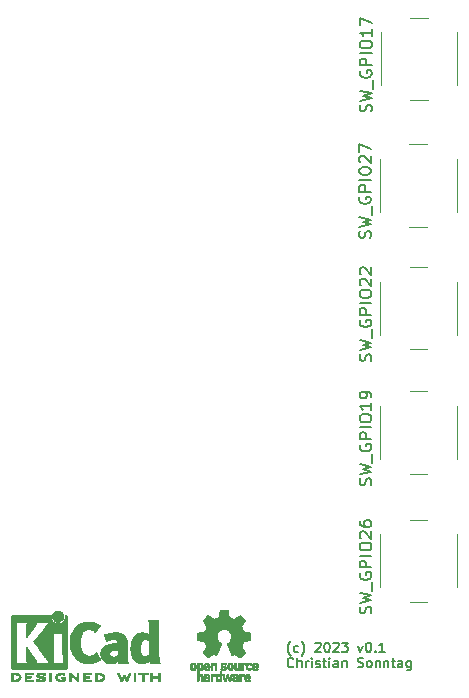
<source format=gbr>
%TF.GenerationSoftware,KiCad,Pcbnew,6.0.10-86aedd382b~118~ubuntu22.04.1*%
%TF.CreationDate,2023-01-08T16:41:24+01:00*%
%TF.ProjectId,bcp,6263702e-6b69-4636-9164-5f7063625858,rev?*%
%TF.SameCoordinates,Original*%
%TF.FileFunction,Legend,Top*%
%TF.FilePolarity,Positive*%
%FSLAX46Y46*%
G04 Gerber Fmt 4.6, Leading zero omitted, Abs format (unit mm)*
G04 Created by KiCad (PCBNEW 6.0.10-86aedd382b~118~ubuntu22.04.1) date 2023-01-08 16:41:24*
%MOMM*%
%LPD*%
G01*
G04 APERTURE LIST*
%ADD10C,0.150000*%
%ADD11C,0.010000*%
%ADD12C,0.120000*%
G04 APERTURE END LIST*
D10*
X88266547Y-98932666D02*
X88228452Y-98894571D01*
X88152261Y-98780285D01*
X88114166Y-98704095D01*
X88076071Y-98589809D01*
X88037976Y-98399333D01*
X88037976Y-98246952D01*
X88076071Y-98056476D01*
X88114166Y-97942190D01*
X88152261Y-97866000D01*
X88228452Y-97751714D01*
X88266547Y-97713619D01*
X88914166Y-98589809D02*
X88837976Y-98627904D01*
X88685595Y-98627904D01*
X88609404Y-98589809D01*
X88571309Y-98551714D01*
X88533214Y-98475523D01*
X88533214Y-98246952D01*
X88571309Y-98170761D01*
X88609404Y-98132666D01*
X88685595Y-98094571D01*
X88837976Y-98094571D01*
X88914166Y-98132666D01*
X89180833Y-98932666D02*
X89218928Y-98894571D01*
X89295119Y-98780285D01*
X89333214Y-98704095D01*
X89371309Y-98589809D01*
X89409404Y-98399333D01*
X89409404Y-98246952D01*
X89371309Y-98056476D01*
X89333214Y-97942190D01*
X89295119Y-97866000D01*
X89218928Y-97751714D01*
X89180833Y-97713619D01*
X90361785Y-97904095D02*
X90399880Y-97866000D01*
X90476071Y-97827904D01*
X90666547Y-97827904D01*
X90742738Y-97866000D01*
X90780833Y-97904095D01*
X90818928Y-97980285D01*
X90818928Y-98056476D01*
X90780833Y-98170761D01*
X90323690Y-98627904D01*
X90818928Y-98627904D01*
X91314166Y-97827904D02*
X91390357Y-97827904D01*
X91466547Y-97866000D01*
X91504642Y-97904095D01*
X91542738Y-97980285D01*
X91580833Y-98132666D01*
X91580833Y-98323142D01*
X91542738Y-98475523D01*
X91504642Y-98551714D01*
X91466547Y-98589809D01*
X91390357Y-98627904D01*
X91314166Y-98627904D01*
X91237976Y-98589809D01*
X91199880Y-98551714D01*
X91161785Y-98475523D01*
X91123690Y-98323142D01*
X91123690Y-98132666D01*
X91161785Y-97980285D01*
X91199880Y-97904095D01*
X91237976Y-97866000D01*
X91314166Y-97827904D01*
X91885595Y-97904095D02*
X91923690Y-97866000D01*
X91999880Y-97827904D01*
X92190357Y-97827904D01*
X92266547Y-97866000D01*
X92304642Y-97904095D01*
X92342738Y-97980285D01*
X92342738Y-98056476D01*
X92304642Y-98170761D01*
X91847500Y-98627904D01*
X92342738Y-98627904D01*
X92609404Y-97827904D02*
X93104642Y-97827904D01*
X92837976Y-98132666D01*
X92952261Y-98132666D01*
X93028452Y-98170761D01*
X93066547Y-98208857D01*
X93104642Y-98285047D01*
X93104642Y-98475523D01*
X93066547Y-98551714D01*
X93028452Y-98589809D01*
X92952261Y-98627904D01*
X92723690Y-98627904D01*
X92647500Y-98589809D01*
X92609404Y-98551714D01*
X93980833Y-98094571D02*
X94171309Y-98627904D01*
X94361785Y-98094571D01*
X94818928Y-97827904D02*
X94895119Y-97827904D01*
X94971309Y-97866000D01*
X95009404Y-97904095D01*
X95047500Y-97980285D01*
X95085595Y-98132666D01*
X95085595Y-98323142D01*
X95047500Y-98475523D01*
X95009404Y-98551714D01*
X94971309Y-98589809D01*
X94895119Y-98627904D01*
X94818928Y-98627904D01*
X94742738Y-98589809D01*
X94704642Y-98551714D01*
X94666547Y-98475523D01*
X94628452Y-98323142D01*
X94628452Y-98132666D01*
X94666547Y-97980285D01*
X94704642Y-97904095D01*
X94742738Y-97866000D01*
X94818928Y-97827904D01*
X95428452Y-98551714D02*
X95466547Y-98589809D01*
X95428452Y-98627904D01*
X95390357Y-98589809D01*
X95428452Y-98551714D01*
X95428452Y-98627904D01*
X96228452Y-98627904D02*
X95771309Y-98627904D01*
X95999880Y-98627904D02*
X95999880Y-97827904D01*
X95923690Y-97942190D01*
X95847500Y-98018380D01*
X95771309Y-98056476D01*
X88495119Y-99839714D02*
X88457023Y-99877809D01*
X88342738Y-99915904D01*
X88266547Y-99915904D01*
X88152261Y-99877809D01*
X88076071Y-99801619D01*
X88037976Y-99725428D01*
X87999880Y-99573047D01*
X87999880Y-99458761D01*
X88037976Y-99306380D01*
X88076071Y-99230190D01*
X88152261Y-99154000D01*
X88266547Y-99115904D01*
X88342738Y-99115904D01*
X88457023Y-99154000D01*
X88495119Y-99192095D01*
X88837976Y-99915904D02*
X88837976Y-99115904D01*
X89180833Y-99915904D02*
X89180833Y-99496857D01*
X89142738Y-99420666D01*
X89066547Y-99382571D01*
X88952261Y-99382571D01*
X88876071Y-99420666D01*
X88837976Y-99458761D01*
X89561785Y-99915904D02*
X89561785Y-99382571D01*
X89561785Y-99534952D02*
X89599880Y-99458761D01*
X89637976Y-99420666D01*
X89714166Y-99382571D01*
X89790357Y-99382571D01*
X90057023Y-99915904D02*
X90057023Y-99382571D01*
X90057023Y-99115904D02*
X90018928Y-99154000D01*
X90057023Y-99192095D01*
X90095119Y-99154000D01*
X90057023Y-99115904D01*
X90057023Y-99192095D01*
X90399880Y-99877809D02*
X90476071Y-99915904D01*
X90628452Y-99915904D01*
X90704642Y-99877809D01*
X90742738Y-99801619D01*
X90742738Y-99763523D01*
X90704642Y-99687333D01*
X90628452Y-99649238D01*
X90514166Y-99649238D01*
X90437976Y-99611142D01*
X90399880Y-99534952D01*
X90399880Y-99496857D01*
X90437976Y-99420666D01*
X90514166Y-99382571D01*
X90628452Y-99382571D01*
X90704642Y-99420666D01*
X90971309Y-99382571D02*
X91276071Y-99382571D01*
X91085595Y-99115904D02*
X91085595Y-99801619D01*
X91123690Y-99877809D01*
X91199880Y-99915904D01*
X91276071Y-99915904D01*
X91542738Y-99915904D02*
X91542738Y-99382571D01*
X91542738Y-99115904D02*
X91504642Y-99154000D01*
X91542738Y-99192095D01*
X91580833Y-99154000D01*
X91542738Y-99115904D01*
X91542738Y-99192095D01*
X92266547Y-99915904D02*
X92266547Y-99496857D01*
X92228452Y-99420666D01*
X92152261Y-99382571D01*
X91999880Y-99382571D01*
X91923690Y-99420666D01*
X92266547Y-99877809D02*
X92190357Y-99915904D01*
X91999880Y-99915904D01*
X91923690Y-99877809D01*
X91885595Y-99801619D01*
X91885595Y-99725428D01*
X91923690Y-99649238D01*
X91999880Y-99611142D01*
X92190357Y-99611142D01*
X92266547Y-99573047D01*
X92647500Y-99382571D02*
X92647500Y-99915904D01*
X92647500Y-99458761D02*
X92685595Y-99420666D01*
X92761785Y-99382571D01*
X92876071Y-99382571D01*
X92952261Y-99420666D01*
X92990357Y-99496857D01*
X92990357Y-99915904D01*
X93942738Y-99877809D02*
X94057023Y-99915904D01*
X94247500Y-99915904D01*
X94323690Y-99877809D01*
X94361785Y-99839714D01*
X94399880Y-99763523D01*
X94399880Y-99687333D01*
X94361785Y-99611142D01*
X94323690Y-99573047D01*
X94247500Y-99534952D01*
X94095119Y-99496857D01*
X94018928Y-99458761D01*
X93980833Y-99420666D01*
X93942738Y-99344476D01*
X93942738Y-99268285D01*
X93980833Y-99192095D01*
X94018928Y-99154000D01*
X94095119Y-99115904D01*
X94285595Y-99115904D01*
X94399880Y-99154000D01*
X94857023Y-99915904D02*
X94780833Y-99877809D01*
X94742738Y-99839714D01*
X94704642Y-99763523D01*
X94704642Y-99534952D01*
X94742738Y-99458761D01*
X94780833Y-99420666D01*
X94857023Y-99382571D01*
X94971309Y-99382571D01*
X95047500Y-99420666D01*
X95085595Y-99458761D01*
X95123690Y-99534952D01*
X95123690Y-99763523D01*
X95085595Y-99839714D01*
X95047500Y-99877809D01*
X94971309Y-99915904D01*
X94857023Y-99915904D01*
X95466547Y-99382571D02*
X95466547Y-99915904D01*
X95466547Y-99458761D02*
X95504642Y-99420666D01*
X95580833Y-99382571D01*
X95695119Y-99382571D01*
X95771309Y-99420666D01*
X95809404Y-99496857D01*
X95809404Y-99915904D01*
X96190357Y-99382571D02*
X96190357Y-99915904D01*
X96190357Y-99458761D02*
X96228452Y-99420666D01*
X96304642Y-99382571D01*
X96418928Y-99382571D01*
X96495119Y-99420666D01*
X96533214Y-99496857D01*
X96533214Y-99915904D01*
X96799880Y-99382571D02*
X97104642Y-99382571D01*
X96914166Y-99115904D02*
X96914166Y-99801619D01*
X96952261Y-99877809D01*
X97028452Y-99915904D01*
X97104642Y-99915904D01*
X97714166Y-99915904D02*
X97714166Y-99496857D01*
X97676071Y-99420666D01*
X97599880Y-99382571D01*
X97447500Y-99382571D01*
X97371309Y-99420666D01*
X97714166Y-99877809D02*
X97637976Y-99915904D01*
X97447500Y-99915904D01*
X97371309Y-99877809D01*
X97333214Y-99801619D01*
X97333214Y-99725428D01*
X97371309Y-99649238D01*
X97447500Y-99611142D01*
X97637976Y-99611142D01*
X97714166Y-99573047D01*
X98437976Y-99382571D02*
X98437976Y-100030190D01*
X98399880Y-100106380D01*
X98361785Y-100144476D01*
X98285595Y-100182571D01*
X98171309Y-100182571D01*
X98095119Y-100144476D01*
X98437976Y-99877809D02*
X98361785Y-99915904D01*
X98209404Y-99915904D01*
X98133214Y-99877809D01*
X98095119Y-99839714D01*
X98057023Y-99763523D01*
X98057023Y-99534952D01*
X98095119Y-99458761D01*
X98133214Y-99420666D01*
X98209404Y-99382571D01*
X98361785Y-99382571D01*
X98437976Y-99420666D01*
%TO.C,SW5*%
X95074761Y-52862380D02*
X95122380Y-52719523D01*
X95122380Y-52481428D01*
X95074761Y-52386190D01*
X95027142Y-52338571D01*
X94931904Y-52290952D01*
X94836666Y-52290952D01*
X94741428Y-52338571D01*
X94693809Y-52386190D01*
X94646190Y-52481428D01*
X94598571Y-52671904D01*
X94550952Y-52767142D01*
X94503333Y-52814761D01*
X94408095Y-52862380D01*
X94312857Y-52862380D01*
X94217619Y-52814761D01*
X94170000Y-52767142D01*
X94122380Y-52671904D01*
X94122380Y-52433809D01*
X94170000Y-52290952D01*
X94122380Y-51957619D02*
X95122380Y-51719523D01*
X94408095Y-51529047D01*
X95122380Y-51338571D01*
X94122380Y-51100476D01*
X95217619Y-50957619D02*
X95217619Y-50195714D01*
X94170000Y-49433809D02*
X94122380Y-49529047D01*
X94122380Y-49671904D01*
X94170000Y-49814761D01*
X94265238Y-49909999D01*
X94360476Y-49957619D01*
X94550952Y-50005238D01*
X94693809Y-50005238D01*
X94884285Y-49957619D01*
X94979523Y-49909999D01*
X95074761Y-49814761D01*
X95122380Y-49671904D01*
X95122380Y-49576666D01*
X95074761Y-49433809D01*
X95027142Y-49386190D01*
X94693809Y-49386190D01*
X94693809Y-49576666D01*
X95122380Y-48957619D02*
X94122380Y-48957619D01*
X94122380Y-48576666D01*
X94170000Y-48481428D01*
X94217619Y-48433809D01*
X94312857Y-48386190D01*
X94455714Y-48386190D01*
X94550952Y-48433809D01*
X94598571Y-48481428D01*
X94646190Y-48576666D01*
X94646190Y-48957619D01*
X95122380Y-47957619D02*
X94122380Y-47957619D01*
X94122380Y-47290952D02*
X94122380Y-47100476D01*
X94170000Y-47005238D01*
X94265238Y-46909999D01*
X94455714Y-46862380D01*
X94789047Y-46862380D01*
X94979523Y-46909999D01*
X95074761Y-47005238D01*
X95122380Y-47100476D01*
X95122380Y-47290952D01*
X95074761Y-47386190D01*
X94979523Y-47481428D01*
X94789047Y-47529047D01*
X94455714Y-47529047D01*
X94265238Y-47481428D01*
X94170000Y-47386190D01*
X94122380Y-47290952D01*
X95122380Y-45909999D02*
X95122380Y-46481428D01*
X95122380Y-46195714D02*
X94122380Y-46195714D01*
X94265238Y-46290952D01*
X94360476Y-46386190D01*
X94408095Y-46481428D01*
X94122380Y-45576666D02*
X94122380Y-44909999D01*
X95122380Y-45338571D01*
%TO.C,SW4*%
X95014761Y-63562380D02*
X95062380Y-63419523D01*
X95062380Y-63181428D01*
X95014761Y-63086190D01*
X94967142Y-63038571D01*
X94871904Y-62990952D01*
X94776666Y-62990952D01*
X94681428Y-63038571D01*
X94633809Y-63086190D01*
X94586190Y-63181428D01*
X94538571Y-63371904D01*
X94490952Y-63467142D01*
X94443333Y-63514761D01*
X94348095Y-63562380D01*
X94252857Y-63562380D01*
X94157619Y-63514761D01*
X94110000Y-63467142D01*
X94062380Y-63371904D01*
X94062380Y-63133809D01*
X94110000Y-62990952D01*
X94062380Y-62657619D02*
X95062380Y-62419523D01*
X94348095Y-62229047D01*
X95062380Y-62038571D01*
X94062380Y-61800476D01*
X95157619Y-61657619D02*
X95157619Y-60895714D01*
X94110000Y-60133809D02*
X94062380Y-60229047D01*
X94062380Y-60371904D01*
X94110000Y-60514761D01*
X94205238Y-60609999D01*
X94300476Y-60657619D01*
X94490952Y-60705238D01*
X94633809Y-60705238D01*
X94824285Y-60657619D01*
X94919523Y-60609999D01*
X95014761Y-60514761D01*
X95062380Y-60371904D01*
X95062380Y-60276666D01*
X95014761Y-60133809D01*
X94967142Y-60086190D01*
X94633809Y-60086190D01*
X94633809Y-60276666D01*
X95062380Y-59657619D02*
X94062380Y-59657619D01*
X94062380Y-59276666D01*
X94110000Y-59181428D01*
X94157619Y-59133809D01*
X94252857Y-59086190D01*
X94395714Y-59086190D01*
X94490952Y-59133809D01*
X94538571Y-59181428D01*
X94586190Y-59276666D01*
X94586190Y-59657619D01*
X95062380Y-58657619D02*
X94062380Y-58657619D01*
X94062380Y-57990952D02*
X94062380Y-57800476D01*
X94110000Y-57705238D01*
X94205238Y-57609999D01*
X94395714Y-57562380D01*
X94729047Y-57562380D01*
X94919523Y-57609999D01*
X95014761Y-57705238D01*
X95062380Y-57800476D01*
X95062380Y-57990952D01*
X95014761Y-58086190D01*
X94919523Y-58181428D01*
X94729047Y-58229047D01*
X94395714Y-58229047D01*
X94205238Y-58181428D01*
X94110000Y-58086190D01*
X94062380Y-57990952D01*
X94157619Y-57181428D02*
X94110000Y-57133809D01*
X94062380Y-57038571D01*
X94062380Y-56800476D01*
X94110000Y-56705238D01*
X94157619Y-56657619D01*
X94252857Y-56609999D01*
X94348095Y-56609999D01*
X94490952Y-56657619D01*
X95062380Y-57229047D01*
X95062380Y-56609999D01*
X94062380Y-56276666D02*
X94062380Y-55609999D01*
X95062380Y-56038571D01*
%TO.C,SW3*%
X95042261Y-73967380D02*
X95089880Y-73824523D01*
X95089880Y-73586428D01*
X95042261Y-73491190D01*
X94994642Y-73443571D01*
X94899404Y-73395952D01*
X94804166Y-73395952D01*
X94708928Y-73443571D01*
X94661309Y-73491190D01*
X94613690Y-73586428D01*
X94566071Y-73776904D01*
X94518452Y-73872142D01*
X94470833Y-73919761D01*
X94375595Y-73967380D01*
X94280357Y-73967380D01*
X94185119Y-73919761D01*
X94137500Y-73872142D01*
X94089880Y-73776904D01*
X94089880Y-73538809D01*
X94137500Y-73395952D01*
X94089880Y-73062619D02*
X95089880Y-72824523D01*
X94375595Y-72634047D01*
X95089880Y-72443571D01*
X94089880Y-72205476D01*
X95185119Y-72062619D02*
X95185119Y-71300714D01*
X94137500Y-70538809D02*
X94089880Y-70634047D01*
X94089880Y-70776904D01*
X94137500Y-70919761D01*
X94232738Y-71014999D01*
X94327976Y-71062619D01*
X94518452Y-71110238D01*
X94661309Y-71110238D01*
X94851785Y-71062619D01*
X94947023Y-71014999D01*
X95042261Y-70919761D01*
X95089880Y-70776904D01*
X95089880Y-70681666D01*
X95042261Y-70538809D01*
X94994642Y-70491190D01*
X94661309Y-70491190D01*
X94661309Y-70681666D01*
X95089880Y-70062619D02*
X94089880Y-70062619D01*
X94089880Y-69681666D01*
X94137500Y-69586428D01*
X94185119Y-69538809D01*
X94280357Y-69491190D01*
X94423214Y-69491190D01*
X94518452Y-69538809D01*
X94566071Y-69586428D01*
X94613690Y-69681666D01*
X94613690Y-70062619D01*
X95089880Y-69062619D02*
X94089880Y-69062619D01*
X94089880Y-68395952D02*
X94089880Y-68205476D01*
X94137500Y-68110238D01*
X94232738Y-68014999D01*
X94423214Y-67967380D01*
X94756547Y-67967380D01*
X94947023Y-68014999D01*
X95042261Y-68110238D01*
X95089880Y-68205476D01*
X95089880Y-68395952D01*
X95042261Y-68491190D01*
X94947023Y-68586428D01*
X94756547Y-68634047D01*
X94423214Y-68634047D01*
X94232738Y-68586428D01*
X94137500Y-68491190D01*
X94089880Y-68395952D01*
X94185119Y-67586428D02*
X94137500Y-67538809D01*
X94089880Y-67443571D01*
X94089880Y-67205476D01*
X94137500Y-67110238D01*
X94185119Y-67062619D01*
X94280357Y-67014999D01*
X94375595Y-67014999D01*
X94518452Y-67062619D01*
X95089880Y-67634047D01*
X95089880Y-67014999D01*
X94185119Y-66634047D02*
X94137500Y-66586428D01*
X94089880Y-66491190D01*
X94089880Y-66253095D01*
X94137500Y-66157857D01*
X94185119Y-66110238D01*
X94280357Y-66062619D01*
X94375595Y-66062619D01*
X94518452Y-66110238D01*
X95089880Y-66681666D01*
X95089880Y-66062619D01*
%TO.C,SW2*%
X95042261Y-84497380D02*
X95089880Y-84354523D01*
X95089880Y-84116428D01*
X95042261Y-84021190D01*
X94994642Y-83973571D01*
X94899404Y-83925952D01*
X94804166Y-83925952D01*
X94708928Y-83973571D01*
X94661309Y-84021190D01*
X94613690Y-84116428D01*
X94566071Y-84306904D01*
X94518452Y-84402142D01*
X94470833Y-84449761D01*
X94375595Y-84497380D01*
X94280357Y-84497380D01*
X94185119Y-84449761D01*
X94137500Y-84402142D01*
X94089880Y-84306904D01*
X94089880Y-84068809D01*
X94137500Y-83925952D01*
X94089880Y-83592619D02*
X95089880Y-83354523D01*
X94375595Y-83164047D01*
X95089880Y-82973571D01*
X94089880Y-82735476D01*
X95185119Y-82592619D02*
X95185119Y-81830714D01*
X94137500Y-81068809D02*
X94089880Y-81164047D01*
X94089880Y-81306904D01*
X94137500Y-81449761D01*
X94232738Y-81544999D01*
X94327976Y-81592619D01*
X94518452Y-81640238D01*
X94661309Y-81640238D01*
X94851785Y-81592619D01*
X94947023Y-81544999D01*
X95042261Y-81449761D01*
X95089880Y-81306904D01*
X95089880Y-81211666D01*
X95042261Y-81068809D01*
X94994642Y-81021190D01*
X94661309Y-81021190D01*
X94661309Y-81211666D01*
X95089880Y-80592619D02*
X94089880Y-80592619D01*
X94089880Y-80211666D01*
X94137500Y-80116428D01*
X94185119Y-80068809D01*
X94280357Y-80021190D01*
X94423214Y-80021190D01*
X94518452Y-80068809D01*
X94566071Y-80116428D01*
X94613690Y-80211666D01*
X94613690Y-80592619D01*
X95089880Y-79592619D02*
X94089880Y-79592619D01*
X94089880Y-78925952D02*
X94089880Y-78735476D01*
X94137500Y-78640238D01*
X94232738Y-78544999D01*
X94423214Y-78497380D01*
X94756547Y-78497380D01*
X94947023Y-78544999D01*
X95042261Y-78640238D01*
X95089880Y-78735476D01*
X95089880Y-78925952D01*
X95042261Y-79021190D01*
X94947023Y-79116428D01*
X94756547Y-79164047D01*
X94423214Y-79164047D01*
X94232738Y-79116428D01*
X94137500Y-79021190D01*
X94089880Y-78925952D01*
X95089880Y-77544999D02*
X95089880Y-78116428D01*
X95089880Y-77830714D02*
X94089880Y-77830714D01*
X94232738Y-77925952D01*
X94327976Y-78021190D01*
X94375595Y-78116428D01*
X95089880Y-77068809D02*
X95089880Y-76878333D01*
X95042261Y-76783095D01*
X94994642Y-76735476D01*
X94851785Y-76640238D01*
X94661309Y-76592619D01*
X94280357Y-76592619D01*
X94185119Y-76640238D01*
X94137500Y-76687857D01*
X94089880Y-76783095D01*
X94089880Y-76973571D01*
X94137500Y-77068809D01*
X94185119Y-77116428D01*
X94280357Y-77164047D01*
X94518452Y-77164047D01*
X94613690Y-77116428D01*
X94661309Y-77068809D01*
X94708928Y-76973571D01*
X94708928Y-76783095D01*
X94661309Y-76687857D01*
X94613690Y-76640238D01*
X94518452Y-76592619D01*
%TO.C,SW1*%
X95042261Y-95367380D02*
X95089880Y-95224523D01*
X95089880Y-94986428D01*
X95042261Y-94891190D01*
X94994642Y-94843571D01*
X94899404Y-94795952D01*
X94804166Y-94795952D01*
X94708928Y-94843571D01*
X94661309Y-94891190D01*
X94613690Y-94986428D01*
X94566071Y-95176904D01*
X94518452Y-95272142D01*
X94470833Y-95319761D01*
X94375595Y-95367380D01*
X94280357Y-95367380D01*
X94185119Y-95319761D01*
X94137500Y-95272142D01*
X94089880Y-95176904D01*
X94089880Y-94938809D01*
X94137500Y-94795952D01*
X94089880Y-94462619D02*
X95089880Y-94224523D01*
X94375595Y-94034047D01*
X95089880Y-93843571D01*
X94089880Y-93605476D01*
X95185119Y-93462619D02*
X95185119Y-92700714D01*
X94137500Y-91938809D02*
X94089880Y-92034047D01*
X94089880Y-92176904D01*
X94137500Y-92319761D01*
X94232738Y-92414999D01*
X94327976Y-92462619D01*
X94518452Y-92510238D01*
X94661309Y-92510238D01*
X94851785Y-92462619D01*
X94947023Y-92414999D01*
X95042261Y-92319761D01*
X95089880Y-92176904D01*
X95089880Y-92081666D01*
X95042261Y-91938809D01*
X94994642Y-91891190D01*
X94661309Y-91891190D01*
X94661309Y-92081666D01*
X95089880Y-91462619D02*
X94089880Y-91462619D01*
X94089880Y-91081666D01*
X94137500Y-90986428D01*
X94185119Y-90938809D01*
X94280357Y-90891190D01*
X94423214Y-90891190D01*
X94518452Y-90938809D01*
X94566071Y-90986428D01*
X94613690Y-91081666D01*
X94613690Y-91462619D01*
X95089880Y-90462619D02*
X94089880Y-90462619D01*
X94089880Y-89795952D02*
X94089880Y-89605476D01*
X94137500Y-89510238D01*
X94232738Y-89414999D01*
X94423214Y-89367380D01*
X94756547Y-89367380D01*
X94947023Y-89414999D01*
X95042261Y-89510238D01*
X95089880Y-89605476D01*
X95089880Y-89795952D01*
X95042261Y-89891190D01*
X94947023Y-89986428D01*
X94756547Y-90034047D01*
X94423214Y-90034047D01*
X94232738Y-89986428D01*
X94137500Y-89891190D01*
X94089880Y-89795952D01*
X94185119Y-88986428D02*
X94137500Y-88938809D01*
X94089880Y-88843571D01*
X94089880Y-88605476D01*
X94137500Y-88510238D01*
X94185119Y-88462619D01*
X94280357Y-88414999D01*
X94375595Y-88414999D01*
X94518452Y-88462619D01*
X95089880Y-89034047D01*
X95089880Y-88414999D01*
X94089880Y-87557857D02*
X94089880Y-87748333D01*
X94137500Y-87843571D01*
X94185119Y-87891190D01*
X94327976Y-87986428D01*
X94518452Y-88034047D01*
X94899404Y-88034047D01*
X94994642Y-87986428D01*
X95042261Y-87938809D01*
X95089880Y-87843571D01*
X95089880Y-87653095D01*
X95042261Y-87557857D01*
X94994642Y-87510238D01*
X94899404Y-87462619D01*
X94661309Y-87462619D01*
X94566071Y-87510238D01*
X94518452Y-87557857D01*
X94470833Y-87653095D01*
X94470833Y-87843571D01*
X94518452Y-87938809D01*
X94566071Y-87986428D01*
X94661309Y-88034047D01*
%TO.C,REF\u002A\u002A*%
G36*
X74723802Y-97944059D02*
G01*
X74759786Y-97765332D01*
X74809759Y-97603845D01*
X74873668Y-97459726D01*
X74951462Y-97333106D01*
X75043089Y-97224115D01*
X75148497Y-97132883D01*
X75193662Y-97101932D01*
X75294611Y-97045785D01*
X75397901Y-97006174D01*
X75507989Y-96982014D01*
X75629330Y-96972219D01*
X75721836Y-96973265D01*
X75851490Y-96984231D01*
X75964084Y-97006046D01*
X76062875Y-97039714D01*
X76151121Y-97086236D01*
X76199986Y-97120448D01*
X76229353Y-97142362D01*
X76251043Y-97157333D01*
X76259253Y-97161733D01*
X76260868Y-97150904D01*
X76262159Y-97120251D01*
X76263138Y-97072526D01*
X76263817Y-97010479D01*
X76264210Y-96936862D01*
X76264330Y-96854427D01*
X76264188Y-96765925D01*
X76263797Y-96674107D01*
X76263171Y-96581724D01*
X76262320Y-96491528D01*
X76261260Y-96406271D01*
X76260001Y-96328703D01*
X76258556Y-96261576D01*
X76256938Y-96207641D01*
X76255161Y-96169650D01*
X76254669Y-96162667D01*
X76247092Y-96092251D01*
X76235531Y-96037102D01*
X76217792Y-95989981D01*
X76191682Y-95943647D01*
X76185415Y-95934067D01*
X76160983Y-95897378D01*
X77066311Y-95897378D01*
X77066507Y-97582245D01*
X77066526Y-97816662D01*
X77066552Y-98029603D01*
X77066625Y-98222168D01*
X77066782Y-98395459D01*
X77067064Y-98550576D01*
X77067509Y-98688620D01*
X77068156Y-98810692D01*
X77069045Y-98917894D01*
X77070213Y-99011326D01*
X77071701Y-99092090D01*
X77073546Y-99161286D01*
X77075789Y-99220015D01*
X77078469Y-99269379D01*
X77081623Y-99310478D01*
X77085292Y-99344413D01*
X77089513Y-99372286D01*
X77094327Y-99395198D01*
X77099773Y-99414249D01*
X77105888Y-99430540D01*
X77112712Y-99445173D01*
X77120285Y-99459249D01*
X77128645Y-99473868D01*
X77133839Y-99482974D01*
X77168104Y-99543689D01*
X76309955Y-99543689D01*
X76309955Y-99447733D01*
X76309224Y-99404370D01*
X76307272Y-99371205D01*
X76304463Y-99353424D01*
X76303221Y-99351778D01*
X76291799Y-99358662D01*
X76269084Y-99376505D01*
X76246385Y-99395879D01*
X76191800Y-99436614D01*
X76122321Y-99477617D01*
X76045270Y-99515123D01*
X75967965Y-99545364D01*
X75937113Y-99555012D01*
X75868616Y-99569578D01*
X75785764Y-99579539D01*
X75696371Y-99584583D01*
X75608248Y-99584396D01*
X75529207Y-99578666D01*
X75491511Y-99572858D01*
X75353414Y-99534797D01*
X75226113Y-99477073D01*
X75110292Y-99400211D01*
X75006637Y-99304739D01*
X74915833Y-99191179D01*
X74849031Y-99080381D01*
X74794164Y-98963625D01*
X74752163Y-98844276D01*
X74722167Y-98718283D01*
X74703311Y-98581594D01*
X74694732Y-98430158D01*
X74694006Y-98352711D01*
X74696100Y-98295934D01*
X75525217Y-98295934D01*
X75525424Y-98389002D01*
X75528337Y-98476692D01*
X75534000Y-98553772D01*
X75542455Y-98615009D01*
X75545038Y-98627350D01*
X75576840Y-98734633D01*
X75618498Y-98821658D01*
X75670363Y-98888642D01*
X75732781Y-98935805D01*
X75806100Y-98963365D01*
X75890669Y-98971541D01*
X75986835Y-98960551D01*
X76050311Y-98944829D01*
X76099454Y-98926639D01*
X76153583Y-98900791D01*
X76194244Y-98877089D01*
X76264800Y-98830721D01*
X76264800Y-97680530D01*
X76197392Y-97636962D01*
X76118867Y-97596040D01*
X76034681Y-97569389D01*
X75949557Y-97557465D01*
X75868216Y-97560722D01*
X75795380Y-97579615D01*
X75763426Y-97595184D01*
X75705501Y-97638181D01*
X75656544Y-97694953D01*
X75615390Y-97767575D01*
X75580874Y-97858121D01*
X75551833Y-97968666D01*
X75550552Y-97974533D01*
X75540381Y-98036788D01*
X75532739Y-98114594D01*
X75527670Y-98202720D01*
X75525217Y-98295934D01*
X74696100Y-98295934D01*
X74701857Y-98139895D01*
X74723802Y-97944059D01*
G37*
D11*
X74723802Y-97944059D02*
X74759786Y-97765332D01*
X74809759Y-97603845D01*
X74873668Y-97459726D01*
X74951462Y-97333106D01*
X75043089Y-97224115D01*
X75148497Y-97132883D01*
X75193662Y-97101932D01*
X75294611Y-97045785D01*
X75397901Y-97006174D01*
X75507989Y-96982014D01*
X75629330Y-96972219D01*
X75721836Y-96973265D01*
X75851490Y-96984231D01*
X75964084Y-97006046D01*
X76062875Y-97039714D01*
X76151121Y-97086236D01*
X76199986Y-97120448D01*
X76229353Y-97142362D01*
X76251043Y-97157333D01*
X76259253Y-97161733D01*
X76260868Y-97150904D01*
X76262159Y-97120251D01*
X76263138Y-97072526D01*
X76263817Y-97010479D01*
X76264210Y-96936862D01*
X76264330Y-96854427D01*
X76264188Y-96765925D01*
X76263797Y-96674107D01*
X76263171Y-96581724D01*
X76262320Y-96491528D01*
X76261260Y-96406271D01*
X76260001Y-96328703D01*
X76258556Y-96261576D01*
X76256938Y-96207641D01*
X76255161Y-96169650D01*
X76254669Y-96162667D01*
X76247092Y-96092251D01*
X76235531Y-96037102D01*
X76217792Y-95989981D01*
X76191682Y-95943647D01*
X76185415Y-95934067D01*
X76160983Y-95897378D01*
X77066311Y-95897378D01*
X77066507Y-97582245D01*
X77066526Y-97816662D01*
X77066552Y-98029603D01*
X77066625Y-98222168D01*
X77066782Y-98395459D01*
X77067064Y-98550576D01*
X77067509Y-98688620D01*
X77068156Y-98810692D01*
X77069045Y-98917894D01*
X77070213Y-99011326D01*
X77071701Y-99092090D01*
X77073546Y-99161286D01*
X77075789Y-99220015D01*
X77078469Y-99269379D01*
X77081623Y-99310478D01*
X77085292Y-99344413D01*
X77089513Y-99372286D01*
X77094327Y-99395198D01*
X77099773Y-99414249D01*
X77105888Y-99430540D01*
X77112712Y-99445173D01*
X77120285Y-99459249D01*
X77128645Y-99473868D01*
X77133839Y-99482974D01*
X77168104Y-99543689D01*
X76309955Y-99543689D01*
X76309955Y-99447733D01*
X76309224Y-99404370D01*
X76307272Y-99371205D01*
X76304463Y-99353424D01*
X76303221Y-99351778D01*
X76291799Y-99358662D01*
X76269084Y-99376505D01*
X76246385Y-99395879D01*
X76191800Y-99436614D01*
X76122321Y-99477617D01*
X76045270Y-99515123D01*
X75967965Y-99545364D01*
X75937113Y-99555012D01*
X75868616Y-99569578D01*
X75785764Y-99579539D01*
X75696371Y-99584583D01*
X75608248Y-99584396D01*
X75529207Y-99578666D01*
X75491511Y-99572858D01*
X75353414Y-99534797D01*
X75226113Y-99477073D01*
X75110292Y-99400211D01*
X75006637Y-99304739D01*
X74915833Y-99191179D01*
X74849031Y-99080381D01*
X74794164Y-98963625D01*
X74752163Y-98844276D01*
X74722167Y-98718283D01*
X74703311Y-98581594D01*
X74694732Y-98430158D01*
X74694006Y-98352711D01*
X74696100Y-98295934D01*
X75525217Y-98295934D01*
X75525424Y-98389002D01*
X75528337Y-98476692D01*
X75534000Y-98553772D01*
X75542455Y-98615009D01*
X75545038Y-98627350D01*
X75576840Y-98734633D01*
X75618498Y-98821658D01*
X75670363Y-98888642D01*
X75732781Y-98935805D01*
X75806100Y-98963365D01*
X75890669Y-98971541D01*
X75986835Y-98960551D01*
X76050311Y-98944829D01*
X76099454Y-98926639D01*
X76153583Y-98900791D01*
X76194244Y-98877089D01*
X76264800Y-98830721D01*
X76264800Y-97680530D01*
X76197392Y-97636962D01*
X76118867Y-97596040D01*
X76034681Y-97569389D01*
X75949557Y-97557465D01*
X75868216Y-97560722D01*
X75795380Y-97579615D01*
X75763426Y-97595184D01*
X75705501Y-97638181D01*
X75656544Y-97694953D01*
X75615390Y-97767575D01*
X75580874Y-97858121D01*
X75551833Y-97968666D01*
X75550552Y-97974533D01*
X75540381Y-98036788D01*
X75532739Y-98114594D01*
X75527670Y-98202720D01*
X75525217Y-98295934D01*
X74696100Y-98295934D01*
X74701857Y-98139895D01*
X74723802Y-97944059D01*
G36*
X75843065Y-100379163D02*
G01*
X75921772Y-100379542D01*
X75982863Y-100380333D01*
X76028817Y-100381670D01*
X76062114Y-100383683D01*
X76085236Y-100386506D01*
X76100662Y-100390269D01*
X76110871Y-100395105D01*
X76115813Y-100398822D01*
X76141457Y-100431358D01*
X76144559Y-100465138D01*
X76128711Y-100495826D01*
X76118348Y-100508089D01*
X76107196Y-100516450D01*
X76091035Y-100521657D01*
X76065642Y-100524457D01*
X76026798Y-100525596D01*
X75970280Y-100525821D01*
X75959180Y-100525822D01*
X75813244Y-100525822D01*
X75813244Y-100796756D01*
X75813148Y-100882154D01*
X75812711Y-100947864D01*
X75811712Y-100996774D01*
X75809928Y-101031773D01*
X75807137Y-101055749D01*
X75803117Y-101071593D01*
X75797645Y-101082191D01*
X75790666Y-101090267D01*
X75757734Y-101110112D01*
X75723354Y-101108548D01*
X75692176Y-101085906D01*
X75689886Y-101083100D01*
X75682429Y-101072492D01*
X75676747Y-101060081D01*
X75672601Y-101042850D01*
X75669750Y-101017784D01*
X75667954Y-100981867D01*
X75666972Y-100932083D01*
X75666564Y-100865417D01*
X75666489Y-100789589D01*
X75666489Y-100525822D01*
X75527127Y-100525822D01*
X75467322Y-100525418D01*
X75425918Y-100523840D01*
X75398748Y-100520547D01*
X75381646Y-100514992D01*
X75370443Y-100506631D01*
X75369083Y-100505178D01*
X75352725Y-100471939D01*
X75354172Y-100434362D01*
X75372978Y-100401645D01*
X75380250Y-100395298D01*
X75389627Y-100390266D01*
X75403609Y-100386396D01*
X75424696Y-100383537D01*
X75455389Y-100381535D01*
X75498189Y-100380239D01*
X75555595Y-100379498D01*
X75630110Y-100379158D01*
X75724233Y-100379068D01*
X75744260Y-100379067D01*
X75843065Y-100379163D01*
G37*
X75843065Y-100379163D02*
X75921772Y-100379542D01*
X75982863Y-100380333D01*
X76028817Y-100381670D01*
X76062114Y-100383683D01*
X76085236Y-100386506D01*
X76100662Y-100390269D01*
X76110871Y-100395105D01*
X76115813Y-100398822D01*
X76141457Y-100431358D01*
X76144559Y-100465138D01*
X76128711Y-100495826D01*
X76118348Y-100508089D01*
X76107196Y-100516450D01*
X76091035Y-100521657D01*
X76065642Y-100524457D01*
X76026798Y-100525596D01*
X75970280Y-100525821D01*
X75959180Y-100525822D01*
X75813244Y-100525822D01*
X75813244Y-100796756D01*
X75813148Y-100882154D01*
X75812711Y-100947864D01*
X75811712Y-100996774D01*
X75809928Y-101031773D01*
X75807137Y-101055749D01*
X75803117Y-101071593D01*
X75797645Y-101082191D01*
X75790666Y-101090267D01*
X75757734Y-101110112D01*
X75723354Y-101108548D01*
X75692176Y-101085906D01*
X75689886Y-101083100D01*
X75682429Y-101072492D01*
X75676747Y-101060081D01*
X75672601Y-101042850D01*
X75669750Y-101017784D01*
X75667954Y-100981867D01*
X75666972Y-100932083D01*
X75666564Y-100865417D01*
X75666489Y-100789589D01*
X75666489Y-100525822D01*
X75527127Y-100525822D01*
X75467322Y-100525418D01*
X75425918Y-100523840D01*
X75398748Y-100520547D01*
X75381646Y-100514992D01*
X75370443Y-100506631D01*
X75369083Y-100505178D01*
X75352725Y-100471939D01*
X75354172Y-100434362D01*
X75372978Y-100401645D01*
X75380250Y-100395298D01*
X75389627Y-100390266D01*
X75403609Y-100386396D01*
X75424696Y-100383537D01*
X75455389Y-100381535D01*
X75498189Y-100380239D01*
X75555595Y-100379498D01*
X75630110Y-100379158D01*
X75724233Y-100379068D01*
X75744260Y-100379067D01*
X75843065Y-100379163D01*
G36*
X64609002Y-100455055D02*
G01*
X64617170Y-100421778D01*
X64630444Y-100399759D01*
X64650026Y-100386739D01*
X64677117Y-100380457D01*
X64712918Y-100378653D01*
X64758629Y-100379066D01*
X64798111Y-100379467D01*
X64913800Y-100382259D01*
X65010689Y-100390550D01*
X65092081Y-100405232D01*
X65161277Y-100427193D01*
X65221580Y-100457322D01*
X65276292Y-100496510D01*
X65295833Y-100513532D01*
X65328250Y-100553363D01*
X65357480Y-100607413D01*
X65380009Y-100667323D01*
X65392321Y-100724739D01*
X65393600Y-100745956D01*
X65385583Y-100804769D01*
X65364101Y-100869013D01*
X65333001Y-100929821D01*
X65296134Y-100978330D01*
X65290146Y-100984182D01*
X65239421Y-101025321D01*
X65183875Y-101057435D01*
X65120304Y-101081365D01*
X65045506Y-101097953D01*
X64956278Y-101108041D01*
X64849418Y-101112469D01*
X64800472Y-101112845D01*
X64738238Y-101112545D01*
X64694472Y-101111292D01*
X64665069Y-101108554D01*
X64645921Y-101103801D01*
X64632923Y-101096501D01*
X64625955Y-101090267D01*
X64619374Y-101082694D01*
X64614212Y-101072924D01*
X64610297Y-101058340D01*
X64607457Y-101036326D01*
X64605520Y-101004264D01*
X64604492Y-100966089D01*
X64750133Y-100966089D01*
X64843266Y-100966004D01*
X64899307Y-100964396D01*
X64958001Y-100960256D01*
X65006972Y-100954464D01*
X65008462Y-100954226D01*
X65087608Y-100935090D01*
X65148998Y-100905287D01*
X65195695Y-100862878D01*
X65225365Y-100816961D01*
X65243647Y-100766026D01*
X65242229Y-100718200D01*
X65221012Y-100666933D01*
X65179511Y-100613899D01*
X65122002Y-100574600D01*
X65047250Y-100548331D01*
X64997292Y-100539035D01*
X64940584Y-100532507D01*
X64880481Y-100527782D01*
X64829361Y-100525817D01*
X64826333Y-100525808D01*
X64750133Y-100525822D01*
X64750133Y-100966089D01*
X64604492Y-100966089D01*
X64604316Y-100959536D01*
X64603672Y-100899526D01*
X64603417Y-100821617D01*
X64603378Y-100745956D01*
X64603130Y-100645041D01*
X64603183Y-100564427D01*
X64604143Y-100525822D01*
X64604740Y-100501851D01*
X64609002Y-100455055D01*
G37*
X64609002Y-100455055D02*
X64617170Y-100421778D01*
X64630444Y-100399759D01*
X64650026Y-100386739D01*
X64677117Y-100380457D01*
X64712918Y-100378653D01*
X64758629Y-100379066D01*
X64798111Y-100379467D01*
X64913800Y-100382259D01*
X65010689Y-100390550D01*
X65092081Y-100405232D01*
X65161277Y-100427193D01*
X65221580Y-100457322D01*
X65276292Y-100496510D01*
X65295833Y-100513532D01*
X65328250Y-100553363D01*
X65357480Y-100607413D01*
X65380009Y-100667323D01*
X65392321Y-100724739D01*
X65393600Y-100745956D01*
X65385583Y-100804769D01*
X65364101Y-100869013D01*
X65333001Y-100929821D01*
X65296134Y-100978330D01*
X65290146Y-100984182D01*
X65239421Y-101025321D01*
X65183875Y-101057435D01*
X65120304Y-101081365D01*
X65045506Y-101097953D01*
X64956278Y-101108041D01*
X64849418Y-101112469D01*
X64800472Y-101112845D01*
X64738238Y-101112545D01*
X64694472Y-101111292D01*
X64665069Y-101108554D01*
X64645921Y-101103801D01*
X64632923Y-101096501D01*
X64625955Y-101090267D01*
X64619374Y-101082694D01*
X64614212Y-101072924D01*
X64610297Y-101058340D01*
X64607457Y-101036326D01*
X64605520Y-101004264D01*
X64604492Y-100966089D01*
X64750133Y-100966089D01*
X64843266Y-100966004D01*
X64899307Y-100964396D01*
X64958001Y-100960256D01*
X65006972Y-100954464D01*
X65008462Y-100954226D01*
X65087608Y-100935090D01*
X65148998Y-100905287D01*
X65195695Y-100862878D01*
X65225365Y-100816961D01*
X65243647Y-100766026D01*
X65242229Y-100718200D01*
X65221012Y-100666933D01*
X65179511Y-100613899D01*
X65122002Y-100574600D01*
X65047250Y-100548331D01*
X64997292Y-100539035D01*
X64940584Y-100532507D01*
X64880481Y-100527782D01*
X64829361Y-100525817D01*
X64826333Y-100525808D01*
X64750133Y-100525822D01*
X64750133Y-100966089D01*
X64604492Y-100966089D01*
X64604316Y-100959536D01*
X64603672Y-100899526D01*
X64603417Y-100821617D01*
X64603378Y-100745956D01*
X64603130Y-100645041D01*
X64603183Y-100564427D01*
X64604143Y-100525822D01*
X64604740Y-100501851D01*
X64609002Y-100455055D01*
G36*
X74624665Y-100381034D02*
G01*
X74644255Y-100388035D01*
X74645010Y-100388377D01*
X74671613Y-100408678D01*
X74686270Y-100429561D01*
X74689138Y-100439352D01*
X74688996Y-100452361D01*
X74684961Y-100470895D01*
X74676146Y-100497257D01*
X74661669Y-100533752D01*
X74640645Y-100582687D01*
X74612188Y-100646365D01*
X74575415Y-100727093D01*
X74555175Y-100771216D01*
X74518625Y-100849985D01*
X74484315Y-100922423D01*
X74453552Y-100985880D01*
X74427648Y-101037708D01*
X74407910Y-101075259D01*
X74395650Y-101095884D01*
X74393224Y-101098733D01*
X74362183Y-101111302D01*
X74327121Y-101109619D01*
X74299000Y-101094332D01*
X74297854Y-101093089D01*
X74286668Y-101076154D01*
X74267904Y-101043170D01*
X74243875Y-100998380D01*
X74216897Y-100946032D01*
X74207201Y-100926742D01*
X74134014Y-100780150D01*
X74054240Y-100939393D01*
X74025767Y-100994415D01*
X73999350Y-101042132D01*
X73977148Y-101078893D01*
X73961319Y-101101044D01*
X73955954Y-101105741D01*
X73914257Y-101112102D01*
X73879849Y-101098733D01*
X73869728Y-101084446D01*
X73852214Y-101052692D01*
X73828735Y-101006597D01*
X73800720Y-100949285D01*
X73769599Y-100883880D01*
X73736799Y-100813507D01*
X73703750Y-100741291D01*
X73671881Y-100670355D01*
X73642619Y-100603825D01*
X73617395Y-100544826D01*
X73597636Y-100496481D01*
X73584772Y-100461915D01*
X73580231Y-100444253D01*
X73580277Y-100443613D01*
X73591326Y-100421388D01*
X73613410Y-100398753D01*
X73614710Y-100397768D01*
X73641853Y-100382425D01*
X73666958Y-100382574D01*
X73676368Y-100385466D01*
X73687834Y-100391718D01*
X73700010Y-100404014D01*
X73714357Y-100424908D01*
X73732336Y-100456949D01*
X73755407Y-100502688D01*
X73785030Y-100564677D01*
X73811745Y-100621898D01*
X73842480Y-100688226D01*
X73870021Y-100747874D01*
X73892938Y-100797725D01*
X73909798Y-100834664D01*
X73919173Y-100855573D01*
X73920540Y-100858845D01*
X73926689Y-100853497D01*
X73940822Y-100831109D01*
X73961057Y-100794946D01*
X73985515Y-100748277D01*
X73995248Y-100729022D01*
X74028217Y-100664004D01*
X74053643Y-100616654D01*
X74073612Y-100584219D01*
X74090210Y-100563946D01*
X74105524Y-100553082D01*
X74121640Y-100548875D01*
X74132143Y-100548400D01*
X74150670Y-100550042D01*
X74166904Y-100556831D01*
X74183035Y-100571566D01*
X74201251Y-100597044D01*
X74223739Y-100636061D01*
X74252689Y-100691414D01*
X74268662Y-100722903D01*
X74294570Y-100773087D01*
X74317167Y-100814704D01*
X74334458Y-100844242D01*
X74344450Y-100858189D01*
X74345809Y-100858770D01*
X74352261Y-100847793D01*
X74366708Y-100819290D01*
X74387703Y-100776244D01*
X74413797Y-100721638D01*
X74443546Y-100658454D01*
X74458180Y-100627071D01*
X74496250Y-100546078D01*
X74526905Y-100483756D01*
X74551737Y-100438071D01*
X74572337Y-100406989D01*
X74590298Y-100388478D01*
X74607210Y-100380504D01*
X74624665Y-100381034D01*
G37*
X74624665Y-100381034D02*
X74644255Y-100388035D01*
X74645010Y-100388377D01*
X74671613Y-100408678D01*
X74686270Y-100429561D01*
X74689138Y-100439352D01*
X74688996Y-100452361D01*
X74684961Y-100470895D01*
X74676146Y-100497257D01*
X74661669Y-100533752D01*
X74640645Y-100582687D01*
X74612188Y-100646365D01*
X74575415Y-100727093D01*
X74555175Y-100771216D01*
X74518625Y-100849985D01*
X74484315Y-100922423D01*
X74453552Y-100985880D01*
X74427648Y-101037708D01*
X74407910Y-101075259D01*
X74395650Y-101095884D01*
X74393224Y-101098733D01*
X74362183Y-101111302D01*
X74327121Y-101109619D01*
X74299000Y-101094332D01*
X74297854Y-101093089D01*
X74286668Y-101076154D01*
X74267904Y-101043170D01*
X74243875Y-100998380D01*
X74216897Y-100946032D01*
X74207201Y-100926742D01*
X74134014Y-100780150D01*
X74054240Y-100939393D01*
X74025767Y-100994415D01*
X73999350Y-101042132D01*
X73977148Y-101078893D01*
X73961319Y-101101044D01*
X73955954Y-101105741D01*
X73914257Y-101112102D01*
X73879849Y-101098733D01*
X73869728Y-101084446D01*
X73852214Y-101052692D01*
X73828735Y-101006597D01*
X73800720Y-100949285D01*
X73769599Y-100883880D01*
X73736799Y-100813507D01*
X73703750Y-100741291D01*
X73671881Y-100670355D01*
X73642619Y-100603825D01*
X73617395Y-100544826D01*
X73597636Y-100496481D01*
X73584772Y-100461915D01*
X73580231Y-100444253D01*
X73580277Y-100443613D01*
X73591326Y-100421388D01*
X73613410Y-100398753D01*
X73614710Y-100397768D01*
X73641853Y-100382425D01*
X73666958Y-100382574D01*
X73676368Y-100385466D01*
X73687834Y-100391718D01*
X73700010Y-100404014D01*
X73714357Y-100424908D01*
X73732336Y-100456949D01*
X73755407Y-100502688D01*
X73785030Y-100564677D01*
X73811745Y-100621898D01*
X73842480Y-100688226D01*
X73870021Y-100747874D01*
X73892938Y-100797725D01*
X73909798Y-100834664D01*
X73919173Y-100855573D01*
X73920540Y-100858845D01*
X73926689Y-100853497D01*
X73940822Y-100831109D01*
X73961057Y-100794946D01*
X73985515Y-100748277D01*
X73995248Y-100729022D01*
X74028217Y-100664004D01*
X74053643Y-100616654D01*
X74073612Y-100584219D01*
X74090210Y-100563946D01*
X74105524Y-100553082D01*
X74121640Y-100548875D01*
X74132143Y-100548400D01*
X74150670Y-100550042D01*
X74166904Y-100556831D01*
X74183035Y-100571566D01*
X74201251Y-100597044D01*
X74223739Y-100636061D01*
X74252689Y-100691414D01*
X74268662Y-100722903D01*
X74294570Y-100773087D01*
X74317167Y-100814704D01*
X74334458Y-100844242D01*
X74344450Y-100858189D01*
X74345809Y-100858770D01*
X74352261Y-100847793D01*
X74366708Y-100819290D01*
X74387703Y-100776244D01*
X74413797Y-100721638D01*
X74443546Y-100658454D01*
X74458180Y-100627071D01*
X74496250Y-100546078D01*
X74526905Y-100483756D01*
X74551737Y-100438071D01*
X74572337Y-100406989D01*
X74590298Y-100388478D01*
X74607210Y-100380504D01*
X74624665Y-100381034D01*
G36*
X67933600Y-95599054D02*
G01*
X67944465Y-95712993D01*
X67976082Y-95820616D01*
X68026985Y-95919615D01*
X68095707Y-96007684D01*
X68180781Y-96082516D01*
X68277768Y-96140384D01*
X68384036Y-96180005D01*
X68491050Y-96198573D01*
X68596700Y-96197434D01*
X68698875Y-96177930D01*
X68795466Y-96141406D01*
X68884362Y-96089205D01*
X68963454Y-96022673D01*
X69030631Y-95943152D01*
X69083783Y-95851987D01*
X69120801Y-95750523D01*
X69139573Y-95640102D01*
X69141511Y-95590206D01*
X69141511Y-95502267D01*
X69193440Y-95502267D01*
X69229747Y-95505111D01*
X69256645Y-95516911D01*
X69283751Y-95540649D01*
X69322133Y-95579031D01*
X69322133Y-97770602D01*
X69322124Y-98032739D01*
X69322092Y-98273241D01*
X69322028Y-98493048D01*
X69321924Y-98693101D01*
X69321773Y-98874344D01*
X69321566Y-99037716D01*
X69321294Y-99184160D01*
X69320950Y-99314617D01*
X69320526Y-99430029D01*
X69320013Y-99531338D01*
X69319403Y-99619484D01*
X69318688Y-99695410D01*
X69317860Y-99760057D01*
X69316911Y-99814367D01*
X69315833Y-99859280D01*
X69314617Y-99895740D01*
X69313255Y-99924687D01*
X69311739Y-99947063D01*
X69310062Y-99963809D01*
X69308214Y-99975868D01*
X69306187Y-99984180D01*
X69303975Y-99989687D01*
X69302892Y-99991537D01*
X69298729Y-99998549D01*
X69295195Y-100004996D01*
X69291365Y-100010900D01*
X69286318Y-100016286D01*
X69279129Y-100021178D01*
X69268877Y-100025598D01*
X69254636Y-100029572D01*
X69235486Y-100033121D01*
X69210501Y-100036270D01*
X69178760Y-100039042D01*
X69139338Y-100041461D01*
X69091314Y-100043551D01*
X69033763Y-100045335D01*
X68965763Y-100046837D01*
X68886390Y-100048080D01*
X68794721Y-100049089D01*
X68689834Y-100049885D01*
X68570804Y-100050494D01*
X68436710Y-100050939D01*
X68286627Y-100051243D01*
X68119633Y-100051430D01*
X67934804Y-100051524D01*
X67731217Y-100051548D01*
X67507950Y-100051525D01*
X67264078Y-100051480D01*
X66998679Y-100051437D01*
X66960296Y-100051432D01*
X66693318Y-100051389D01*
X66447998Y-100051318D01*
X66223417Y-100051213D01*
X66018655Y-100051066D01*
X65832794Y-100050869D01*
X65664912Y-100050616D01*
X65514092Y-100050300D01*
X65379413Y-100049913D01*
X65259956Y-100049447D01*
X65154801Y-100048897D01*
X65063029Y-100048253D01*
X64983721Y-100047511D01*
X64915957Y-100046661D01*
X64858818Y-100045697D01*
X64811383Y-100044611D01*
X64772734Y-100043397D01*
X64741951Y-100042047D01*
X64718115Y-100040555D01*
X64700306Y-100038911D01*
X64687605Y-100037111D01*
X64679092Y-100035145D01*
X64674734Y-100033477D01*
X64666272Y-100029906D01*
X64658503Y-100027270D01*
X64651398Y-100024634D01*
X64644927Y-100021062D01*
X64639061Y-100015621D01*
X64633771Y-100007375D01*
X64629026Y-99995390D01*
X64624798Y-99978731D01*
X64621057Y-99956463D01*
X64617773Y-99927652D01*
X64614917Y-99891363D01*
X64612460Y-99846661D01*
X64610371Y-99792611D01*
X64608622Y-99728279D01*
X64607183Y-99652730D01*
X64606024Y-99565030D01*
X64605117Y-99464243D01*
X64604431Y-99349434D01*
X64603937Y-99219670D01*
X64603605Y-99074015D01*
X64603407Y-98911535D01*
X64603313Y-98731295D01*
X64603292Y-98532360D01*
X64603315Y-98313796D01*
X64603354Y-98074668D01*
X64603378Y-97814040D01*
X64603378Y-97771889D01*
X64603364Y-97508992D01*
X64603339Y-97267732D01*
X64603329Y-97047165D01*
X64603358Y-96846352D01*
X64603452Y-96664349D01*
X64603638Y-96500216D01*
X64603941Y-96353011D01*
X64604386Y-96221792D01*
X64604966Y-96111867D01*
X64907803Y-96111867D01*
X64947593Y-96169711D01*
X64958764Y-96185479D01*
X64968834Y-96199441D01*
X64977862Y-96212784D01*
X64985903Y-96226693D01*
X64993014Y-96242356D01*
X64999253Y-96260958D01*
X65004675Y-96283686D01*
X65009338Y-96311727D01*
X65013299Y-96346267D01*
X65016615Y-96388492D01*
X65019341Y-96439589D01*
X65021536Y-96500744D01*
X65023255Y-96573144D01*
X65024556Y-96657975D01*
X65025495Y-96756422D01*
X65026130Y-96869674D01*
X65026516Y-96998916D01*
X65026712Y-97145334D01*
X65026773Y-97310116D01*
X65026757Y-97494447D01*
X65026720Y-97699513D01*
X65026711Y-97822133D01*
X65026735Y-98039082D01*
X65026769Y-98234642D01*
X65026757Y-98409999D01*
X65026642Y-98566341D01*
X65026370Y-98704857D01*
X65025882Y-98826734D01*
X65025124Y-98933160D01*
X65024038Y-99025322D01*
X65022569Y-99104409D01*
X65020660Y-99171608D01*
X65018256Y-99228107D01*
X65015299Y-99275093D01*
X65011734Y-99313755D01*
X65007505Y-99345280D01*
X65002554Y-99370855D01*
X64996827Y-99391670D01*
X64990267Y-99408911D01*
X64982817Y-99423765D01*
X64974421Y-99437422D01*
X64965024Y-99451069D01*
X64954568Y-99465893D01*
X64948477Y-99474783D01*
X64909704Y-99532400D01*
X65441268Y-99532400D01*
X65564517Y-99532365D01*
X65667013Y-99532215D01*
X65750580Y-99531878D01*
X65817044Y-99531286D01*
X65868229Y-99530367D01*
X65905959Y-99529051D01*
X65932060Y-99527269D01*
X65948356Y-99524951D01*
X65956672Y-99522026D01*
X65958832Y-99518424D01*
X65956661Y-99514075D01*
X65955465Y-99512645D01*
X65930315Y-99475573D01*
X65904417Y-99422772D01*
X65880808Y-99360770D01*
X65872539Y-99334357D01*
X65867922Y-99316416D01*
X65864021Y-99295355D01*
X65860752Y-99269089D01*
X65858034Y-99235532D01*
X65855785Y-99192599D01*
X65853923Y-99138204D01*
X65852364Y-99070262D01*
X65851028Y-98986688D01*
X65849831Y-98885395D01*
X65848692Y-98764300D01*
X65848315Y-98719600D01*
X65847298Y-98594449D01*
X65846540Y-98490082D01*
X65846097Y-98404707D01*
X65846030Y-98336533D01*
X65846395Y-98283765D01*
X65847252Y-98244614D01*
X65848659Y-98217285D01*
X65850675Y-98199986D01*
X65853357Y-98190926D01*
X65856764Y-98188312D01*
X65860956Y-98190351D01*
X65865429Y-98194667D01*
X65875784Y-98207602D01*
X65897842Y-98236676D01*
X65930043Y-98279759D01*
X65970826Y-98334718D01*
X66018630Y-98399423D01*
X66071895Y-98471742D01*
X66129060Y-98549544D01*
X66188563Y-98630698D01*
X66248845Y-98713072D01*
X66308345Y-98794536D01*
X66365502Y-98872957D01*
X66418755Y-98946204D01*
X66466543Y-99012147D01*
X66507307Y-99068654D01*
X66539484Y-99113593D01*
X66561515Y-99144834D01*
X66566083Y-99151466D01*
X66589004Y-99188369D01*
X66615812Y-99236359D01*
X66641211Y-99285897D01*
X66644432Y-99292577D01*
X66666110Y-99340772D01*
X66678696Y-99378334D01*
X66684426Y-99414160D01*
X66685544Y-99456200D01*
X66684910Y-99532400D01*
X67839349Y-99532400D01*
X67748185Y-99438669D01*
X67701388Y-99388775D01*
X67651101Y-99332295D01*
X67605056Y-99278026D01*
X67584631Y-99252673D01*
X67554193Y-99213128D01*
X67514138Y-99159916D01*
X67465639Y-99094667D01*
X67409865Y-99019011D01*
X67347989Y-98934577D01*
X67281181Y-98842994D01*
X67210613Y-98745892D01*
X67137455Y-98644901D01*
X67062879Y-98541650D01*
X66988056Y-98437768D01*
X66914157Y-98334885D01*
X66842354Y-98234631D01*
X66773816Y-98138636D01*
X66709716Y-98048527D01*
X66651225Y-97965936D01*
X66599514Y-97892492D01*
X66555753Y-97829824D01*
X66521115Y-97779561D01*
X66496770Y-97743334D01*
X66483889Y-97722771D01*
X66482131Y-97718668D01*
X66490090Y-97707342D01*
X66510885Y-97680162D01*
X66543153Y-97638829D01*
X66585530Y-97585044D01*
X66636653Y-97520506D01*
X66695159Y-97446918D01*
X66759686Y-97365978D01*
X66828869Y-97279388D01*
X66901347Y-97188848D01*
X66975754Y-97096060D01*
X67035483Y-97021702D01*
X68046489Y-97021702D01*
X68052398Y-97034659D01*
X68066728Y-97056908D01*
X68067775Y-97058391D01*
X68086562Y-97088544D01*
X68106209Y-97125375D01*
X68110108Y-97133511D01*
X68113644Y-97141940D01*
X68116770Y-97152059D01*
X68119514Y-97165260D01*
X68121908Y-97182938D01*
X68123981Y-97206484D01*
X68125765Y-97237293D01*
X68127288Y-97276757D01*
X68128581Y-97326269D01*
X68129674Y-97387223D01*
X68130597Y-97461011D01*
X68131381Y-97549028D01*
X68132055Y-97652665D01*
X68132650Y-97773316D01*
X68133195Y-97912374D01*
X68133721Y-98071232D01*
X68134255Y-98250089D01*
X68134794Y-98435207D01*
X68135228Y-98599145D01*
X68135491Y-98743303D01*
X68135516Y-98869079D01*
X68135235Y-98977871D01*
X68134581Y-99071077D01*
X68133486Y-99150097D01*
X68131882Y-99216328D01*
X68129703Y-99271170D01*
X68126881Y-99316021D01*
X68123349Y-99352278D01*
X68119039Y-99381341D01*
X68113883Y-99404609D01*
X68107815Y-99423479D01*
X68100767Y-99439351D01*
X68092671Y-99453622D01*
X68083460Y-99467691D01*
X68074960Y-99480158D01*
X68057824Y-99506452D01*
X68047678Y-99524037D01*
X68046489Y-99527257D01*
X68057396Y-99528334D01*
X68088589Y-99529335D01*
X68137777Y-99530235D01*
X68202667Y-99531010D01*
X68280970Y-99531637D01*
X68370393Y-99532091D01*
X68468644Y-99532349D01*
X68537555Y-99532400D01*
X68642548Y-99532180D01*
X68739390Y-99531548D01*
X68825893Y-99530549D01*
X68899868Y-99529227D01*
X68959126Y-99527626D01*
X69001480Y-99525791D01*
X69024740Y-99523765D01*
X69028622Y-99522493D01*
X69020924Y-99507591D01*
X69012926Y-99499560D01*
X68999754Y-99482434D01*
X68982515Y-99452183D01*
X68970593Y-99427622D01*
X68943955Y-99368711D01*
X68940880Y-98191845D01*
X68937805Y-97014978D01*
X68492147Y-97014978D01*
X68394330Y-97015142D01*
X68303936Y-97015611D01*
X68223370Y-97016347D01*
X68155038Y-97017316D01*
X68101344Y-97018480D01*
X68064695Y-97019803D01*
X68047496Y-97021249D01*
X68046489Y-97021702D01*
X67035483Y-97021702D01*
X67050730Y-97002722D01*
X67124910Y-96910537D01*
X67196931Y-96821204D01*
X67265431Y-96736424D01*
X67329045Y-96657898D01*
X67386412Y-96587326D01*
X67436167Y-96526409D01*
X67476948Y-96476847D01*
X67494112Y-96456178D01*
X67580404Y-96355516D01*
X67657003Y-96272259D01*
X67725817Y-96204438D01*
X67788752Y-96150089D01*
X67798133Y-96142722D01*
X67837644Y-96112117D01*
X66705884Y-96111867D01*
X66711173Y-96159844D01*
X66707870Y-96217188D01*
X66686339Y-96285463D01*
X66646365Y-96365212D01*
X66601057Y-96437495D01*
X66584839Y-96460140D01*
X66556786Y-96497696D01*
X66518570Y-96548021D01*
X66471863Y-96608973D01*
X66418339Y-96678411D01*
X66359669Y-96754194D01*
X66297525Y-96834180D01*
X66233579Y-96916228D01*
X66169505Y-96998196D01*
X66106973Y-97077943D01*
X66047657Y-97153327D01*
X65993229Y-97222207D01*
X65945361Y-97282442D01*
X65905725Y-97331889D01*
X65875994Y-97368408D01*
X65857839Y-97389858D01*
X65854780Y-97393156D01*
X65851921Y-97385149D01*
X65849707Y-97354855D01*
X65848143Y-97302556D01*
X65847233Y-97228531D01*
X65846980Y-97133063D01*
X65847387Y-97016434D01*
X65848296Y-96896445D01*
X65849618Y-96764333D01*
X65851143Y-96652594D01*
X65853119Y-96559025D01*
X65855794Y-96481419D01*
X65859418Y-96417574D01*
X65864239Y-96365283D01*
X65870506Y-96322344D01*
X65878468Y-96286551D01*
X65888373Y-96255700D01*
X65900469Y-96227586D01*
X65915007Y-96200005D01*
X65929689Y-96174966D01*
X65967686Y-96111867D01*
X64907803Y-96111867D01*
X64604966Y-96111867D01*
X64604999Y-96105617D01*
X64605805Y-96003544D01*
X64606830Y-95914633D01*
X64608100Y-95837941D01*
X64609640Y-95772527D01*
X64611476Y-95717449D01*
X64613633Y-95671765D01*
X64616137Y-95634534D01*
X64619013Y-95604813D01*
X64622287Y-95581662D01*
X64625985Y-95564139D01*
X64630131Y-95551301D01*
X64634753Y-95542208D01*
X64639874Y-95535918D01*
X64645522Y-95531488D01*
X64651721Y-95527978D01*
X64658496Y-95524445D01*
X64664492Y-95520876D01*
X64669725Y-95518300D01*
X64677901Y-95515972D01*
X64690114Y-95513878D01*
X64707459Y-95512007D01*
X64731031Y-95510347D01*
X64761923Y-95508884D01*
X64801232Y-95507608D01*
X64850050Y-95506504D01*
X64909473Y-95505561D01*
X64980596Y-95504767D01*
X65064512Y-95504109D01*
X65162317Y-95503575D01*
X65275106Y-95503153D01*
X65403971Y-95502829D01*
X65550009Y-95502592D01*
X65714314Y-95502430D01*
X65897980Y-95502330D01*
X66102103Y-95502280D01*
X66313247Y-95502267D01*
X67933600Y-95502267D01*
X67933600Y-95599054D01*
G37*
X67933600Y-95599054D02*
X67944465Y-95712993D01*
X67976082Y-95820616D01*
X68026985Y-95919615D01*
X68095707Y-96007684D01*
X68180781Y-96082516D01*
X68277768Y-96140384D01*
X68384036Y-96180005D01*
X68491050Y-96198573D01*
X68596700Y-96197434D01*
X68698875Y-96177930D01*
X68795466Y-96141406D01*
X68884362Y-96089205D01*
X68963454Y-96022673D01*
X69030631Y-95943152D01*
X69083783Y-95851987D01*
X69120801Y-95750523D01*
X69139573Y-95640102D01*
X69141511Y-95590206D01*
X69141511Y-95502267D01*
X69193440Y-95502267D01*
X69229747Y-95505111D01*
X69256645Y-95516911D01*
X69283751Y-95540649D01*
X69322133Y-95579031D01*
X69322133Y-97770602D01*
X69322124Y-98032739D01*
X69322092Y-98273241D01*
X69322028Y-98493048D01*
X69321924Y-98693101D01*
X69321773Y-98874344D01*
X69321566Y-99037716D01*
X69321294Y-99184160D01*
X69320950Y-99314617D01*
X69320526Y-99430029D01*
X69320013Y-99531338D01*
X69319403Y-99619484D01*
X69318688Y-99695410D01*
X69317860Y-99760057D01*
X69316911Y-99814367D01*
X69315833Y-99859280D01*
X69314617Y-99895740D01*
X69313255Y-99924687D01*
X69311739Y-99947063D01*
X69310062Y-99963809D01*
X69308214Y-99975868D01*
X69306187Y-99984180D01*
X69303975Y-99989687D01*
X69302892Y-99991537D01*
X69298729Y-99998549D01*
X69295195Y-100004996D01*
X69291365Y-100010900D01*
X69286318Y-100016286D01*
X69279129Y-100021178D01*
X69268877Y-100025598D01*
X69254636Y-100029572D01*
X69235486Y-100033121D01*
X69210501Y-100036270D01*
X69178760Y-100039042D01*
X69139338Y-100041461D01*
X69091314Y-100043551D01*
X69033763Y-100045335D01*
X68965763Y-100046837D01*
X68886390Y-100048080D01*
X68794721Y-100049089D01*
X68689834Y-100049885D01*
X68570804Y-100050494D01*
X68436710Y-100050939D01*
X68286627Y-100051243D01*
X68119633Y-100051430D01*
X67934804Y-100051524D01*
X67731217Y-100051548D01*
X67507950Y-100051525D01*
X67264078Y-100051480D01*
X66998679Y-100051437D01*
X66960296Y-100051432D01*
X66693318Y-100051389D01*
X66447998Y-100051318D01*
X66223417Y-100051213D01*
X66018655Y-100051066D01*
X65832794Y-100050869D01*
X65664912Y-100050616D01*
X65514092Y-100050300D01*
X65379413Y-100049913D01*
X65259956Y-100049447D01*
X65154801Y-100048897D01*
X65063029Y-100048253D01*
X64983721Y-100047511D01*
X64915957Y-100046661D01*
X64858818Y-100045697D01*
X64811383Y-100044611D01*
X64772734Y-100043397D01*
X64741951Y-100042047D01*
X64718115Y-100040555D01*
X64700306Y-100038911D01*
X64687605Y-100037111D01*
X64679092Y-100035145D01*
X64674734Y-100033477D01*
X64666272Y-100029906D01*
X64658503Y-100027270D01*
X64651398Y-100024634D01*
X64644927Y-100021062D01*
X64639061Y-100015621D01*
X64633771Y-100007375D01*
X64629026Y-99995390D01*
X64624798Y-99978731D01*
X64621057Y-99956463D01*
X64617773Y-99927652D01*
X64614917Y-99891363D01*
X64612460Y-99846661D01*
X64610371Y-99792611D01*
X64608622Y-99728279D01*
X64607183Y-99652730D01*
X64606024Y-99565030D01*
X64605117Y-99464243D01*
X64604431Y-99349434D01*
X64603937Y-99219670D01*
X64603605Y-99074015D01*
X64603407Y-98911535D01*
X64603313Y-98731295D01*
X64603292Y-98532360D01*
X64603315Y-98313796D01*
X64603354Y-98074668D01*
X64603378Y-97814040D01*
X64603378Y-97771889D01*
X64603364Y-97508992D01*
X64603339Y-97267732D01*
X64603329Y-97047165D01*
X64603358Y-96846352D01*
X64603452Y-96664349D01*
X64603638Y-96500216D01*
X64603941Y-96353011D01*
X64604386Y-96221792D01*
X64604966Y-96111867D01*
X64907803Y-96111867D01*
X64947593Y-96169711D01*
X64958764Y-96185479D01*
X64968834Y-96199441D01*
X64977862Y-96212784D01*
X64985903Y-96226693D01*
X64993014Y-96242356D01*
X64999253Y-96260958D01*
X65004675Y-96283686D01*
X65009338Y-96311727D01*
X65013299Y-96346267D01*
X65016615Y-96388492D01*
X65019341Y-96439589D01*
X65021536Y-96500744D01*
X65023255Y-96573144D01*
X65024556Y-96657975D01*
X65025495Y-96756422D01*
X65026130Y-96869674D01*
X65026516Y-96998916D01*
X65026712Y-97145334D01*
X65026773Y-97310116D01*
X65026757Y-97494447D01*
X65026720Y-97699513D01*
X65026711Y-97822133D01*
X65026735Y-98039082D01*
X65026769Y-98234642D01*
X65026757Y-98409999D01*
X65026642Y-98566341D01*
X65026370Y-98704857D01*
X65025882Y-98826734D01*
X65025124Y-98933160D01*
X65024038Y-99025322D01*
X65022569Y-99104409D01*
X65020660Y-99171608D01*
X65018256Y-99228107D01*
X65015299Y-99275093D01*
X65011734Y-99313755D01*
X65007505Y-99345280D01*
X65002554Y-99370855D01*
X64996827Y-99391670D01*
X64990267Y-99408911D01*
X64982817Y-99423765D01*
X64974421Y-99437422D01*
X64965024Y-99451069D01*
X64954568Y-99465893D01*
X64948477Y-99474783D01*
X64909704Y-99532400D01*
X65441268Y-99532400D01*
X65564517Y-99532365D01*
X65667013Y-99532215D01*
X65750580Y-99531878D01*
X65817044Y-99531286D01*
X65868229Y-99530367D01*
X65905959Y-99529051D01*
X65932060Y-99527269D01*
X65948356Y-99524951D01*
X65956672Y-99522026D01*
X65958832Y-99518424D01*
X65956661Y-99514075D01*
X65955465Y-99512645D01*
X65930315Y-99475573D01*
X65904417Y-99422772D01*
X65880808Y-99360770D01*
X65872539Y-99334357D01*
X65867922Y-99316416D01*
X65864021Y-99295355D01*
X65860752Y-99269089D01*
X65858034Y-99235532D01*
X65855785Y-99192599D01*
X65853923Y-99138204D01*
X65852364Y-99070262D01*
X65851028Y-98986688D01*
X65849831Y-98885395D01*
X65848692Y-98764300D01*
X65848315Y-98719600D01*
X65847298Y-98594449D01*
X65846540Y-98490082D01*
X65846097Y-98404707D01*
X65846030Y-98336533D01*
X65846395Y-98283765D01*
X65847252Y-98244614D01*
X65848659Y-98217285D01*
X65850675Y-98199986D01*
X65853357Y-98190926D01*
X65856764Y-98188312D01*
X65860956Y-98190351D01*
X65865429Y-98194667D01*
X65875784Y-98207602D01*
X65897842Y-98236676D01*
X65930043Y-98279759D01*
X65970826Y-98334718D01*
X66018630Y-98399423D01*
X66071895Y-98471742D01*
X66129060Y-98549544D01*
X66188563Y-98630698D01*
X66248845Y-98713072D01*
X66308345Y-98794536D01*
X66365502Y-98872957D01*
X66418755Y-98946204D01*
X66466543Y-99012147D01*
X66507307Y-99068654D01*
X66539484Y-99113593D01*
X66561515Y-99144834D01*
X66566083Y-99151466D01*
X66589004Y-99188369D01*
X66615812Y-99236359D01*
X66641211Y-99285897D01*
X66644432Y-99292577D01*
X66666110Y-99340772D01*
X66678696Y-99378334D01*
X66684426Y-99414160D01*
X66685544Y-99456200D01*
X66684910Y-99532400D01*
X67839349Y-99532400D01*
X67748185Y-99438669D01*
X67701388Y-99388775D01*
X67651101Y-99332295D01*
X67605056Y-99278026D01*
X67584631Y-99252673D01*
X67554193Y-99213128D01*
X67514138Y-99159916D01*
X67465639Y-99094667D01*
X67409865Y-99019011D01*
X67347989Y-98934577D01*
X67281181Y-98842994D01*
X67210613Y-98745892D01*
X67137455Y-98644901D01*
X67062879Y-98541650D01*
X66988056Y-98437768D01*
X66914157Y-98334885D01*
X66842354Y-98234631D01*
X66773816Y-98138636D01*
X66709716Y-98048527D01*
X66651225Y-97965936D01*
X66599514Y-97892492D01*
X66555753Y-97829824D01*
X66521115Y-97779561D01*
X66496770Y-97743334D01*
X66483889Y-97722771D01*
X66482131Y-97718668D01*
X66490090Y-97707342D01*
X66510885Y-97680162D01*
X66543153Y-97638829D01*
X66585530Y-97585044D01*
X66636653Y-97520506D01*
X66695159Y-97446918D01*
X66759686Y-97365978D01*
X66828869Y-97279388D01*
X66901347Y-97188848D01*
X66975754Y-97096060D01*
X67035483Y-97021702D01*
X68046489Y-97021702D01*
X68052398Y-97034659D01*
X68066728Y-97056908D01*
X68067775Y-97058391D01*
X68086562Y-97088544D01*
X68106209Y-97125375D01*
X68110108Y-97133511D01*
X68113644Y-97141940D01*
X68116770Y-97152059D01*
X68119514Y-97165260D01*
X68121908Y-97182938D01*
X68123981Y-97206484D01*
X68125765Y-97237293D01*
X68127288Y-97276757D01*
X68128581Y-97326269D01*
X68129674Y-97387223D01*
X68130597Y-97461011D01*
X68131381Y-97549028D01*
X68132055Y-97652665D01*
X68132650Y-97773316D01*
X68133195Y-97912374D01*
X68133721Y-98071232D01*
X68134255Y-98250089D01*
X68134794Y-98435207D01*
X68135228Y-98599145D01*
X68135491Y-98743303D01*
X68135516Y-98869079D01*
X68135235Y-98977871D01*
X68134581Y-99071077D01*
X68133486Y-99150097D01*
X68131882Y-99216328D01*
X68129703Y-99271170D01*
X68126881Y-99316021D01*
X68123349Y-99352278D01*
X68119039Y-99381341D01*
X68113883Y-99404609D01*
X68107815Y-99423479D01*
X68100767Y-99439351D01*
X68092671Y-99453622D01*
X68083460Y-99467691D01*
X68074960Y-99480158D01*
X68057824Y-99506452D01*
X68047678Y-99524037D01*
X68046489Y-99527257D01*
X68057396Y-99528334D01*
X68088589Y-99529335D01*
X68137777Y-99530235D01*
X68202667Y-99531010D01*
X68280970Y-99531637D01*
X68370393Y-99532091D01*
X68468644Y-99532349D01*
X68537555Y-99532400D01*
X68642548Y-99532180D01*
X68739390Y-99531548D01*
X68825893Y-99530549D01*
X68899868Y-99529227D01*
X68959126Y-99527626D01*
X69001480Y-99525791D01*
X69024740Y-99523765D01*
X69028622Y-99522493D01*
X69020924Y-99507591D01*
X69012926Y-99499560D01*
X68999754Y-99482434D01*
X68982515Y-99452183D01*
X68970593Y-99427622D01*
X68943955Y-99368711D01*
X68940880Y-98191845D01*
X68937805Y-97014978D01*
X68492147Y-97014978D01*
X68394330Y-97015142D01*
X68303936Y-97015611D01*
X68223370Y-97016347D01*
X68155038Y-97017316D01*
X68101344Y-97018480D01*
X68064695Y-97019803D01*
X68047496Y-97021249D01*
X68046489Y-97021702D01*
X67035483Y-97021702D01*
X67050730Y-97002722D01*
X67124910Y-96910537D01*
X67196931Y-96821204D01*
X67265431Y-96736424D01*
X67329045Y-96657898D01*
X67386412Y-96587326D01*
X67436167Y-96526409D01*
X67476948Y-96476847D01*
X67494112Y-96456178D01*
X67580404Y-96355516D01*
X67657003Y-96272259D01*
X67725817Y-96204438D01*
X67788752Y-96150089D01*
X67798133Y-96142722D01*
X67837644Y-96112117D01*
X66705884Y-96111867D01*
X66711173Y-96159844D01*
X66707870Y-96217188D01*
X66686339Y-96285463D01*
X66646365Y-96365212D01*
X66601057Y-96437495D01*
X66584839Y-96460140D01*
X66556786Y-96497696D01*
X66518570Y-96548021D01*
X66471863Y-96608973D01*
X66418339Y-96678411D01*
X66359669Y-96754194D01*
X66297525Y-96834180D01*
X66233579Y-96916228D01*
X66169505Y-96998196D01*
X66106973Y-97077943D01*
X66047657Y-97153327D01*
X65993229Y-97222207D01*
X65945361Y-97282442D01*
X65905725Y-97331889D01*
X65875994Y-97368408D01*
X65857839Y-97389858D01*
X65854780Y-97393156D01*
X65851921Y-97385149D01*
X65849707Y-97354855D01*
X65848143Y-97302556D01*
X65847233Y-97228531D01*
X65846980Y-97133063D01*
X65847387Y-97016434D01*
X65848296Y-96896445D01*
X65849618Y-96764333D01*
X65851143Y-96652594D01*
X65853119Y-96559025D01*
X65855794Y-96481419D01*
X65859418Y-96417574D01*
X65864239Y-96365283D01*
X65870506Y-96322344D01*
X65878468Y-96286551D01*
X65888373Y-96255700D01*
X65900469Y-96227586D01*
X65915007Y-96200005D01*
X65929689Y-96174966D01*
X65967686Y-96111867D01*
X64907803Y-96111867D01*
X64604966Y-96111867D01*
X64604999Y-96105617D01*
X64605805Y-96003544D01*
X64606830Y-95914633D01*
X64608100Y-95837941D01*
X64609640Y-95772527D01*
X64611476Y-95717449D01*
X64613633Y-95671765D01*
X64616137Y-95634534D01*
X64619013Y-95604813D01*
X64622287Y-95581662D01*
X64625985Y-95564139D01*
X64630131Y-95551301D01*
X64634753Y-95542208D01*
X64639874Y-95535918D01*
X64645522Y-95531488D01*
X64651721Y-95527978D01*
X64658496Y-95524445D01*
X64664492Y-95520876D01*
X64669725Y-95518300D01*
X64677901Y-95515972D01*
X64690114Y-95513878D01*
X64707459Y-95512007D01*
X64731031Y-95510347D01*
X64761923Y-95508884D01*
X64801232Y-95507608D01*
X64850050Y-95506504D01*
X64909473Y-95505561D01*
X64980596Y-95504767D01*
X65064512Y-95504109D01*
X65162317Y-95503575D01*
X65275106Y-95503153D01*
X65403971Y-95502829D01*
X65550009Y-95502592D01*
X65714314Y-95502430D01*
X65897980Y-95502330D01*
X66102103Y-95502280D01*
X66313247Y-95502267D01*
X67933600Y-95502267D01*
X67933600Y-95599054D01*
G36*
X68606957Y-95136571D02*
G01*
X68703232Y-95160809D01*
X68789816Y-95203641D01*
X68864627Y-95263419D01*
X68925582Y-95338494D01*
X68970601Y-95427220D01*
X68996864Y-95523530D01*
X69002714Y-95620795D01*
X68987860Y-95714654D01*
X68954160Y-95802511D01*
X68903472Y-95881770D01*
X68837655Y-95949836D01*
X68758566Y-96004112D01*
X68668066Y-96042002D01*
X68616800Y-96054426D01*
X68572302Y-96061947D01*
X68538001Y-96064919D01*
X68505040Y-96063094D01*
X68464566Y-96056225D01*
X68431469Y-96049250D01*
X68338053Y-96017741D01*
X68254381Y-95966617D01*
X68182335Y-95897429D01*
X68123800Y-95811728D01*
X68109852Y-95784489D01*
X68093414Y-95748122D01*
X68083106Y-95717582D01*
X68077540Y-95685450D01*
X68075331Y-95644307D01*
X68075052Y-95598222D01*
X68079139Y-95513865D01*
X68092554Y-95444586D01*
X68117744Y-95383961D01*
X68157154Y-95325567D01*
X68195702Y-95281302D01*
X68267594Y-95215484D01*
X68342687Y-95170053D01*
X68425438Y-95142850D01*
X68503072Y-95132576D01*
X68606957Y-95136571D01*
G37*
X68606957Y-95136571D02*
X68703232Y-95160809D01*
X68789816Y-95203641D01*
X68864627Y-95263419D01*
X68925582Y-95338494D01*
X68970601Y-95427220D01*
X68996864Y-95523530D01*
X69002714Y-95620795D01*
X68987860Y-95714654D01*
X68954160Y-95802511D01*
X68903472Y-95881770D01*
X68837655Y-95949836D01*
X68758566Y-96004112D01*
X68668066Y-96042002D01*
X68616800Y-96054426D01*
X68572302Y-96061947D01*
X68538001Y-96064919D01*
X68505040Y-96063094D01*
X68464566Y-96056225D01*
X68431469Y-96049250D01*
X68338053Y-96017741D01*
X68254381Y-95966617D01*
X68182335Y-95897429D01*
X68123800Y-95811728D01*
X68109852Y-95784489D01*
X68093414Y-95748122D01*
X68083106Y-95717582D01*
X68077540Y-95685450D01*
X68075331Y-95644307D01*
X68075052Y-95598222D01*
X68079139Y-95513865D01*
X68092554Y-95444586D01*
X68117744Y-95383961D01*
X68157154Y-95325567D01*
X68195702Y-95281302D01*
X68267594Y-95215484D01*
X68342687Y-95170053D01*
X68425438Y-95142850D01*
X68503072Y-95132576D01*
X68606957Y-95136571D01*
G36*
X69579886Y-100383448D02*
G01*
X69603452Y-100397273D01*
X69634265Y-100419881D01*
X69673922Y-100452338D01*
X69724020Y-100495708D01*
X69786157Y-100551058D01*
X69861928Y-100619451D01*
X69948666Y-100698084D01*
X70129289Y-100861878D01*
X70134933Y-100642029D01*
X70136971Y-100566351D01*
X70138937Y-100509994D01*
X70141266Y-100469706D01*
X70144394Y-100442235D01*
X70148755Y-100424329D01*
X70154784Y-100412737D01*
X70162916Y-100404208D01*
X70167228Y-100400623D01*
X70201759Y-100381670D01*
X70234617Y-100384441D01*
X70260682Y-100400633D01*
X70287333Y-100422199D01*
X70290648Y-100737151D01*
X70291565Y-100829779D01*
X70292032Y-100902544D01*
X70291887Y-100958161D01*
X70290968Y-100999342D01*
X70289113Y-101028803D01*
X70286161Y-101049255D01*
X70281950Y-101063413D01*
X70276318Y-101073991D01*
X70270073Y-101082474D01*
X70256561Y-101098207D01*
X70243117Y-101108636D01*
X70227876Y-101112639D01*
X70208974Y-101109094D01*
X70184545Y-101096879D01*
X70152727Y-101074871D01*
X70111652Y-101041949D01*
X70059458Y-100996991D01*
X69994278Y-100938875D01*
X69920444Y-100872099D01*
X69655155Y-100631458D01*
X69649511Y-100850589D01*
X69647469Y-100926128D01*
X69645498Y-100982354D01*
X69643161Y-101022524D01*
X69640019Y-101049896D01*
X69635636Y-101067728D01*
X69629576Y-101079279D01*
X69621400Y-101087807D01*
X69617216Y-101091282D01*
X69580235Y-101110372D01*
X69545292Y-101107493D01*
X69514864Y-101083100D01*
X69507903Y-101073286D01*
X69502477Y-101061826D01*
X69498397Y-101045968D01*
X69495471Y-101022963D01*
X69493508Y-100990062D01*
X69492317Y-100944516D01*
X69491708Y-100883573D01*
X69491489Y-100804486D01*
X69491466Y-100745956D01*
X69491540Y-100654407D01*
X69491887Y-100582687D01*
X69492699Y-100528045D01*
X69494167Y-100487732D01*
X69496481Y-100458998D01*
X69499833Y-100439093D01*
X69504412Y-100425268D01*
X69510411Y-100414772D01*
X69514864Y-100408811D01*
X69526150Y-100394691D01*
X69536699Y-100384029D01*
X69548107Y-100377892D01*
X69561970Y-100377343D01*
X69579886Y-100383448D01*
G37*
X69579886Y-100383448D02*
X69603452Y-100397273D01*
X69634265Y-100419881D01*
X69673922Y-100452338D01*
X69724020Y-100495708D01*
X69786157Y-100551058D01*
X69861928Y-100619451D01*
X69948666Y-100698084D01*
X70129289Y-100861878D01*
X70134933Y-100642029D01*
X70136971Y-100566351D01*
X70138937Y-100509994D01*
X70141266Y-100469706D01*
X70144394Y-100442235D01*
X70148755Y-100424329D01*
X70154784Y-100412737D01*
X70162916Y-100404208D01*
X70167228Y-100400623D01*
X70201759Y-100381670D01*
X70234617Y-100384441D01*
X70260682Y-100400633D01*
X70287333Y-100422199D01*
X70290648Y-100737151D01*
X70291565Y-100829779D01*
X70292032Y-100902544D01*
X70291887Y-100958161D01*
X70290968Y-100999342D01*
X70289113Y-101028803D01*
X70286161Y-101049255D01*
X70281950Y-101063413D01*
X70276318Y-101073991D01*
X70270073Y-101082474D01*
X70256561Y-101098207D01*
X70243117Y-101108636D01*
X70227876Y-101112639D01*
X70208974Y-101109094D01*
X70184545Y-101096879D01*
X70152727Y-101074871D01*
X70111652Y-101041949D01*
X70059458Y-100996991D01*
X69994278Y-100938875D01*
X69920444Y-100872099D01*
X69655155Y-100631458D01*
X69649511Y-100850589D01*
X69647469Y-100926128D01*
X69645498Y-100982354D01*
X69643161Y-101022524D01*
X69640019Y-101049896D01*
X69635636Y-101067728D01*
X69629576Y-101079279D01*
X69621400Y-101087807D01*
X69617216Y-101091282D01*
X69580235Y-101110372D01*
X69545292Y-101107493D01*
X69514864Y-101083100D01*
X69507903Y-101073286D01*
X69502477Y-101061826D01*
X69498397Y-101045968D01*
X69495471Y-101022963D01*
X69493508Y-100990062D01*
X69492317Y-100944516D01*
X69491708Y-100883573D01*
X69491489Y-100804486D01*
X69491466Y-100745956D01*
X69491540Y-100654407D01*
X69491887Y-100582687D01*
X69492699Y-100528045D01*
X69494167Y-100487732D01*
X69496481Y-100458998D01*
X69499833Y-100439093D01*
X69504412Y-100425268D01*
X69510411Y-100414772D01*
X69514864Y-100408811D01*
X69526150Y-100394691D01*
X69536699Y-100384029D01*
X69548107Y-100377892D01*
X69561970Y-100377343D01*
X69579886Y-100383448D01*
G36*
X66167206Y-100379146D02*
G01*
X66236614Y-100379518D01*
X66289003Y-100380385D01*
X66327153Y-100381946D01*
X66353841Y-100384403D01*
X66371847Y-100387957D01*
X66383951Y-100392810D01*
X66392931Y-100399161D01*
X66396182Y-100402084D01*
X66415957Y-100433142D01*
X66419518Y-100468828D01*
X66406509Y-100500510D01*
X66400494Y-100506913D01*
X66390765Y-100513121D01*
X66375099Y-100517910D01*
X66350592Y-100521514D01*
X66314339Y-100524164D01*
X66263435Y-100526095D01*
X66194974Y-100527539D01*
X66132383Y-100528418D01*
X65884666Y-100531467D01*
X65881281Y-100596378D01*
X65877895Y-100661289D01*
X66046042Y-100661289D01*
X66119041Y-100661919D01*
X66172483Y-100664553D01*
X66209372Y-100670309D01*
X66232712Y-100680304D01*
X66245506Y-100695656D01*
X66250758Y-100717482D01*
X66251555Y-100737738D01*
X66249077Y-100762592D01*
X66239723Y-100780906D01*
X66220617Y-100793637D01*
X66188882Y-100801741D01*
X66141641Y-100806176D01*
X66076017Y-100807899D01*
X66040199Y-100808045D01*
X65879022Y-100808045D01*
X65879022Y-100966089D01*
X66127378Y-100966089D01*
X66208787Y-100966202D01*
X66270658Y-100966712D01*
X66316032Y-100967870D01*
X66347946Y-100969930D01*
X66369441Y-100973146D01*
X66383557Y-100977772D01*
X66393332Y-100984059D01*
X66398311Y-100988667D01*
X66415390Y-101015560D01*
X66420889Y-101039467D01*
X66413037Y-101068667D01*
X66398311Y-101090267D01*
X66390454Y-101097066D01*
X66380312Y-101102346D01*
X66365156Y-101106298D01*
X66342259Y-101109113D01*
X66308891Y-101110982D01*
X66262325Y-101112098D01*
X66199833Y-101112651D01*
X66118686Y-101112833D01*
X66076578Y-101112845D01*
X65986402Y-101112765D01*
X65916076Y-101112398D01*
X65862871Y-101111552D01*
X65824060Y-101110036D01*
X65796913Y-101107659D01*
X65778702Y-101104229D01*
X65766700Y-101099554D01*
X65758178Y-101093444D01*
X65754844Y-101090267D01*
X65748245Y-101082670D01*
X65743073Y-101072870D01*
X65739154Y-101058239D01*
X65736316Y-101036152D01*
X65734385Y-101003982D01*
X65733188Y-100959103D01*
X65732552Y-100898889D01*
X65732303Y-100820713D01*
X65732266Y-100747923D01*
X65732300Y-100654707D01*
X65732535Y-100581431D01*
X65733170Y-100525458D01*
X65734406Y-100484151D01*
X65736444Y-100454872D01*
X65739483Y-100434984D01*
X65743723Y-100421850D01*
X65749365Y-100412832D01*
X65756609Y-100405293D01*
X65758394Y-100403612D01*
X65767055Y-100396172D01*
X65777118Y-100390409D01*
X65791375Y-100386112D01*
X65812617Y-100383064D01*
X65843636Y-100381051D01*
X65887223Y-100379860D01*
X65946169Y-100379275D01*
X66023266Y-100379083D01*
X66077999Y-100379067D01*
X66167206Y-100379146D01*
G37*
X66167206Y-100379146D02*
X66236614Y-100379518D01*
X66289003Y-100380385D01*
X66327153Y-100381946D01*
X66353841Y-100384403D01*
X66371847Y-100387957D01*
X66383951Y-100392810D01*
X66392931Y-100399161D01*
X66396182Y-100402084D01*
X66415957Y-100433142D01*
X66419518Y-100468828D01*
X66406509Y-100500510D01*
X66400494Y-100506913D01*
X66390765Y-100513121D01*
X66375099Y-100517910D01*
X66350592Y-100521514D01*
X66314339Y-100524164D01*
X66263435Y-100526095D01*
X66194974Y-100527539D01*
X66132383Y-100528418D01*
X65884666Y-100531467D01*
X65881281Y-100596378D01*
X65877895Y-100661289D01*
X66046042Y-100661289D01*
X66119041Y-100661919D01*
X66172483Y-100664553D01*
X66209372Y-100670309D01*
X66232712Y-100680304D01*
X66245506Y-100695656D01*
X66250758Y-100717482D01*
X66251555Y-100737738D01*
X66249077Y-100762592D01*
X66239723Y-100780906D01*
X66220617Y-100793637D01*
X66188882Y-100801741D01*
X66141641Y-100806176D01*
X66076017Y-100807899D01*
X66040199Y-100808045D01*
X65879022Y-100808045D01*
X65879022Y-100966089D01*
X66127378Y-100966089D01*
X66208787Y-100966202D01*
X66270658Y-100966712D01*
X66316032Y-100967870D01*
X66347946Y-100969930D01*
X66369441Y-100973146D01*
X66383557Y-100977772D01*
X66393332Y-100984059D01*
X66398311Y-100988667D01*
X66415390Y-101015560D01*
X66420889Y-101039467D01*
X66413037Y-101068667D01*
X66398311Y-101090267D01*
X66390454Y-101097066D01*
X66380312Y-101102346D01*
X66365156Y-101106298D01*
X66342259Y-101109113D01*
X66308891Y-101110982D01*
X66262325Y-101112098D01*
X66199833Y-101112651D01*
X66118686Y-101112833D01*
X66076578Y-101112845D01*
X65986402Y-101112765D01*
X65916076Y-101112398D01*
X65862871Y-101111552D01*
X65824060Y-101110036D01*
X65796913Y-101107659D01*
X65778702Y-101104229D01*
X65766700Y-101099554D01*
X65758178Y-101093444D01*
X65754844Y-101090267D01*
X65748245Y-101082670D01*
X65743073Y-101072870D01*
X65739154Y-101058239D01*
X65736316Y-101036152D01*
X65734385Y-101003982D01*
X65733188Y-100959103D01*
X65732552Y-100898889D01*
X65732303Y-100820713D01*
X65732266Y-100747923D01*
X65732300Y-100654707D01*
X65732535Y-100581431D01*
X65733170Y-100525458D01*
X65734406Y-100484151D01*
X65736444Y-100454872D01*
X65739483Y-100434984D01*
X65743723Y-100421850D01*
X65749365Y-100412832D01*
X65756609Y-100405293D01*
X65758394Y-100403612D01*
X65767055Y-100396172D01*
X65777118Y-100390409D01*
X65791375Y-100386112D01*
X65812617Y-100383064D01*
X65843636Y-100381051D01*
X65887223Y-100379860D01*
X65946169Y-100379275D01*
X66023266Y-100379083D01*
X66077999Y-100379067D01*
X66167206Y-100379146D01*
G36*
X71110343Y-100379260D02*
G01*
X71186701Y-100380174D01*
X71245217Y-100382311D01*
X71288255Y-100386175D01*
X71318183Y-100392267D01*
X71337368Y-100401090D01*
X71348176Y-100413146D01*
X71352973Y-100428939D01*
X71354127Y-100448970D01*
X71354133Y-100451335D01*
X71353131Y-100473992D01*
X71348396Y-100491503D01*
X71337333Y-100504574D01*
X71317348Y-100513913D01*
X71285846Y-100520227D01*
X71240232Y-100524222D01*
X71177913Y-100526606D01*
X71096293Y-100528086D01*
X71071277Y-100528414D01*
X70829200Y-100531467D01*
X70825814Y-100596378D01*
X70822429Y-100661289D01*
X70990576Y-100661289D01*
X71056266Y-100661531D01*
X71103172Y-100662556D01*
X71135083Y-100664811D01*
X71155791Y-100668742D01*
X71169084Y-100674798D01*
X71178755Y-100683424D01*
X71178817Y-100683493D01*
X71196356Y-100717112D01*
X71195722Y-100753448D01*
X71177314Y-100784423D01*
X71173671Y-100787607D01*
X71160741Y-100795812D01*
X71143024Y-100801521D01*
X71116570Y-100805162D01*
X71077432Y-100807167D01*
X71021662Y-100807964D01*
X70985994Y-100808045D01*
X70823555Y-100808045D01*
X70823555Y-100966089D01*
X71070161Y-100966089D01*
X71151580Y-100966231D01*
X71213410Y-100966814D01*
X71258637Y-100968068D01*
X71290248Y-100970227D01*
X71311231Y-100973523D01*
X71324573Y-100978189D01*
X71333261Y-100984457D01*
X71335450Y-100986733D01*
X71351614Y-101018280D01*
X71352797Y-101054168D01*
X71339536Y-101085285D01*
X71329043Y-101095271D01*
X71318129Y-101100769D01*
X71301217Y-101105022D01*
X71275633Y-101108180D01*
X71238701Y-101110392D01*
X71187746Y-101111806D01*
X71120094Y-101112572D01*
X71033069Y-101112838D01*
X71013394Y-101112845D01*
X70924911Y-101112787D01*
X70856227Y-101112467D01*
X70804564Y-101111667D01*
X70767145Y-101110167D01*
X70741190Y-101107749D01*
X70723922Y-101104194D01*
X70712562Y-101099282D01*
X70704332Y-101092795D01*
X70699817Y-101088138D01*
X70693021Y-101079889D01*
X70687712Y-101069669D01*
X70683706Y-101054800D01*
X70680821Y-101032602D01*
X70678874Y-101000393D01*
X70677681Y-100955496D01*
X70677061Y-100895228D01*
X70676829Y-100816911D01*
X70676800Y-100750994D01*
X70676871Y-100658628D01*
X70677208Y-100586117D01*
X70677998Y-100530737D01*
X70679426Y-100489765D01*
X70681679Y-100460478D01*
X70684943Y-100440153D01*
X70689404Y-100426066D01*
X70695248Y-100415495D01*
X70700197Y-100408811D01*
X70723594Y-100379067D01*
X71013774Y-100379067D01*
X71110343Y-100379260D01*
G37*
X71110343Y-100379260D02*
X71186701Y-100380174D01*
X71245217Y-100382311D01*
X71288255Y-100386175D01*
X71318183Y-100392267D01*
X71337368Y-100401090D01*
X71348176Y-100413146D01*
X71352973Y-100428939D01*
X71354127Y-100448970D01*
X71354133Y-100451335D01*
X71353131Y-100473992D01*
X71348396Y-100491503D01*
X71337333Y-100504574D01*
X71317348Y-100513913D01*
X71285846Y-100520227D01*
X71240232Y-100524222D01*
X71177913Y-100526606D01*
X71096293Y-100528086D01*
X71071277Y-100528414D01*
X70829200Y-100531467D01*
X70825814Y-100596378D01*
X70822429Y-100661289D01*
X70990576Y-100661289D01*
X71056266Y-100661531D01*
X71103172Y-100662556D01*
X71135083Y-100664811D01*
X71155791Y-100668742D01*
X71169084Y-100674798D01*
X71178755Y-100683424D01*
X71178817Y-100683493D01*
X71196356Y-100717112D01*
X71195722Y-100753448D01*
X71177314Y-100784423D01*
X71173671Y-100787607D01*
X71160741Y-100795812D01*
X71143024Y-100801521D01*
X71116570Y-100805162D01*
X71077432Y-100807167D01*
X71021662Y-100807964D01*
X70985994Y-100808045D01*
X70823555Y-100808045D01*
X70823555Y-100966089D01*
X71070161Y-100966089D01*
X71151580Y-100966231D01*
X71213410Y-100966814D01*
X71258637Y-100968068D01*
X71290248Y-100970227D01*
X71311231Y-100973523D01*
X71324573Y-100978189D01*
X71333261Y-100984457D01*
X71335450Y-100986733D01*
X71351614Y-101018280D01*
X71352797Y-101054168D01*
X71339536Y-101085285D01*
X71329043Y-101095271D01*
X71318129Y-101100769D01*
X71301217Y-101105022D01*
X71275633Y-101108180D01*
X71238701Y-101110392D01*
X71187746Y-101111806D01*
X71120094Y-101112572D01*
X71033069Y-101112838D01*
X71013394Y-101112845D01*
X70924911Y-101112787D01*
X70856227Y-101112467D01*
X70804564Y-101111667D01*
X70767145Y-101110167D01*
X70741190Y-101107749D01*
X70723922Y-101104194D01*
X70712562Y-101099282D01*
X70704332Y-101092795D01*
X70699817Y-101088138D01*
X70693021Y-101079889D01*
X70687712Y-101069669D01*
X70683706Y-101054800D01*
X70680821Y-101032602D01*
X70678874Y-101000393D01*
X70677681Y-100955496D01*
X70677061Y-100895228D01*
X70676829Y-100816911D01*
X70676800Y-100750994D01*
X70676871Y-100658628D01*
X70677208Y-100586117D01*
X70677998Y-100530737D01*
X70679426Y-100489765D01*
X70681679Y-100460478D01*
X70684943Y-100440153D01*
X70689404Y-100426066D01*
X70695248Y-100415495D01*
X70700197Y-100408811D01*
X70723594Y-100379067D01*
X71013774Y-100379067D01*
X71110343Y-100379260D01*
G36*
X75068614Y-100385877D02*
G01*
X75092327Y-100400647D01*
X75118978Y-100422227D01*
X75118978Y-100743773D01*
X75118893Y-100837830D01*
X75118529Y-100911932D01*
X75117724Y-100968704D01*
X75116313Y-101010768D01*
X75114133Y-101040748D01*
X75111021Y-101061267D01*
X75106814Y-101074949D01*
X75101348Y-101084416D01*
X75097472Y-101089082D01*
X75066034Y-101109575D01*
X75030233Y-101108739D01*
X74998873Y-101091264D01*
X74972222Y-101069684D01*
X74972222Y-100422227D01*
X74998873Y-100400647D01*
X75024594Y-100384949D01*
X75045600Y-100379067D01*
X75068614Y-100385877D01*
G37*
X75068614Y-100385877D02*
X75092327Y-100400647D01*
X75118978Y-100422227D01*
X75118978Y-100743773D01*
X75118893Y-100837830D01*
X75118529Y-100911932D01*
X75117724Y-100968704D01*
X75116313Y-101010768D01*
X75114133Y-101040748D01*
X75111021Y-101061267D01*
X75106814Y-101074949D01*
X75101348Y-101084416D01*
X75097472Y-101089082D01*
X75066034Y-101109575D01*
X75030233Y-101108739D01*
X74998873Y-101091264D01*
X74972222Y-101069684D01*
X74972222Y-100422227D01*
X74998873Y-100400647D01*
X75024594Y-100384949D01*
X75045600Y-100379067D01*
X75068614Y-100385877D01*
G36*
X77108823Y-100384533D02*
G01*
X77140202Y-100406776D01*
X77167911Y-100434485D01*
X77167911Y-100743920D01*
X77167838Y-100835799D01*
X77167495Y-100907840D01*
X77166692Y-100962780D01*
X77165241Y-101003360D01*
X77162952Y-101032317D01*
X77159636Y-101052391D01*
X77155105Y-101066321D01*
X77149169Y-101076845D01*
X77144514Y-101083100D01*
X77113783Y-101107673D01*
X77078496Y-101110341D01*
X77046245Y-101095271D01*
X77035588Y-101086374D01*
X77028464Y-101074557D01*
X77024167Y-101055526D01*
X77021991Y-101024992D01*
X77021228Y-100978662D01*
X77021155Y-100942871D01*
X77021155Y-100808045D01*
X76524444Y-100808045D01*
X76524444Y-100930700D01*
X76523931Y-100986787D01*
X76521876Y-101025333D01*
X76517508Y-101051361D01*
X76510056Y-101069897D01*
X76501047Y-101083100D01*
X76470144Y-101107604D01*
X76435196Y-101110506D01*
X76401738Y-101093089D01*
X76392604Y-101083959D01*
X76386152Y-101071855D01*
X76381897Y-101053001D01*
X76379352Y-101023620D01*
X76378029Y-100979937D01*
X76377443Y-100918175D01*
X76377375Y-100904000D01*
X76376891Y-100787631D01*
X76376641Y-100691727D01*
X76376723Y-100614177D01*
X76377231Y-100552869D01*
X76378262Y-100505690D01*
X76379913Y-100470530D01*
X76382279Y-100445276D01*
X76385457Y-100427817D01*
X76389544Y-100416041D01*
X76394634Y-100407835D01*
X76400266Y-100401645D01*
X76432128Y-100381844D01*
X76465357Y-100384533D01*
X76496735Y-100406776D01*
X76509433Y-100421126D01*
X76517526Y-100436978D01*
X76522042Y-100459554D01*
X76524006Y-100494078D01*
X76524444Y-100545776D01*
X76524444Y-100661289D01*
X77021155Y-100661289D01*
X77021155Y-100542756D01*
X77021662Y-100488148D01*
X77023698Y-100451275D01*
X77028035Y-100427307D01*
X77035447Y-100411415D01*
X77043733Y-100401645D01*
X77075594Y-100381844D01*
X77108823Y-100384533D01*
G37*
X77108823Y-100384533D02*
X77140202Y-100406776D01*
X77167911Y-100434485D01*
X77167911Y-100743920D01*
X77167838Y-100835799D01*
X77167495Y-100907840D01*
X77166692Y-100962780D01*
X77165241Y-101003360D01*
X77162952Y-101032317D01*
X77159636Y-101052391D01*
X77155105Y-101066321D01*
X77149169Y-101076845D01*
X77144514Y-101083100D01*
X77113783Y-101107673D01*
X77078496Y-101110341D01*
X77046245Y-101095271D01*
X77035588Y-101086374D01*
X77028464Y-101074557D01*
X77024167Y-101055526D01*
X77021991Y-101024992D01*
X77021228Y-100978662D01*
X77021155Y-100942871D01*
X77021155Y-100808045D01*
X76524444Y-100808045D01*
X76524444Y-100930700D01*
X76523931Y-100986787D01*
X76521876Y-101025333D01*
X76517508Y-101051361D01*
X76510056Y-101069897D01*
X76501047Y-101083100D01*
X76470144Y-101107604D01*
X76435196Y-101110506D01*
X76401738Y-101093089D01*
X76392604Y-101083959D01*
X76386152Y-101071855D01*
X76381897Y-101053001D01*
X76379352Y-101023620D01*
X76378029Y-100979937D01*
X76377443Y-100918175D01*
X76377375Y-100904000D01*
X76376891Y-100787631D01*
X76376641Y-100691727D01*
X76376723Y-100614177D01*
X76377231Y-100552869D01*
X76378262Y-100505690D01*
X76379913Y-100470530D01*
X76382279Y-100445276D01*
X76385457Y-100427817D01*
X76389544Y-100416041D01*
X76394634Y-100407835D01*
X76400266Y-100401645D01*
X76432128Y-100381844D01*
X76465357Y-100384533D01*
X76496735Y-100406776D01*
X76509433Y-100421126D01*
X76517526Y-100436978D01*
X76522042Y-100459554D01*
X76524006Y-100494078D01*
X76524444Y-100545776D01*
X76524444Y-100661289D01*
X77021155Y-100661289D01*
X77021155Y-100542756D01*
X77021662Y-100488148D01*
X77023698Y-100451275D01*
X77028035Y-100427307D01*
X77035447Y-100411415D01*
X77043733Y-100401645D01*
X77075594Y-100381844D01*
X77108823Y-100384533D01*
G36*
X68929919Y-100384599D02*
G01*
X68998435Y-100396095D01*
X69051057Y-100413967D01*
X69085292Y-100437499D01*
X69094621Y-100450924D01*
X69104107Y-100482148D01*
X69097723Y-100510395D01*
X69077570Y-100537182D01*
X69046255Y-100549713D01*
X69000817Y-100548696D01*
X68965674Y-100541906D01*
X68887581Y-100528971D01*
X68807774Y-100527742D01*
X68718445Y-100538241D01*
X68693771Y-100542690D01*
X68610709Y-100566108D01*
X68545727Y-100600945D01*
X68499539Y-100646604D01*
X68472855Y-100702494D01*
X68467337Y-100731388D01*
X68470949Y-100790012D01*
X68494271Y-100841879D01*
X68535176Y-100885978D01*
X68591541Y-100921299D01*
X68661240Y-100946829D01*
X68742148Y-100961559D01*
X68832140Y-100964478D01*
X68929090Y-100954575D01*
X68934564Y-100953641D01*
X68973125Y-100946459D01*
X68994506Y-100939521D01*
X69003773Y-100929227D01*
X69005994Y-100911976D01*
X69006044Y-100902841D01*
X69006044Y-100864489D01*
X68937569Y-100864489D01*
X68877100Y-100860347D01*
X68835835Y-100847147D01*
X68811825Y-100823730D01*
X68803123Y-100788936D01*
X68803017Y-100784394D01*
X68808108Y-100754654D01*
X68825567Y-100733419D01*
X68858061Y-100719366D01*
X68908257Y-100711173D01*
X68956877Y-100708161D01*
X69027544Y-100706433D01*
X69078802Y-100709070D01*
X69113761Y-100718800D01*
X69135530Y-100738353D01*
X69147220Y-100770456D01*
X69151940Y-100817838D01*
X69152800Y-100880071D01*
X69151391Y-100949535D01*
X69147152Y-100996786D01*
X69140064Y-101022012D01*
X69138689Y-101023988D01*
X69099772Y-101055508D01*
X69042714Y-101080470D01*
X68971131Y-101098340D01*
X68888642Y-101108586D01*
X68798861Y-101110673D01*
X68705408Y-101104068D01*
X68650444Y-101095956D01*
X68564234Y-101071554D01*
X68484108Y-101031662D01*
X68417023Y-100979887D01*
X68406827Y-100969539D01*
X68373698Y-100926035D01*
X68343806Y-100872118D01*
X68320643Y-100815592D01*
X68307702Y-100764259D01*
X68306142Y-100744544D01*
X68312782Y-100703419D01*
X68330432Y-100652252D01*
X68355703Y-100598394D01*
X68385211Y-100549195D01*
X68411281Y-100516334D01*
X68472235Y-100467452D01*
X68551031Y-100428545D01*
X68644843Y-100400494D01*
X68750850Y-100384179D01*
X68848000Y-100380192D01*
X68929919Y-100384599D01*
G37*
X68929919Y-100384599D02*
X68998435Y-100396095D01*
X69051057Y-100413967D01*
X69085292Y-100437499D01*
X69094621Y-100450924D01*
X69104107Y-100482148D01*
X69097723Y-100510395D01*
X69077570Y-100537182D01*
X69046255Y-100549713D01*
X69000817Y-100548696D01*
X68965674Y-100541906D01*
X68887581Y-100528971D01*
X68807774Y-100527742D01*
X68718445Y-100538241D01*
X68693771Y-100542690D01*
X68610709Y-100566108D01*
X68545727Y-100600945D01*
X68499539Y-100646604D01*
X68472855Y-100702494D01*
X68467337Y-100731388D01*
X68470949Y-100790012D01*
X68494271Y-100841879D01*
X68535176Y-100885978D01*
X68591541Y-100921299D01*
X68661240Y-100946829D01*
X68742148Y-100961559D01*
X68832140Y-100964478D01*
X68929090Y-100954575D01*
X68934564Y-100953641D01*
X68973125Y-100946459D01*
X68994506Y-100939521D01*
X69003773Y-100929227D01*
X69005994Y-100911976D01*
X69006044Y-100902841D01*
X69006044Y-100864489D01*
X68937569Y-100864489D01*
X68877100Y-100860347D01*
X68835835Y-100847147D01*
X68811825Y-100823730D01*
X68803123Y-100788936D01*
X68803017Y-100784394D01*
X68808108Y-100754654D01*
X68825567Y-100733419D01*
X68858061Y-100719366D01*
X68908257Y-100711173D01*
X68956877Y-100708161D01*
X69027544Y-100706433D01*
X69078802Y-100709070D01*
X69113761Y-100718800D01*
X69135530Y-100738353D01*
X69147220Y-100770456D01*
X69151940Y-100817838D01*
X69152800Y-100880071D01*
X69151391Y-100949535D01*
X69147152Y-100996786D01*
X69140064Y-101022012D01*
X69138689Y-101023988D01*
X69099772Y-101055508D01*
X69042714Y-101080470D01*
X68971131Y-101098340D01*
X68888642Y-101108586D01*
X68798861Y-101110673D01*
X68705408Y-101104068D01*
X68650444Y-101095956D01*
X68564234Y-101071554D01*
X68484108Y-101031662D01*
X68417023Y-100979887D01*
X68406827Y-100969539D01*
X68373698Y-100926035D01*
X68343806Y-100872118D01*
X68320643Y-100815592D01*
X68307702Y-100764259D01*
X68306142Y-100744544D01*
X68312782Y-100703419D01*
X68330432Y-100652252D01*
X68355703Y-100598394D01*
X68385211Y-100549195D01*
X68411281Y-100516334D01*
X68472235Y-100467452D01*
X68551031Y-100428545D01*
X68644843Y-100400494D01*
X68750850Y-100384179D01*
X68848000Y-100380192D01*
X68929919Y-100384599D01*
G36*
X71693050Y-100884311D02*
G01*
X71692825Y-100805526D01*
X71692800Y-100743920D01*
X71692800Y-100434485D01*
X71720509Y-100406776D01*
X71732806Y-100395544D01*
X71746103Y-100387853D01*
X71764672Y-100383040D01*
X71792786Y-100380446D01*
X71834717Y-100379410D01*
X71894737Y-100379270D01*
X71898309Y-100379275D01*
X72027288Y-100383636D01*
X72136991Y-100396861D01*
X72229226Y-100419741D01*
X72305802Y-100453070D01*
X72368527Y-100497638D01*
X72419212Y-100554236D01*
X72459663Y-100623658D01*
X72460459Y-100625351D01*
X72484601Y-100687483D01*
X72493203Y-100742509D01*
X72486231Y-100797887D01*
X72463654Y-100861073D01*
X72459372Y-100870689D01*
X72430172Y-100926966D01*
X72397356Y-100970451D01*
X72355002Y-101007417D01*
X72297190Y-101044135D01*
X72293831Y-101046052D01*
X72243504Y-101070227D01*
X72186621Y-101088282D01*
X72119527Y-101100839D01*
X72038565Y-101108522D01*
X71940082Y-101111953D01*
X71905286Y-101112251D01*
X71739594Y-101112845D01*
X71716197Y-101083100D01*
X71709257Y-101073319D01*
X71703842Y-101061897D01*
X71699765Y-101046095D01*
X71696837Y-101023175D01*
X71694867Y-100990396D01*
X71694225Y-100966089D01*
X71850844Y-100966089D01*
X71944726Y-100966089D01*
X71999664Y-100964483D01*
X72056060Y-100960255D01*
X72102345Y-100954292D01*
X72105139Y-100953790D01*
X72187348Y-100931736D01*
X72251114Y-100898600D01*
X72298452Y-100852847D01*
X72331382Y-100792939D01*
X72337108Y-100777061D01*
X72342721Y-100752333D01*
X72340291Y-100727902D01*
X72328467Y-100695400D01*
X72321340Y-100679434D01*
X72298000Y-100637006D01*
X72269880Y-100607240D01*
X72238940Y-100586511D01*
X72176966Y-100559537D01*
X72097651Y-100539998D01*
X72005253Y-100528746D01*
X71938333Y-100526270D01*
X71850844Y-100525822D01*
X71850844Y-100966089D01*
X71694225Y-100966089D01*
X71693668Y-100945021D01*
X71693050Y-100884311D01*
G37*
X71693050Y-100884311D02*
X71692825Y-100805526D01*
X71692800Y-100743920D01*
X71692800Y-100434485D01*
X71720509Y-100406776D01*
X71732806Y-100395544D01*
X71746103Y-100387853D01*
X71764672Y-100383040D01*
X71792786Y-100380446D01*
X71834717Y-100379410D01*
X71894737Y-100379270D01*
X71898309Y-100379275D01*
X72027288Y-100383636D01*
X72136991Y-100396861D01*
X72229226Y-100419741D01*
X72305802Y-100453070D01*
X72368527Y-100497638D01*
X72419212Y-100554236D01*
X72459663Y-100623658D01*
X72460459Y-100625351D01*
X72484601Y-100687483D01*
X72493203Y-100742509D01*
X72486231Y-100797887D01*
X72463654Y-100861073D01*
X72459372Y-100870689D01*
X72430172Y-100926966D01*
X72397356Y-100970451D01*
X72355002Y-101007417D01*
X72297190Y-101044135D01*
X72293831Y-101046052D01*
X72243504Y-101070227D01*
X72186621Y-101088282D01*
X72119527Y-101100839D01*
X72038565Y-101108522D01*
X71940082Y-101111953D01*
X71905286Y-101112251D01*
X71739594Y-101112845D01*
X71716197Y-101083100D01*
X71709257Y-101073319D01*
X71703842Y-101061897D01*
X71699765Y-101046095D01*
X71696837Y-101023175D01*
X71694867Y-100990396D01*
X71694225Y-100966089D01*
X71850844Y-100966089D01*
X71944726Y-100966089D01*
X71999664Y-100964483D01*
X72056060Y-100960255D01*
X72102345Y-100954292D01*
X72105139Y-100953790D01*
X72187348Y-100931736D01*
X72251114Y-100898600D01*
X72298452Y-100852847D01*
X72331382Y-100792939D01*
X72337108Y-100777061D01*
X72342721Y-100752333D01*
X72340291Y-100727902D01*
X72328467Y-100695400D01*
X72321340Y-100679434D01*
X72298000Y-100637006D01*
X72269880Y-100607240D01*
X72238940Y-100586511D01*
X72176966Y-100559537D01*
X72097651Y-100539998D01*
X72005253Y-100528746D01*
X71938333Y-100526270D01*
X71850844Y-100525822D01*
X71850844Y-100966089D01*
X71694225Y-100966089D01*
X71693668Y-100945021D01*
X71693050Y-100884311D01*
G36*
X71208429Y-96059071D02*
G01*
X71368570Y-96080245D01*
X71532510Y-96120385D01*
X71702313Y-96179889D01*
X71880043Y-96259154D01*
X71891310Y-96264699D01*
X71949005Y-96292725D01*
X72000552Y-96316802D01*
X72042191Y-96335249D01*
X72070162Y-96346386D01*
X72079733Y-96348933D01*
X72098950Y-96353941D01*
X72103561Y-96358147D01*
X72098458Y-96368580D01*
X72082418Y-96394868D01*
X72057288Y-96434257D01*
X72024914Y-96483991D01*
X71987143Y-96541315D01*
X71945822Y-96603476D01*
X71902798Y-96667718D01*
X71859917Y-96731285D01*
X71819026Y-96791425D01*
X71781971Y-96845380D01*
X71750600Y-96890397D01*
X71726759Y-96923721D01*
X71712294Y-96942597D01*
X71710309Y-96944787D01*
X71700191Y-96940138D01*
X71677850Y-96922962D01*
X71647280Y-96896440D01*
X71631536Y-96881964D01*
X71535047Y-96806682D01*
X71428336Y-96751241D01*
X71312832Y-96716141D01*
X71189962Y-96701880D01*
X71120561Y-96703051D01*
X70999423Y-96720212D01*
X70890205Y-96756094D01*
X70792582Y-96810959D01*
X70706228Y-96885070D01*
X70630815Y-96978688D01*
X70566018Y-97092076D01*
X70528601Y-97178667D01*
X70484748Y-97314366D01*
X70452428Y-97461850D01*
X70431557Y-97617314D01*
X70422051Y-97776956D01*
X70423827Y-97936973D01*
X70436803Y-98093561D01*
X70460894Y-98242918D01*
X70496018Y-98381240D01*
X70542092Y-98504724D01*
X70558373Y-98538978D01*
X70626620Y-98653064D01*
X70707079Y-98749557D01*
X70798570Y-98827670D01*
X70899911Y-98886617D01*
X71009920Y-98925612D01*
X71127415Y-98943868D01*
X71168883Y-98945211D01*
X71290441Y-98934290D01*
X71410878Y-98901474D01*
X71528666Y-98847439D01*
X71642277Y-98772865D01*
X71733685Y-98694539D01*
X71780215Y-98650008D01*
X71961483Y-98947271D01*
X72006580Y-99021433D01*
X72047819Y-99089646D01*
X72083735Y-99149459D01*
X72112866Y-99198420D01*
X72133750Y-99234079D01*
X72144924Y-99253984D01*
X72146375Y-99257079D01*
X72138146Y-99266718D01*
X72112567Y-99283999D01*
X72072873Y-99307283D01*
X72022297Y-99334934D01*
X71964074Y-99365315D01*
X71901437Y-99396790D01*
X71837621Y-99427722D01*
X71775860Y-99456473D01*
X71719388Y-99481408D01*
X71671438Y-99500889D01*
X71647986Y-99509318D01*
X71514221Y-99547133D01*
X71376327Y-99572136D01*
X71228622Y-99585140D01*
X71101833Y-99587468D01*
X71033878Y-99586373D01*
X70968277Y-99584275D01*
X70910847Y-99581434D01*
X70867403Y-99578106D01*
X70853298Y-99576422D01*
X70714284Y-99547587D01*
X70572757Y-99502468D01*
X70435275Y-99443750D01*
X70308394Y-99374120D01*
X70230889Y-99321441D01*
X70103481Y-99213239D01*
X69985178Y-99086671D01*
X69878172Y-98944866D01*
X69784652Y-98790951D01*
X69706810Y-98628053D01*
X69662956Y-98510756D01*
X69612708Y-98327128D01*
X69579209Y-98132581D01*
X69562449Y-97931325D01*
X69562416Y-97727568D01*
X69579101Y-97525521D01*
X69612493Y-97329392D01*
X69662580Y-97143391D01*
X69666397Y-97131803D01*
X69729281Y-96969750D01*
X69806028Y-96821832D01*
X69899242Y-96683865D01*
X70011527Y-96551661D01*
X70055392Y-96506399D01*
X70191534Y-96382457D01*
X70331491Y-96279915D01*
X70477411Y-96197656D01*
X70631442Y-96134564D01*
X70795732Y-96089523D01*
X70891289Y-96072033D01*
X71050023Y-96056466D01*
X71208429Y-96059071D01*
G37*
X71208429Y-96059071D02*
X71368570Y-96080245D01*
X71532510Y-96120385D01*
X71702313Y-96179889D01*
X71880043Y-96259154D01*
X71891310Y-96264699D01*
X71949005Y-96292725D01*
X72000552Y-96316802D01*
X72042191Y-96335249D01*
X72070162Y-96346386D01*
X72079733Y-96348933D01*
X72098950Y-96353941D01*
X72103561Y-96358147D01*
X72098458Y-96368580D01*
X72082418Y-96394868D01*
X72057288Y-96434257D01*
X72024914Y-96483991D01*
X71987143Y-96541315D01*
X71945822Y-96603476D01*
X71902798Y-96667718D01*
X71859917Y-96731285D01*
X71819026Y-96791425D01*
X71781971Y-96845380D01*
X71750600Y-96890397D01*
X71726759Y-96923721D01*
X71712294Y-96942597D01*
X71710309Y-96944787D01*
X71700191Y-96940138D01*
X71677850Y-96922962D01*
X71647280Y-96896440D01*
X71631536Y-96881964D01*
X71535047Y-96806682D01*
X71428336Y-96751241D01*
X71312832Y-96716141D01*
X71189962Y-96701880D01*
X71120561Y-96703051D01*
X70999423Y-96720212D01*
X70890205Y-96756094D01*
X70792582Y-96810959D01*
X70706228Y-96885070D01*
X70630815Y-96978688D01*
X70566018Y-97092076D01*
X70528601Y-97178667D01*
X70484748Y-97314366D01*
X70452428Y-97461850D01*
X70431557Y-97617314D01*
X70422051Y-97776956D01*
X70423827Y-97936973D01*
X70436803Y-98093561D01*
X70460894Y-98242918D01*
X70496018Y-98381240D01*
X70542092Y-98504724D01*
X70558373Y-98538978D01*
X70626620Y-98653064D01*
X70707079Y-98749557D01*
X70798570Y-98827670D01*
X70899911Y-98886617D01*
X71009920Y-98925612D01*
X71127415Y-98943868D01*
X71168883Y-98945211D01*
X71290441Y-98934290D01*
X71410878Y-98901474D01*
X71528666Y-98847439D01*
X71642277Y-98772865D01*
X71733685Y-98694539D01*
X71780215Y-98650008D01*
X71961483Y-98947271D01*
X72006580Y-99021433D01*
X72047819Y-99089646D01*
X72083735Y-99149459D01*
X72112866Y-99198420D01*
X72133750Y-99234079D01*
X72144924Y-99253984D01*
X72146375Y-99257079D01*
X72138146Y-99266718D01*
X72112567Y-99283999D01*
X72072873Y-99307283D01*
X72022297Y-99334934D01*
X71964074Y-99365315D01*
X71901437Y-99396790D01*
X71837621Y-99427722D01*
X71775860Y-99456473D01*
X71719388Y-99481408D01*
X71671438Y-99500889D01*
X71647986Y-99509318D01*
X71514221Y-99547133D01*
X71376327Y-99572136D01*
X71228622Y-99585140D01*
X71101833Y-99587468D01*
X71033878Y-99586373D01*
X70968277Y-99584275D01*
X70910847Y-99581434D01*
X70867403Y-99578106D01*
X70853298Y-99576422D01*
X70714284Y-99547587D01*
X70572757Y-99502468D01*
X70435275Y-99443750D01*
X70308394Y-99374120D01*
X70230889Y-99321441D01*
X70103481Y-99213239D01*
X69985178Y-99086671D01*
X69878172Y-98944866D01*
X69784652Y-98790951D01*
X69706810Y-98628053D01*
X69662956Y-98510756D01*
X69612708Y-98327128D01*
X69579209Y-98132581D01*
X69562449Y-97931325D01*
X69562416Y-97727568D01*
X69579101Y-97525521D01*
X69612493Y-97329392D01*
X69662580Y-97143391D01*
X69666397Y-97131803D01*
X69729281Y-96969750D01*
X69806028Y-96821832D01*
X69899242Y-96683865D01*
X70011527Y-96551661D01*
X70055392Y-96506399D01*
X70191534Y-96382457D01*
X70331491Y-96279915D01*
X70477411Y-96197656D01*
X70631442Y-96134564D01*
X70795732Y-96089523D01*
X70891289Y-96072033D01*
X71050023Y-96056466D01*
X71208429Y-96059071D01*
G36*
X67956178Y-100401645D02*
G01*
X67962758Y-100409218D01*
X67967921Y-100418987D01*
X67971836Y-100433571D01*
X67974676Y-100455585D01*
X67976613Y-100487648D01*
X67977817Y-100532375D01*
X67978461Y-100592385D01*
X67978716Y-100670294D01*
X67978755Y-100745956D01*
X67978686Y-100839802D01*
X67978362Y-100913689D01*
X67977614Y-100970232D01*
X67976268Y-101012049D01*
X67974154Y-101041757D01*
X67971100Y-101061973D01*
X67966934Y-101075314D01*
X67961484Y-101084398D01*
X67956178Y-101090267D01*
X67923174Y-101109947D01*
X67888009Y-101108181D01*
X67856545Y-101086717D01*
X67849316Y-101078337D01*
X67843666Y-101068614D01*
X67839401Y-101054861D01*
X67836327Y-101034389D01*
X67834248Y-101004512D01*
X67832970Y-100962541D01*
X67832299Y-100905789D01*
X67832041Y-100831567D01*
X67832000Y-100747537D01*
X67832000Y-100434485D01*
X67859709Y-100406776D01*
X67893863Y-100383463D01*
X67926994Y-100382623D01*
X67956178Y-100401645D01*
G37*
X67956178Y-100401645D02*
X67962758Y-100409218D01*
X67967921Y-100418987D01*
X67971836Y-100433571D01*
X67974676Y-100455585D01*
X67976613Y-100487648D01*
X67977817Y-100532375D01*
X67978461Y-100592385D01*
X67978716Y-100670294D01*
X67978755Y-100745956D01*
X67978686Y-100839802D01*
X67978362Y-100913689D01*
X67977614Y-100970232D01*
X67976268Y-101012049D01*
X67974154Y-101041757D01*
X67971100Y-101061973D01*
X67966934Y-101075314D01*
X67961484Y-101084398D01*
X67956178Y-101090267D01*
X67923174Y-101109947D01*
X67888009Y-101108181D01*
X67856545Y-101086717D01*
X67849316Y-101078337D01*
X67843666Y-101068614D01*
X67839401Y-101054861D01*
X67836327Y-101034389D01*
X67834248Y-101004512D01*
X67832970Y-100962541D01*
X67832299Y-100905789D01*
X67832041Y-100831567D01*
X67832000Y-100747537D01*
X67832000Y-100434485D01*
X67859709Y-100406776D01*
X67893863Y-100383463D01*
X67926994Y-100382623D01*
X67956178Y-100401645D01*
G36*
X72162522Y-98580812D02*
G01*
X72178768Y-98509590D01*
X72204405Y-98438864D01*
X72228401Y-98386493D01*
X72287020Y-98291196D01*
X72365117Y-98203170D01*
X72460315Y-98124017D01*
X72570238Y-98055340D01*
X72692510Y-97998741D01*
X72824755Y-97955821D01*
X72889422Y-97940882D01*
X73025604Y-97918777D01*
X73174049Y-97904194D01*
X73325505Y-97897813D01*
X73452064Y-97899445D01*
X73613950Y-97906224D01*
X73606530Y-97847245D01*
X73587238Y-97748092D01*
X73556104Y-97667372D01*
X73512269Y-97604466D01*
X73454871Y-97558756D01*
X73383048Y-97529622D01*
X73295941Y-97516447D01*
X73192686Y-97518611D01*
X73154711Y-97522612D01*
X73013520Y-97547780D01*
X72876707Y-97588814D01*
X72782178Y-97626815D01*
X72737018Y-97646190D01*
X72698585Y-97661760D01*
X72672234Y-97671405D01*
X72664546Y-97673452D01*
X72654802Y-97664374D01*
X72638083Y-97635405D01*
X72614232Y-97586217D01*
X72583093Y-97516484D01*
X72544507Y-97425879D01*
X72537910Y-97410089D01*
X72507853Y-97337772D01*
X72480874Y-97272425D01*
X72458136Y-97216906D01*
X72440806Y-97174072D01*
X72430048Y-97146781D01*
X72426941Y-97137942D01*
X72436940Y-97133187D01*
X72463217Y-97127910D01*
X72491489Y-97124231D01*
X72521646Y-97119474D01*
X72569433Y-97110028D01*
X72630612Y-97096820D01*
X72700946Y-97080776D01*
X72776194Y-97062820D01*
X72804755Y-97055797D01*
X72909816Y-97030209D01*
X72997480Y-97010147D01*
X73072068Y-96994969D01*
X73137903Y-96984035D01*
X73199307Y-96976704D01*
X73260602Y-96972335D01*
X73326110Y-96970287D01*
X73384128Y-96969889D01*
X73553574Y-96976552D01*
X73705492Y-96996567D01*
X73840756Y-97030202D01*
X73960239Y-97077725D01*
X74064815Y-97139405D01*
X74142424Y-97202965D01*
X74211265Y-97277099D01*
X74265006Y-97356871D01*
X74307910Y-97449091D01*
X74323384Y-97492161D01*
X74336244Y-97531142D01*
X74347446Y-97567289D01*
X74357120Y-97602434D01*
X74365396Y-97638410D01*
X74372403Y-97677050D01*
X74378272Y-97720185D01*
X74383131Y-97769649D01*
X74387110Y-97827273D01*
X74390340Y-97894891D01*
X74392949Y-97974334D01*
X74395067Y-98067436D01*
X74396824Y-98176027D01*
X74398349Y-98301942D01*
X74399772Y-98447012D01*
X74401025Y-98589778D01*
X74402351Y-98745968D01*
X74403556Y-98881239D01*
X74404766Y-98997246D01*
X74406106Y-99095645D01*
X74407700Y-99178093D01*
X74409675Y-99246246D01*
X74412156Y-99301760D01*
X74415269Y-99346292D01*
X74419138Y-99381498D01*
X74423889Y-99409034D01*
X74429648Y-99430556D01*
X74436539Y-99447722D01*
X74444689Y-99462186D01*
X74454223Y-99475606D01*
X74465266Y-99489638D01*
X74469566Y-99495071D01*
X74485386Y-99517910D01*
X74492422Y-99533463D01*
X74492444Y-99533922D01*
X74481567Y-99536121D01*
X74450582Y-99538147D01*
X74401957Y-99539942D01*
X74338163Y-99541451D01*
X74261669Y-99542616D01*
X74174944Y-99543380D01*
X74080457Y-99543686D01*
X74069550Y-99543689D01*
X73646657Y-99543689D01*
X73643395Y-99447622D01*
X73640133Y-99351556D01*
X73578044Y-99402543D01*
X73480714Y-99470057D01*
X73370813Y-99524749D01*
X73284349Y-99554978D01*
X73215278Y-99569666D01*
X73131925Y-99579659D01*
X73042159Y-99584646D01*
X72953845Y-99584313D01*
X72874851Y-99578351D01*
X72838622Y-99572638D01*
X72698603Y-99534776D01*
X72572178Y-99479932D01*
X72460260Y-99408924D01*
X72363762Y-99322568D01*
X72283600Y-99221679D01*
X72220687Y-99107076D01*
X72176312Y-98980984D01*
X72163978Y-98924401D01*
X72156368Y-98862202D01*
X72152739Y-98787363D01*
X72152245Y-98753467D01*
X72152310Y-98750282D01*
X72912248Y-98750282D01*
X72921541Y-98825333D01*
X72949728Y-98889160D01*
X72998197Y-98944798D01*
X73003254Y-98949211D01*
X73051548Y-98984037D01*
X73103257Y-99006620D01*
X73163989Y-99018540D01*
X73239352Y-99021383D01*
X73257459Y-99020978D01*
X73311278Y-99018325D01*
X73351308Y-99012909D01*
X73386324Y-99002745D01*
X73425103Y-98985850D01*
X73435745Y-98980672D01*
X73496396Y-98944844D01*
X73543215Y-98902212D01*
X73555952Y-98886973D01*
X73600622Y-98830462D01*
X73600622Y-98634586D01*
X73600086Y-98555939D01*
X73598396Y-98497988D01*
X73595428Y-98458875D01*
X73591057Y-98436741D01*
X73586972Y-98430274D01*
X73571047Y-98427111D01*
X73537264Y-98424488D01*
X73490340Y-98422655D01*
X73434993Y-98421857D01*
X73426106Y-98421842D01*
X73305330Y-98427096D01*
X73202660Y-98443263D01*
X73116106Y-98470961D01*
X73043681Y-98510808D01*
X72988751Y-98557758D01*
X72944204Y-98615645D01*
X72919480Y-98678693D01*
X72912248Y-98750282D01*
X72152310Y-98750282D01*
X72154178Y-98659712D01*
X72162522Y-98580812D01*
G37*
X72162522Y-98580812D02*
X72178768Y-98509590D01*
X72204405Y-98438864D01*
X72228401Y-98386493D01*
X72287020Y-98291196D01*
X72365117Y-98203170D01*
X72460315Y-98124017D01*
X72570238Y-98055340D01*
X72692510Y-97998741D01*
X72824755Y-97955821D01*
X72889422Y-97940882D01*
X73025604Y-97918777D01*
X73174049Y-97904194D01*
X73325505Y-97897813D01*
X73452064Y-97899445D01*
X73613950Y-97906224D01*
X73606530Y-97847245D01*
X73587238Y-97748092D01*
X73556104Y-97667372D01*
X73512269Y-97604466D01*
X73454871Y-97558756D01*
X73383048Y-97529622D01*
X73295941Y-97516447D01*
X73192686Y-97518611D01*
X73154711Y-97522612D01*
X73013520Y-97547780D01*
X72876707Y-97588814D01*
X72782178Y-97626815D01*
X72737018Y-97646190D01*
X72698585Y-97661760D01*
X72672234Y-97671405D01*
X72664546Y-97673452D01*
X72654802Y-97664374D01*
X72638083Y-97635405D01*
X72614232Y-97586217D01*
X72583093Y-97516484D01*
X72544507Y-97425879D01*
X72537910Y-97410089D01*
X72507853Y-97337772D01*
X72480874Y-97272425D01*
X72458136Y-97216906D01*
X72440806Y-97174072D01*
X72430048Y-97146781D01*
X72426941Y-97137942D01*
X72436940Y-97133187D01*
X72463217Y-97127910D01*
X72491489Y-97124231D01*
X72521646Y-97119474D01*
X72569433Y-97110028D01*
X72630612Y-97096820D01*
X72700946Y-97080776D01*
X72776194Y-97062820D01*
X72804755Y-97055797D01*
X72909816Y-97030209D01*
X72997480Y-97010147D01*
X73072068Y-96994969D01*
X73137903Y-96984035D01*
X73199307Y-96976704D01*
X73260602Y-96972335D01*
X73326110Y-96970287D01*
X73384128Y-96969889D01*
X73553574Y-96976552D01*
X73705492Y-96996567D01*
X73840756Y-97030202D01*
X73960239Y-97077725D01*
X74064815Y-97139405D01*
X74142424Y-97202965D01*
X74211265Y-97277099D01*
X74265006Y-97356871D01*
X74307910Y-97449091D01*
X74323384Y-97492161D01*
X74336244Y-97531142D01*
X74347446Y-97567289D01*
X74357120Y-97602434D01*
X74365396Y-97638410D01*
X74372403Y-97677050D01*
X74378272Y-97720185D01*
X74383131Y-97769649D01*
X74387110Y-97827273D01*
X74390340Y-97894891D01*
X74392949Y-97974334D01*
X74395067Y-98067436D01*
X74396824Y-98176027D01*
X74398349Y-98301942D01*
X74399772Y-98447012D01*
X74401025Y-98589778D01*
X74402351Y-98745968D01*
X74403556Y-98881239D01*
X74404766Y-98997246D01*
X74406106Y-99095645D01*
X74407700Y-99178093D01*
X74409675Y-99246246D01*
X74412156Y-99301760D01*
X74415269Y-99346292D01*
X74419138Y-99381498D01*
X74423889Y-99409034D01*
X74429648Y-99430556D01*
X74436539Y-99447722D01*
X74444689Y-99462186D01*
X74454223Y-99475606D01*
X74465266Y-99489638D01*
X74469566Y-99495071D01*
X74485386Y-99517910D01*
X74492422Y-99533463D01*
X74492444Y-99533922D01*
X74481567Y-99536121D01*
X74450582Y-99538147D01*
X74401957Y-99539942D01*
X74338163Y-99541451D01*
X74261669Y-99542616D01*
X74174944Y-99543380D01*
X74080457Y-99543686D01*
X74069550Y-99543689D01*
X73646657Y-99543689D01*
X73643395Y-99447622D01*
X73640133Y-99351556D01*
X73578044Y-99402543D01*
X73480714Y-99470057D01*
X73370813Y-99524749D01*
X73284349Y-99554978D01*
X73215278Y-99569666D01*
X73131925Y-99579659D01*
X73042159Y-99584646D01*
X72953845Y-99584313D01*
X72874851Y-99578351D01*
X72838622Y-99572638D01*
X72698603Y-99534776D01*
X72572178Y-99479932D01*
X72460260Y-99408924D01*
X72363762Y-99322568D01*
X72283600Y-99221679D01*
X72220687Y-99107076D01*
X72176312Y-98980984D01*
X72163978Y-98924401D01*
X72156368Y-98862202D01*
X72152739Y-98787363D01*
X72152245Y-98753467D01*
X72152310Y-98750282D01*
X72912248Y-98750282D01*
X72921541Y-98825333D01*
X72949728Y-98889160D01*
X72998197Y-98944798D01*
X73003254Y-98949211D01*
X73051548Y-98984037D01*
X73103257Y-99006620D01*
X73163989Y-99018540D01*
X73239352Y-99021383D01*
X73257459Y-99020978D01*
X73311278Y-99018325D01*
X73351308Y-99012909D01*
X73386324Y-99002745D01*
X73425103Y-98985850D01*
X73435745Y-98980672D01*
X73496396Y-98944844D01*
X73543215Y-98902212D01*
X73555952Y-98886973D01*
X73600622Y-98830462D01*
X73600622Y-98634586D01*
X73600086Y-98555939D01*
X73598396Y-98497988D01*
X73595428Y-98458875D01*
X73591057Y-98436741D01*
X73586972Y-98430274D01*
X73571047Y-98427111D01*
X73537264Y-98424488D01*
X73490340Y-98422655D01*
X73434993Y-98421857D01*
X73426106Y-98421842D01*
X73305330Y-98427096D01*
X73202660Y-98443263D01*
X73116106Y-98470961D01*
X73043681Y-98510808D01*
X72988751Y-98557758D01*
X72944204Y-98615645D01*
X72919480Y-98678693D01*
X72912248Y-98750282D01*
X72152310Y-98750282D01*
X72154178Y-98659712D01*
X72162522Y-98580812D01*
G36*
X67188297Y-100380351D02*
G01*
X67263112Y-100385581D01*
X67332694Y-100393750D01*
X67392998Y-100404550D01*
X67439980Y-100417673D01*
X67469594Y-100432813D01*
X67474140Y-100437269D01*
X67489946Y-100471850D01*
X67485153Y-100507351D01*
X67460636Y-100537725D01*
X67459466Y-100538596D01*
X67445046Y-100547954D01*
X67429992Y-100552876D01*
X67408995Y-100553473D01*
X67376743Y-100549861D01*
X67327927Y-100542154D01*
X67324000Y-100541505D01*
X67251261Y-100532569D01*
X67172783Y-100528161D01*
X67094073Y-100528119D01*
X67020639Y-100532279D01*
X66957989Y-100540479D01*
X66911630Y-100552557D01*
X66908584Y-100553771D01*
X66874952Y-100572615D01*
X66863136Y-100591685D01*
X66872386Y-100610439D01*
X66901953Y-100628337D01*
X66951089Y-100644837D01*
X67019043Y-100659396D01*
X67064355Y-100666406D01*
X67158544Y-100679889D01*
X67233456Y-100692214D01*
X67292283Y-100704449D01*
X67338215Y-100717661D01*
X67374445Y-100732917D01*
X67404162Y-100751285D01*
X67430558Y-100773831D01*
X67451770Y-100795971D01*
X67476935Y-100826819D01*
X67489319Y-100853345D01*
X67493192Y-100886026D01*
X67493333Y-100897995D01*
X67490424Y-100937712D01*
X67478798Y-100967259D01*
X67458677Y-100993486D01*
X67417784Y-101033576D01*
X67372183Y-101064149D01*
X67318487Y-101086203D01*
X67253308Y-101100735D01*
X67173256Y-101108741D01*
X67074943Y-101111218D01*
X67058711Y-101111177D01*
X66993151Y-101109818D01*
X66928134Y-101106730D01*
X66870748Y-101102356D01*
X66828078Y-101097140D01*
X66824628Y-101096541D01*
X66782204Y-101086491D01*
X66746220Y-101073796D01*
X66725850Y-101062190D01*
X66706893Y-101031572D01*
X66705573Y-100995918D01*
X66721915Y-100964144D01*
X66725571Y-100960551D01*
X66740685Y-100949876D01*
X66759585Y-100945276D01*
X66788838Y-100946059D01*
X66824349Y-100950127D01*
X66864030Y-100953762D01*
X66919655Y-100956828D01*
X66984594Y-100959053D01*
X67052215Y-100960164D01*
X67070000Y-100960237D01*
X67137872Y-100959964D01*
X67187546Y-100958646D01*
X67223390Y-100955827D01*
X67249776Y-100951050D01*
X67271074Y-100943857D01*
X67283874Y-100937867D01*
X67312000Y-100921233D01*
X67329932Y-100906168D01*
X67332553Y-100901897D01*
X67327024Y-100884263D01*
X67300740Y-100867192D01*
X67255522Y-100851458D01*
X67193192Y-100837838D01*
X67174829Y-100834804D01*
X67078910Y-100819738D01*
X67002359Y-100807146D01*
X66942220Y-100796111D01*
X66895540Y-100785720D01*
X66859363Y-100775056D01*
X66830735Y-100763205D01*
X66806702Y-100749251D01*
X66784308Y-100732281D01*
X66760598Y-100711378D01*
X66752620Y-100704049D01*
X66724647Y-100676699D01*
X66709840Y-100655029D01*
X66704048Y-100630232D01*
X66703111Y-100598983D01*
X66713425Y-100537705D01*
X66744248Y-100485640D01*
X66795405Y-100442958D01*
X66866717Y-100409825D01*
X66917600Y-100394964D01*
X66972900Y-100385366D01*
X67039147Y-100379936D01*
X67112294Y-100378367D01*
X67188297Y-100380351D01*
G37*
X67188297Y-100380351D02*
X67263112Y-100385581D01*
X67332694Y-100393750D01*
X67392998Y-100404550D01*
X67439980Y-100417673D01*
X67469594Y-100432813D01*
X67474140Y-100437269D01*
X67489946Y-100471850D01*
X67485153Y-100507351D01*
X67460636Y-100537725D01*
X67459466Y-100538596D01*
X67445046Y-100547954D01*
X67429992Y-100552876D01*
X67408995Y-100553473D01*
X67376743Y-100549861D01*
X67327927Y-100542154D01*
X67324000Y-100541505D01*
X67251261Y-100532569D01*
X67172783Y-100528161D01*
X67094073Y-100528119D01*
X67020639Y-100532279D01*
X66957989Y-100540479D01*
X66911630Y-100552557D01*
X66908584Y-100553771D01*
X66874952Y-100572615D01*
X66863136Y-100591685D01*
X66872386Y-100610439D01*
X66901953Y-100628337D01*
X66951089Y-100644837D01*
X67019043Y-100659396D01*
X67064355Y-100666406D01*
X67158544Y-100679889D01*
X67233456Y-100692214D01*
X67292283Y-100704449D01*
X67338215Y-100717661D01*
X67374445Y-100732917D01*
X67404162Y-100751285D01*
X67430558Y-100773831D01*
X67451770Y-100795971D01*
X67476935Y-100826819D01*
X67489319Y-100853345D01*
X67493192Y-100886026D01*
X67493333Y-100897995D01*
X67490424Y-100937712D01*
X67478798Y-100967259D01*
X67458677Y-100993486D01*
X67417784Y-101033576D01*
X67372183Y-101064149D01*
X67318487Y-101086203D01*
X67253308Y-101100735D01*
X67173256Y-101108741D01*
X67074943Y-101111218D01*
X67058711Y-101111177D01*
X66993151Y-101109818D01*
X66928134Y-101106730D01*
X66870748Y-101102356D01*
X66828078Y-101097140D01*
X66824628Y-101096541D01*
X66782204Y-101086491D01*
X66746220Y-101073796D01*
X66725850Y-101062190D01*
X66706893Y-101031572D01*
X66705573Y-100995918D01*
X66721915Y-100964144D01*
X66725571Y-100960551D01*
X66740685Y-100949876D01*
X66759585Y-100945276D01*
X66788838Y-100946059D01*
X66824349Y-100950127D01*
X66864030Y-100953762D01*
X66919655Y-100956828D01*
X66984594Y-100959053D01*
X67052215Y-100960164D01*
X67070000Y-100960237D01*
X67137872Y-100959964D01*
X67187546Y-100958646D01*
X67223390Y-100955827D01*
X67249776Y-100951050D01*
X67271074Y-100943857D01*
X67283874Y-100937867D01*
X67312000Y-100921233D01*
X67329932Y-100906168D01*
X67332553Y-100901897D01*
X67327024Y-100884263D01*
X67300740Y-100867192D01*
X67255522Y-100851458D01*
X67193192Y-100837838D01*
X67174829Y-100834804D01*
X67078910Y-100819738D01*
X67002359Y-100807146D01*
X66942220Y-100796111D01*
X66895540Y-100785720D01*
X66859363Y-100775056D01*
X66830735Y-100763205D01*
X66806702Y-100749251D01*
X66784308Y-100732281D01*
X66760598Y-100711378D01*
X66752620Y-100704049D01*
X66724647Y-100676699D01*
X66709840Y-100655029D01*
X66704048Y-100630232D01*
X66703111Y-100598983D01*
X66713425Y-100537705D01*
X66744248Y-100485640D01*
X66795405Y-100442958D01*
X66866717Y-100409825D01*
X66917600Y-100394964D01*
X66972900Y-100385366D01*
X67039147Y-100379936D01*
X67112294Y-100378367D01*
X67188297Y-100380351D01*
G36*
X82885388Y-99700501D02*
G01*
X82919029Y-99632530D01*
X82969018Y-99583664D01*
X83035356Y-99553899D01*
X83049601Y-99550448D01*
X83135210Y-99542345D01*
X83210762Y-99556055D01*
X83274363Y-99590692D01*
X83324123Y-99645372D01*
X83347568Y-99689842D01*
X83357634Y-99729121D01*
X83364156Y-99785116D01*
X83366951Y-99849621D01*
X83365836Y-99914429D01*
X83360626Y-99971334D01*
X83354541Y-100001727D01*
X83334014Y-100043306D01*
X83298463Y-100087468D01*
X83255619Y-100126087D01*
X83213211Y-100151034D01*
X83212177Y-100151430D01*
X83159553Y-100162331D01*
X83097188Y-100162601D01*
X83037924Y-100152676D01*
X83015040Y-100144722D01*
X82956102Y-100111300D01*
X82913890Y-100067511D01*
X82886156Y-100009538D01*
X82870651Y-99933565D01*
X82867143Y-99893771D01*
X82867590Y-99843766D01*
X83002376Y-99843766D01*
X83006917Y-99916732D01*
X83019986Y-99972334D01*
X83040756Y-100007861D01*
X83055552Y-100018020D01*
X83093464Y-100025104D01*
X83138527Y-100023007D01*
X83177487Y-100012812D01*
X83187704Y-100007204D01*
X83214659Y-99974538D01*
X83232451Y-99924545D01*
X83240024Y-99863705D01*
X83236325Y-99798497D01*
X83228057Y-99759253D01*
X83204320Y-99713805D01*
X83166849Y-99685396D01*
X83121720Y-99675573D01*
X83075011Y-99685887D01*
X83039132Y-99711112D01*
X83020277Y-99731925D01*
X83009272Y-99752439D01*
X83004026Y-99780203D01*
X83002449Y-99822762D01*
X83002376Y-99843766D01*
X82867590Y-99843766D01*
X82868094Y-99787580D01*
X82885388Y-99700501D01*
G37*
X82885388Y-99700501D02*
X82919029Y-99632530D01*
X82969018Y-99583664D01*
X83035356Y-99553899D01*
X83049601Y-99550448D01*
X83135210Y-99542345D01*
X83210762Y-99556055D01*
X83274363Y-99590692D01*
X83324123Y-99645372D01*
X83347568Y-99689842D01*
X83357634Y-99729121D01*
X83364156Y-99785116D01*
X83366951Y-99849621D01*
X83365836Y-99914429D01*
X83360626Y-99971334D01*
X83354541Y-100001727D01*
X83334014Y-100043306D01*
X83298463Y-100087468D01*
X83255619Y-100126087D01*
X83213211Y-100151034D01*
X83212177Y-100151430D01*
X83159553Y-100162331D01*
X83097188Y-100162601D01*
X83037924Y-100152676D01*
X83015040Y-100144722D01*
X82956102Y-100111300D01*
X82913890Y-100067511D01*
X82886156Y-100009538D01*
X82870651Y-99933565D01*
X82867143Y-99893771D01*
X82867590Y-99843766D01*
X83002376Y-99843766D01*
X83006917Y-99916732D01*
X83019986Y-99972334D01*
X83040756Y-100007861D01*
X83055552Y-100018020D01*
X83093464Y-100025104D01*
X83138527Y-100023007D01*
X83177487Y-100012812D01*
X83187704Y-100007204D01*
X83214659Y-99974538D01*
X83232451Y-99924545D01*
X83240024Y-99863705D01*
X83236325Y-99798497D01*
X83228057Y-99759253D01*
X83204320Y-99713805D01*
X83166849Y-99685396D01*
X83121720Y-99675573D01*
X83075011Y-99685887D01*
X83039132Y-99711112D01*
X83020277Y-99731925D01*
X83009272Y-99752439D01*
X83004026Y-99780203D01*
X83002449Y-99822762D01*
X83002376Y-99843766D01*
X82867590Y-99843766D01*
X82868094Y-99787580D01*
X82885388Y-99700501D01*
G36*
X81606644Y-100493020D02*
G01*
X81625461Y-100498660D01*
X81631527Y-100511053D01*
X81631782Y-100516647D01*
X81632871Y-100532230D01*
X81640368Y-100534676D01*
X81660619Y-100523993D01*
X81672649Y-100516694D01*
X81710600Y-100501063D01*
X81755928Y-100493334D01*
X81803456Y-100492740D01*
X81848005Y-100498513D01*
X81884398Y-100509884D01*
X81907457Y-100526088D01*
X81912004Y-100546355D01*
X81909709Y-100551843D01*
X81892980Y-100574626D01*
X81867037Y-100602647D01*
X81862345Y-100607177D01*
X81837617Y-100628005D01*
X81816282Y-100634735D01*
X81786445Y-100630038D01*
X81774492Y-100626917D01*
X81737295Y-100619421D01*
X81711141Y-100622792D01*
X81689054Y-100634681D01*
X81668822Y-100650635D01*
X81653921Y-100670700D01*
X81643566Y-100698702D01*
X81636971Y-100738467D01*
X81633351Y-100793823D01*
X81631922Y-100868594D01*
X81631782Y-100913740D01*
X81631782Y-101107822D01*
X81506040Y-101107822D01*
X81506040Y-100491683D01*
X81568911Y-100491683D01*
X81606644Y-100493020D01*
G37*
X81606644Y-100493020D02*
X81625461Y-100498660D01*
X81631527Y-100511053D01*
X81631782Y-100516647D01*
X81632871Y-100532230D01*
X81640368Y-100534676D01*
X81660619Y-100523993D01*
X81672649Y-100516694D01*
X81710600Y-100501063D01*
X81755928Y-100493334D01*
X81803456Y-100492740D01*
X81848005Y-100498513D01*
X81884398Y-100509884D01*
X81907457Y-100526088D01*
X81912004Y-100546355D01*
X81909709Y-100551843D01*
X81892980Y-100574626D01*
X81867037Y-100602647D01*
X81862345Y-100607177D01*
X81837617Y-100628005D01*
X81816282Y-100634735D01*
X81786445Y-100630038D01*
X81774492Y-100626917D01*
X81737295Y-100619421D01*
X81711141Y-100622792D01*
X81689054Y-100634681D01*
X81668822Y-100650635D01*
X81653921Y-100670700D01*
X81643566Y-100698702D01*
X81636971Y-100738467D01*
X81633351Y-100793823D01*
X81631922Y-100868594D01*
X81631782Y-100913740D01*
X81631782Y-101107822D01*
X81506040Y-101107822D01*
X81506040Y-100491683D01*
X81568911Y-100491683D01*
X81606644Y-100493020D01*
G36*
X83593367Y-99744342D02*
G01*
X83594555Y-99836563D01*
X83598897Y-99906610D01*
X83607558Y-99957381D01*
X83621704Y-99991772D01*
X83642500Y-100012679D01*
X83671110Y-100023000D01*
X83706535Y-100025636D01*
X83743636Y-100022682D01*
X83771818Y-100011889D01*
X83792243Y-99990360D01*
X83806079Y-99955199D01*
X83814491Y-99903510D01*
X83818643Y-99832394D01*
X83819703Y-99744342D01*
X83819703Y-99548614D01*
X83958020Y-99548614D01*
X83958020Y-100152179D01*
X83888862Y-100152179D01*
X83847170Y-100150489D01*
X83825701Y-100144556D01*
X83819703Y-100133293D01*
X83816091Y-100123261D01*
X83801714Y-100125383D01*
X83772736Y-100139580D01*
X83706319Y-100161480D01*
X83635875Y-100159928D01*
X83568377Y-100136147D01*
X83536233Y-100117362D01*
X83511715Y-100097022D01*
X83493804Y-100071573D01*
X83481479Y-100037458D01*
X83473723Y-99991121D01*
X83469516Y-99929007D01*
X83467840Y-99847561D01*
X83467624Y-99784578D01*
X83467624Y-99548614D01*
X83593367Y-99548614D01*
X83593367Y-99744342D01*
G37*
X83593367Y-99744342D02*
X83594555Y-99836563D01*
X83598897Y-99906610D01*
X83607558Y-99957381D01*
X83621704Y-99991772D01*
X83642500Y-100012679D01*
X83671110Y-100023000D01*
X83706535Y-100025636D01*
X83743636Y-100022682D01*
X83771818Y-100011889D01*
X83792243Y-99990360D01*
X83806079Y-99955199D01*
X83814491Y-99903510D01*
X83818643Y-99832394D01*
X83819703Y-99744342D01*
X83819703Y-99548614D01*
X83958020Y-99548614D01*
X83958020Y-100152179D01*
X83888862Y-100152179D01*
X83847170Y-100150489D01*
X83825701Y-100144556D01*
X83819703Y-100133293D01*
X83816091Y-100123261D01*
X83801714Y-100125383D01*
X83772736Y-100139580D01*
X83706319Y-100161480D01*
X83635875Y-100159928D01*
X83568377Y-100136147D01*
X83536233Y-100117362D01*
X83511715Y-100097022D01*
X83493804Y-100071573D01*
X83481479Y-100037458D01*
X83473723Y-99991121D01*
X83469516Y-99929007D01*
X83467840Y-99847561D01*
X83467624Y-99784578D01*
X83467624Y-99548614D01*
X83593367Y-99548614D01*
X83593367Y-99744342D01*
G36*
X81845988Y-99559002D02*
G01*
X81877283Y-99573950D01*
X81907591Y-99595541D01*
X81930682Y-99620391D01*
X81947500Y-99652087D01*
X81958994Y-99694214D01*
X81966109Y-99750358D01*
X81969793Y-99824106D01*
X81970992Y-99919044D01*
X81971011Y-99928985D01*
X81971287Y-100152179D01*
X81832970Y-100152179D01*
X81832970Y-99946418D01*
X81832872Y-99870189D01*
X81832191Y-99814939D01*
X81830349Y-99776501D01*
X81826767Y-99750706D01*
X81820868Y-99733384D01*
X81812073Y-99720368D01*
X81799820Y-99707507D01*
X81756953Y-99679873D01*
X81710157Y-99674745D01*
X81665576Y-99692217D01*
X81650072Y-99705221D01*
X81638690Y-99717447D01*
X81630519Y-99730540D01*
X81625026Y-99748615D01*
X81621680Y-99775787D01*
X81619949Y-99816170D01*
X81619303Y-99873879D01*
X81619208Y-99944132D01*
X81619208Y-100152179D01*
X81480891Y-100152179D01*
X81480891Y-99548614D01*
X81550050Y-99548614D01*
X81591572Y-99550256D01*
X81612994Y-99556087D01*
X81619205Y-99567461D01*
X81619208Y-99567798D01*
X81622090Y-99578938D01*
X81634801Y-99577674D01*
X81660074Y-99565434D01*
X81717395Y-99547424D01*
X81782963Y-99545421D01*
X81845988Y-99559002D01*
G37*
X81845988Y-99559002D02*
X81877283Y-99573950D01*
X81907591Y-99595541D01*
X81930682Y-99620391D01*
X81947500Y-99652087D01*
X81958994Y-99694214D01*
X81966109Y-99750358D01*
X81969793Y-99824106D01*
X81970992Y-99919044D01*
X81971011Y-99928985D01*
X81971287Y-100152179D01*
X81832970Y-100152179D01*
X81832970Y-99946418D01*
X81832872Y-99870189D01*
X81832191Y-99814939D01*
X81830349Y-99776501D01*
X81826767Y-99750706D01*
X81820868Y-99733384D01*
X81812073Y-99720368D01*
X81799820Y-99707507D01*
X81756953Y-99679873D01*
X81710157Y-99674745D01*
X81665576Y-99692217D01*
X81650072Y-99705221D01*
X81638690Y-99717447D01*
X81630519Y-99730540D01*
X81625026Y-99748615D01*
X81621680Y-99775787D01*
X81619949Y-99816170D01*
X81619303Y-99873879D01*
X81619208Y-99944132D01*
X81619208Y-100152179D01*
X81480891Y-100152179D01*
X81480891Y-99548614D01*
X81550050Y-99548614D01*
X81591572Y-99550256D01*
X81612994Y-99556087D01*
X81619205Y-99567461D01*
X81619208Y-99567798D01*
X81622090Y-99578938D01*
X81634801Y-99577674D01*
X81660074Y-99565434D01*
X81717395Y-99547424D01*
X81782963Y-99545421D01*
X81845988Y-99559002D01*
G36*
X85028698Y-99654191D02*
G01*
X85074701Y-99598779D01*
X85132821Y-99561009D01*
X85201180Y-99542896D01*
X85277898Y-99546457D01*
X85310096Y-99554279D01*
X85371825Y-99582921D01*
X85424610Y-99626667D01*
X85461141Y-99679117D01*
X85466160Y-99690893D01*
X85473045Y-99721740D01*
X85477864Y-99767371D01*
X85479505Y-99813492D01*
X85479505Y-99900693D01*
X85297178Y-99900693D01*
X85221979Y-99900978D01*
X85169003Y-99902704D01*
X85135325Y-99907181D01*
X85118020Y-99915720D01*
X85114163Y-99929630D01*
X85120829Y-99950222D01*
X85132770Y-99974315D01*
X85166080Y-100014525D01*
X85212368Y-100034558D01*
X85268944Y-100033905D01*
X85333031Y-100012101D01*
X85388417Y-99985193D01*
X85434375Y-100021532D01*
X85480333Y-100057872D01*
X85437096Y-100097819D01*
X85379374Y-100135563D01*
X85308386Y-100158320D01*
X85232029Y-100164688D01*
X85158199Y-100153268D01*
X85146287Y-100149393D01*
X85081399Y-100115506D01*
X85033130Y-100064986D01*
X85000465Y-99996325D01*
X84982385Y-99908014D01*
X84982175Y-99906121D01*
X84980556Y-99809878D01*
X84987100Y-99775542D01*
X85114852Y-99775542D01*
X85126584Y-99780822D01*
X85158438Y-99784867D01*
X85205397Y-99787176D01*
X85235154Y-99787525D01*
X85290648Y-99787306D01*
X85325346Y-99785916D01*
X85343601Y-99782251D01*
X85349766Y-99775210D01*
X85348195Y-99763690D01*
X85346878Y-99759233D01*
X85324382Y-99717355D01*
X85289003Y-99683604D01*
X85257780Y-99668773D01*
X85216301Y-99669668D01*
X85174269Y-99688164D01*
X85139012Y-99718786D01*
X85117854Y-99756062D01*
X85114852Y-99775542D01*
X84987100Y-99775542D01*
X84996690Y-99725229D01*
X85028698Y-99654191D01*
G37*
X85028698Y-99654191D02*
X85074701Y-99598779D01*
X85132821Y-99561009D01*
X85201180Y-99542896D01*
X85277898Y-99546457D01*
X85310096Y-99554279D01*
X85371825Y-99582921D01*
X85424610Y-99626667D01*
X85461141Y-99679117D01*
X85466160Y-99690893D01*
X85473045Y-99721740D01*
X85477864Y-99767371D01*
X85479505Y-99813492D01*
X85479505Y-99900693D01*
X85297178Y-99900693D01*
X85221979Y-99900978D01*
X85169003Y-99902704D01*
X85135325Y-99907181D01*
X85118020Y-99915720D01*
X85114163Y-99929630D01*
X85120829Y-99950222D01*
X85132770Y-99974315D01*
X85166080Y-100014525D01*
X85212368Y-100034558D01*
X85268944Y-100033905D01*
X85333031Y-100012101D01*
X85388417Y-99985193D01*
X85434375Y-100021532D01*
X85480333Y-100057872D01*
X85437096Y-100097819D01*
X85379374Y-100135563D01*
X85308386Y-100158320D01*
X85232029Y-100164688D01*
X85158199Y-100153268D01*
X85146287Y-100149393D01*
X85081399Y-100115506D01*
X85033130Y-100064986D01*
X85000465Y-99996325D01*
X84982385Y-99908014D01*
X84982175Y-99906121D01*
X84980556Y-99809878D01*
X84987100Y-99775542D01*
X85114852Y-99775542D01*
X85126584Y-99780822D01*
X85158438Y-99784867D01*
X85205397Y-99787176D01*
X85235154Y-99787525D01*
X85290648Y-99787306D01*
X85325346Y-99785916D01*
X85343601Y-99782251D01*
X85349766Y-99775210D01*
X85348195Y-99763690D01*
X85346878Y-99759233D01*
X85324382Y-99717355D01*
X85289003Y-99683604D01*
X85257780Y-99668773D01*
X85216301Y-99669668D01*
X85174269Y-99688164D01*
X85139012Y-99718786D01*
X85117854Y-99756062D01*
X85114852Y-99775542D01*
X84987100Y-99775542D01*
X84996690Y-99725229D01*
X85028698Y-99654191D01*
G36*
X84364055Y-100620949D02*
G01*
X84400470Y-100561263D01*
X84452297Y-100520549D01*
X84519990Y-100498179D01*
X84556662Y-100493871D01*
X84632581Y-100494970D01*
X84692685Y-100510597D01*
X84743021Y-100542848D01*
X84767393Y-100566940D01*
X84807345Y-100623895D01*
X84830242Y-100689965D01*
X84838108Y-100771182D01*
X84838148Y-100777748D01*
X84838218Y-100843763D01*
X84458264Y-100843763D01*
X84466363Y-100878342D01*
X84480987Y-100909659D01*
X84506581Y-100942291D01*
X84511935Y-100947500D01*
X84557943Y-100975694D01*
X84610410Y-100980475D01*
X84670803Y-100961926D01*
X84681040Y-100956931D01*
X84712439Y-100941745D01*
X84733470Y-100933094D01*
X84737139Y-100932293D01*
X84749948Y-100940063D01*
X84774378Y-100959072D01*
X84786779Y-100969460D01*
X84812476Y-100993321D01*
X84820915Y-101009077D01*
X84815058Y-101023571D01*
X84811928Y-101027534D01*
X84790725Y-101044879D01*
X84755738Y-101065959D01*
X84731337Y-101078265D01*
X84662072Y-101099946D01*
X84585388Y-101106971D01*
X84512765Y-101098647D01*
X84492426Y-101092686D01*
X84429476Y-101058952D01*
X84382815Y-101007045D01*
X84352173Y-100936459D01*
X84337282Y-100846692D01*
X84335647Y-100799753D01*
X84340421Y-100731413D01*
X84460990Y-100731413D01*
X84472652Y-100736465D01*
X84503998Y-100740429D01*
X84549571Y-100742768D01*
X84580446Y-100743169D01*
X84635981Y-100742783D01*
X84671033Y-100740975D01*
X84690262Y-100736773D01*
X84698330Y-100729203D01*
X84699901Y-100718218D01*
X84689121Y-100684381D01*
X84661980Y-100650940D01*
X84626277Y-100625272D01*
X84590560Y-100614772D01*
X84542048Y-100624086D01*
X84500053Y-100651013D01*
X84470936Y-100689827D01*
X84460990Y-100731413D01*
X84340421Y-100731413D01*
X84342599Y-100700236D01*
X84364055Y-100620949D01*
G37*
X84364055Y-100620949D02*
X84400470Y-100561263D01*
X84452297Y-100520549D01*
X84519990Y-100498179D01*
X84556662Y-100493871D01*
X84632581Y-100494970D01*
X84692685Y-100510597D01*
X84743021Y-100542848D01*
X84767393Y-100566940D01*
X84807345Y-100623895D01*
X84830242Y-100689965D01*
X84838108Y-100771182D01*
X84838148Y-100777748D01*
X84838218Y-100843763D01*
X84458264Y-100843763D01*
X84466363Y-100878342D01*
X84480987Y-100909659D01*
X84506581Y-100942291D01*
X84511935Y-100947500D01*
X84557943Y-100975694D01*
X84610410Y-100980475D01*
X84670803Y-100961926D01*
X84681040Y-100956931D01*
X84712439Y-100941745D01*
X84733470Y-100933094D01*
X84737139Y-100932293D01*
X84749948Y-100940063D01*
X84774378Y-100959072D01*
X84786779Y-100969460D01*
X84812476Y-100993321D01*
X84820915Y-101009077D01*
X84815058Y-101023571D01*
X84811928Y-101027534D01*
X84790725Y-101044879D01*
X84755738Y-101065959D01*
X84731337Y-101078265D01*
X84662072Y-101099946D01*
X84585388Y-101106971D01*
X84512765Y-101098647D01*
X84492426Y-101092686D01*
X84429476Y-101058952D01*
X84382815Y-101007045D01*
X84352173Y-100936459D01*
X84337282Y-100846692D01*
X84335647Y-100799753D01*
X84340421Y-100731413D01*
X84460990Y-100731413D01*
X84472652Y-100736465D01*
X84503998Y-100740429D01*
X84549571Y-100742768D01*
X84580446Y-100743169D01*
X84635981Y-100742783D01*
X84671033Y-100740975D01*
X84690262Y-100736773D01*
X84698330Y-100729203D01*
X84699901Y-100718218D01*
X84689121Y-100684381D01*
X84661980Y-100650940D01*
X84626277Y-100625272D01*
X84590560Y-100614772D01*
X84542048Y-100624086D01*
X84500053Y-100651013D01*
X84470936Y-100689827D01*
X84460990Y-100731413D01*
X84340421Y-100731413D01*
X84342599Y-100700236D01*
X84364055Y-100620949D01*
G36*
X84817226Y-99553880D02*
G01*
X84890080Y-99584830D01*
X84913027Y-99599895D01*
X84942354Y-99623048D01*
X84960764Y-99641253D01*
X84963961Y-99647183D01*
X84954935Y-99660340D01*
X84931837Y-99682667D01*
X84913344Y-99698250D01*
X84862728Y-99738926D01*
X84822760Y-99705295D01*
X84791874Y-99683584D01*
X84761759Y-99676090D01*
X84727292Y-99677920D01*
X84672561Y-99691528D01*
X84634886Y-99719772D01*
X84611991Y-99765433D01*
X84601597Y-99831289D01*
X84601595Y-99831331D01*
X84602494Y-99904939D01*
X84616463Y-99958946D01*
X84644328Y-99995716D01*
X84663325Y-100008168D01*
X84713776Y-100023673D01*
X84767663Y-100023683D01*
X84814546Y-100008638D01*
X84825644Y-100001287D01*
X84853476Y-99982511D01*
X84875236Y-99979434D01*
X84898704Y-99993409D01*
X84924649Y-100018510D01*
X84965716Y-100060880D01*
X84920121Y-100098464D01*
X84849674Y-100140882D01*
X84770233Y-100161785D01*
X84687215Y-100160272D01*
X84632694Y-100146411D01*
X84568970Y-100112135D01*
X84518005Y-100058212D01*
X84494851Y-100020149D01*
X84476099Y-99965536D01*
X84466715Y-99896369D01*
X84466643Y-99821407D01*
X84475824Y-99749409D01*
X84494199Y-99689137D01*
X84497093Y-99682958D01*
X84539952Y-99622351D01*
X84597979Y-99578224D01*
X84666591Y-99551493D01*
X84741201Y-99543073D01*
X84817226Y-99553880D01*
G37*
X84817226Y-99553880D02*
X84890080Y-99584830D01*
X84913027Y-99599895D01*
X84942354Y-99623048D01*
X84960764Y-99641253D01*
X84963961Y-99647183D01*
X84954935Y-99660340D01*
X84931837Y-99682667D01*
X84913344Y-99698250D01*
X84862728Y-99738926D01*
X84822760Y-99705295D01*
X84791874Y-99683584D01*
X84761759Y-99676090D01*
X84727292Y-99677920D01*
X84672561Y-99691528D01*
X84634886Y-99719772D01*
X84611991Y-99765433D01*
X84601597Y-99831289D01*
X84601595Y-99831331D01*
X84602494Y-99904939D01*
X84616463Y-99958946D01*
X84644328Y-99995716D01*
X84663325Y-100008168D01*
X84713776Y-100023673D01*
X84767663Y-100023683D01*
X84814546Y-100008638D01*
X84825644Y-100001287D01*
X84853476Y-99982511D01*
X84875236Y-99979434D01*
X84898704Y-99993409D01*
X84924649Y-100018510D01*
X84965716Y-100060880D01*
X84920121Y-100098464D01*
X84849674Y-100140882D01*
X84770233Y-100161785D01*
X84687215Y-100160272D01*
X84632694Y-100146411D01*
X84568970Y-100112135D01*
X84518005Y-100058212D01*
X84494851Y-100020149D01*
X84476099Y-99965536D01*
X84466715Y-99896369D01*
X84466643Y-99821407D01*
X84475824Y-99749409D01*
X84494199Y-99689137D01*
X84497093Y-99682958D01*
X84539952Y-99622351D01*
X84597979Y-99578224D01*
X84666591Y-99551493D01*
X84741201Y-99543073D01*
X84817226Y-99553880D01*
G36*
X82976964Y-95380018D02*
G01*
X83033812Y-95681570D01*
X83453338Y-95854512D01*
X83704984Y-95683395D01*
X83775458Y-95635750D01*
X83839163Y-95593210D01*
X83893126Y-95557715D01*
X83934373Y-95531210D01*
X83959934Y-95515636D01*
X83966895Y-95512278D01*
X83979435Y-95520914D01*
X84006231Y-95544792D01*
X84044280Y-95580859D01*
X84090579Y-95626067D01*
X84142123Y-95677364D01*
X84195909Y-95731701D01*
X84248935Y-95786028D01*
X84298195Y-95837295D01*
X84340687Y-95882451D01*
X84373407Y-95918446D01*
X84393351Y-95942230D01*
X84398119Y-95950190D01*
X84391257Y-95964865D01*
X84372020Y-95997014D01*
X84342430Y-96043492D01*
X84304510Y-96101156D01*
X84260282Y-96166860D01*
X84234654Y-96204336D01*
X84187941Y-96272768D01*
X84146432Y-96334520D01*
X84112140Y-96386519D01*
X84087080Y-96425692D01*
X84073264Y-96448965D01*
X84071188Y-96453855D01*
X84075895Y-96467755D01*
X84088723Y-96500150D01*
X84107738Y-96546485D01*
X84131003Y-96602206D01*
X84156584Y-96662758D01*
X84182545Y-96723586D01*
X84206950Y-96780136D01*
X84227863Y-96827852D01*
X84243349Y-96862181D01*
X84251472Y-96878568D01*
X84251952Y-96879212D01*
X84264707Y-96882341D01*
X84298677Y-96889321D01*
X84350340Y-96899467D01*
X84416176Y-96912092D01*
X84492664Y-96926509D01*
X84537290Y-96934823D01*
X84619021Y-96950384D01*
X84692843Y-96965192D01*
X84755021Y-96978436D01*
X84801822Y-96989305D01*
X84829509Y-96996989D01*
X84835074Y-96999427D01*
X84840526Y-97015930D01*
X84844924Y-97053200D01*
X84848272Y-97106880D01*
X84850574Y-97172612D01*
X84851832Y-97246037D01*
X84852048Y-97322796D01*
X84851227Y-97398532D01*
X84849371Y-97468886D01*
X84846482Y-97529500D01*
X84842565Y-97576016D01*
X84837622Y-97604075D01*
X84834657Y-97609916D01*
X84816934Y-97616917D01*
X84779381Y-97626927D01*
X84726964Y-97638769D01*
X84664652Y-97651267D01*
X84642900Y-97655310D01*
X84538024Y-97674520D01*
X84455180Y-97689991D01*
X84391630Y-97702337D01*
X84344637Y-97712173D01*
X84311463Y-97720114D01*
X84289371Y-97726776D01*
X84275624Y-97732773D01*
X84267484Y-97738719D01*
X84266345Y-97739894D01*
X84254977Y-97758826D01*
X84237635Y-97795669D01*
X84216050Y-97845913D01*
X84191954Y-97905046D01*
X84167079Y-97968556D01*
X84143157Y-98031932D01*
X84121919Y-98090662D01*
X84105097Y-98140235D01*
X84094422Y-98176139D01*
X84091627Y-98193862D01*
X84091860Y-98194483D01*
X84101331Y-98208970D01*
X84122818Y-98240844D01*
X84154063Y-98286789D01*
X84192807Y-98343485D01*
X84236793Y-98407617D01*
X84249319Y-98425842D01*
X84293984Y-98491914D01*
X84333288Y-98552200D01*
X84365088Y-98603235D01*
X84387245Y-98641560D01*
X84397617Y-98663711D01*
X84398119Y-98666432D01*
X84389405Y-98680736D01*
X84365325Y-98709072D01*
X84328976Y-98748396D01*
X84283453Y-98795661D01*
X84231852Y-98847823D01*
X84177267Y-98901835D01*
X84122794Y-98954653D01*
X84071529Y-99003231D01*
X84026567Y-99044523D01*
X83991004Y-99075485D01*
X83967935Y-99093070D01*
X83961554Y-99095941D01*
X83946699Y-99089178D01*
X83916286Y-99070939D01*
X83875268Y-99044297D01*
X83843709Y-99022852D01*
X83786525Y-98983503D01*
X83718806Y-98937171D01*
X83650880Y-98890913D01*
X83614361Y-98866155D01*
X83490752Y-98782547D01*
X83386991Y-98838650D01*
X83339720Y-98863228D01*
X83299523Y-98882331D01*
X83272326Y-98893227D01*
X83265402Y-98894743D01*
X83257077Y-98883549D01*
X83240654Y-98851917D01*
X83217357Y-98802765D01*
X83188414Y-98739010D01*
X83155050Y-98663571D01*
X83118491Y-98579364D01*
X83079964Y-98489308D01*
X83040694Y-98396321D01*
X83001908Y-98303320D01*
X82964830Y-98213223D01*
X82930689Y-98128948D01*
X82900708Y-98053413D01*
X82876116Y-97989534D01*
X82858136Y-97940231D01*
X82847997Y-97908421D01*
X82846366Y-97897496D01*
X82859291Y-97883561D01*
X82887589Y-97860940D01*
X82925346Y-97834333D01*
X82928515Y-97832228D01*
X83026100Y-97754114D01*
X83104786Y-97662982D01*
X83163891Y-97561745D01*
X83202732Y-97453318D01*
X83220628Y-97340614D01*
X83216897Y-97226548D01*
X83190857Y-97114034D01*
X83141825Y-97005985D01*
X83127400Y-96982345D01*
X83052369Y-96886887D01*
X82963730Y-96810232D01*
X82864549Y-96752780D01*
X82757895Y-96714929D01*
X82646836Y-96697078D01*
X82534439Y-96699625D01*
X82423773Y-96722970D01*
X82317906Y-96767510D01*
X82219905Y-96833645D01*
X82189590Y-96860487D01*
X82112438Y-96944512D01*
X82056218Y-97032966D01*
X82017653Y-97132115D01*
X81996174Y-97230303D01*
X81990872Y-97340697D01*
X82008552Y-97451640D01*
X82047419Y-97559381D01*
X82105677Y-97660169D01*
X82181531Y-97750256D01*
X82273183Y-97825892D01*
X82285228Y-97833864D01*
X82323389Y-97859974D01*
X82352399Y-97882595D01*
X82366268Y-97897039D01*
X82366469Y-97897496D01*
X82363492Y-97913121D01*
X82351689Y-97948582D01*
X82332286Y-98000962D01*
X82306512Y-98067345D01*
X82275591Y-98144814D01*
X82240751Y-98230450D01*
X82203217Y-98321337D01*
X82164217Y-98414559D01*
X82124977Y-98507197D01*
X82086724Y-98596335D01*
X82050683Y-98679055D01*
X82018083Y-98752441D01*
X81990148Y-98813575D01*
X81968105Y-98859541D01*
X81953182Y-98887421D01*
X81947172Y-98894743D01*
X81928809Y-98889041D01*
X81894448Y-98873749D01*
X81850016Y-98851599D01*
X81825583Y-98838650D01*
X81721822Y-98782547D01*
X81598213Y-98866155D01*
X81535114Y-98908987D01*
X81466030Y-98956122D01*
X81401293Y-99000503D01*
X81368866Y-99022852D01*
X81323259Y-99053477D01*
X81284640Y-99077747D01*
X81258048Y-99092587D01*
X81249410Y-99095724D01*
X81236839Y-99087261D01*
X81209016Y-99063636D01*
X81168639Y-99027302D01*
X81118405Y-98980711D01*
X81061012Y-98926317D01*
X81024714Y-98891392D01*
X80961210Y-98828996D01*
X80906327Y-98773188D01*
X80862286Y-98726354D01*
X80831305Y-98690882D01*
X80815602Y-98669161D01*
X80814095Y-98664752D01*
X80821086Y-98647985D01*
X80840406Y-98614082D01*
X80869909Y-98566476D01*
X80907455Y-98508599D01*
X80950900Y-98443884D01*
X80963255Y-98425842D01*
X81008273Y-98360267D01*
X81048660Y-98301228D01*
X81082160Y-98252042D01*
X81106514Y-98216028D01*
X81119464Y-98196502D01*
X81120715Y-98194483D01*
X81118844Y-98178922D01*
X81108913Y-98144709D01*
X81092653Y-98096355D01*
X81071795Y-98038371D01*
X81048073Y-97975270D01*
X81023216Y-97911563D01*
X80998958Y-97851761D01*
X80977029Y-97800376D01*
X80959162Y-97761919D01*
X80947087Y-97740902D01*
X80946229Y-97739894D01*
X80938846Y-97733888D01*
X80926375Y-97727948D01*
X80906080Y-97721460D01*
X80875222Y-97713809D01*
X80831066Y-97704380D01*
X80770874Y-97692559D01*
X80691907Y-97677729D01*
X80591430Y-97659277D01*
X80569675Y-97655310D01*
X80505198Y-97642853D01*
X80448989Y-97630666D01*
X80406013Y-97619926D01*
X80381240Y-97611809D01*
X80377918Y-97609916D01*
X80372444Y-97593138D01*
X80367994Y-97555645D01*
X80364572Y-97501794D01*
X80362181Y-97435944D01*
X80360823Y-97362453D01*
X80360501Y-97285680D01*
X80361219Y-97209983D01*
X80362979Y-97139720D01*
X80365784Y-97079250D01*
X80369638Y-97032930D01*
X80374543Y-97005119D01*
X80377500Y-96999427D01*
X80393963Y-96993686D01*
X80431449Y-96984345D01*
X80486225Y-96972215D01*
X80554555Y-96958107D01*
X80632706Y-96942830D01*
X80675284Y-96934823D01*
X80756071Y-96919721D01*
X80828113Y-96906040D01*
X80887889Y-96894467D01*
X80931879Y-96885687D01*
X80956561Y-96880387D01*
X80960623Y-96879212D01*
X80967489Y-96865965D01*
X80982002Y-96834057D01*
X81002229Y-96788047D01*
X81026234Y-96732492D01*
X81052082Y-96671953D01*
X81077840Y-96610986D01*
X81101573Y-96554151D01*
X81121346Y-96506006D01*
X81135224Y-96471110D01*
X81141274Y-96454021D01*
X81141386Y-96453274D01*
X81134528Y-96439793D01*
X81115302Y-96408770D01*
X81085728Y-96363289D01*
X81047827Y-96306432D01*
X81003620Y-96241283D01*
X80977921Y-96203862D01*
X80931093Y-96135247D01*
X80889501Y-96072952D01*
X80855175Y-96020129D01*
X80830143Y-95979927D01*
X80816435Y-95955500D01*
X80814456Y-95950024D01*
X80822966Y-95937278D01*
X80846493Y-95910063D01*
X80882032Y-95871428D01*
X80926577Y-95824423D01*
X80977123Y-95772095D01*
X81030664Y-95717495D01*
X81084195Y-95663670D01*
X81134711Y-95613670D01*
X81179206Y-95570543D01*
X81214675Y-95537339D01*
X81238113Y-95517106D01*
X81245954Y-95512278D01*
X81258720Y-95519067D01*
X81289256Y-95538142D01*
X81334590Y-95567561D01*
X81391756Y-95605381D01*
X81457784Y-95649661D01*
X81507590Y-95683395D01*
X81759236Y-95854512D01*
X81968999Y-95768041D01*
X82178763Y-95681570D01*
X82235611Y-95380018D01*
X82292460Y-95078466D01*
X82920115Y-95078466D01*
X82976964Y-95380018D01*
G37*
X82976964Y-95380018D02*
X83033812Y-95681570D01*
X83453338Y-95854512D01*
X83704984Y-95683395D01*
X83775458Y-95635750D01*
X83839163Y-95593210D01*
X83893126Y-95557715D01*
X83934373Y-95531210D01*
X83959934Y-95515636D01*
X83966895Y-95512278D01*
X83979435Y-95520914D01*
X84006231Y-95544792D01*
X84044280Y-95580859D01*
X84090579Y-95626067D01*
X84142123Y-95677364D01*
X84195909Y-95731701D01*
X84248935Y-95786028D01*
X84298195Y-95837295D01*
X84340687Y-95882451D01*
X84373407Y-95918446D01*
X84393351Y-95942230D01*
X84398119Y-95950190D01*
X84391257Y-95964865D01*
X84372020Y-95997014D01*
X84342430Y-96043492D01*
X84304510Y-96101156D01*
X84260282Y-96166860D01*
X84234654Y-96204336D01*
X84187941Y-96272768D01*
X84146432Y-96334520D01*
X84112140Y-96386519D01*
X84087080Y-96425692D01*
X84073264Y-96448965D01*
X84071188Y-96453855D01*
X84075895Y-96467755D01*
X84088723Y-96500150D01*
X84107738Y-96546485D01*
X84131003Y-96602206D01*
X84156584Y-96662758D01*
X84182545Y-96723586D01*
X84206950Y-96780136D01*
X84227863Y-96827852D01*
X84243349Y-96862181D01*
X84251472Y-96878568D01*
X84251952Y-96879212D01*
X84264707Y-96882341D01*
X84298677Y-96889321D01*
X84350340Y-96899467D01*
X84416176Y-96912092D01*
X84492664Y-96926509D01*
X84537290Y-96934823D01*
X84619021Y-96950384D01*
X84692843Y-96965192D01*
X84755021Y-96978436D01*
X84801822Y-96989305D01*
X84829509Y-96996989D01*
X84835074Y-96999427D01*
X84840526Y-97015930D01*
X84844924Y-97053200D01*
X84848272Y-97106880D01*
X84850574Y-97172612D01*
X84851832Y-97246037D01*
X84852048Y-97322796D01*
X84851227Y-97398532D01*
X84849371Y-97468886D01*
X84846482Y-97529500D01*
X84842565Y-97576016D01*
X84837622Y-97604075D01*
X84834657Y-97609916D01*
X84816934Y-97616917D01*
X84779381Y-97626927D01*
X84726964Y-97638769D01*
X84664652Y-97651267D01*
X84642900Y-97655310D01*
X84538024Y-97674520D01*
X84455180Y-97689991D01*
X84391630Y-97702337D01*
X84344637Y-97712173D01*
X84311463Y-97720114D01*
X84289371Y-97726776D01*
X84275624Y-97732773D01*
X84267484Y-97738719D01*
X84266345Y-97739894D01*
X84254977Y-97758826D01*
X84237635Y-97795669D01*
X84216050Y-97845913D01*
X84191954Y-97905046D01*
X84167079Y-97968556D01*
X84143157Y-98031932D01*
X84121919Y-98090662D01*
X84105097Y-98140235D01*
X84094422Y-98176139D01*
X84091627Y-98193862D01*
X84091860Y-98194483D01*
X84101331Y-98208970D01*
X84122818Y-98240844D01*
X84154063Y-98286789D01*
X84192807Y-98343485D01*
X84236793Y-98407617D01*
X84249319Y-98425842D01*
X84293984Y-98491914D01*
X84333288Y-98552200D01*
X84365088Y-98603235D01*
X84387245Y-98641560D01*
X84397617Y-98663711D01*
X84398119Y-98666432D01*
X84389405Y-98680736D01*
X84365325Y-98709072D01*
X84328976Y-98748396D01*
X84283453Y-98795661D01*
X84231852Y-98847823D01*
X84177267Y-98901835D01*
X84122794Y-98954653D01*
X84071529Y-99003231D01*
X84026567Y-99044523D01*
X83991004Y-99075485D01*
X83967935Y-99093070D01*
X83961554Y-99095941D01*
X83946699Y-99089178D01*
X83916286Y-99070939D01*
X83875268Y-99044297D01*
X83843709Y-99022852D01*
X83786525Y-98983503D01*
X83718806Y-98937171D01*
X83650880Y-98890913D01*
X83614361Y-98866155D01*
X83490752Y-98782547D01*
X83386991Y-98838650D01*
X83339720Y-98863228D01*
X83299523Y-98882331D01*
X83272326Y-98893227D01*
X83265402Y-98894743D01*
X83257077Y-98883549D01*
X83240654Y-98851917D01*
X83217357Y-98802765D01*
X83188414Y-98739010D01*
X83155050Y-98663571D01*
X83118491Y-98579364D01*
X83079964Y-98489308D01*
X83040694Y-98396321D01*
X83001908Y-98303320D01*
X82964830Y-98213223D01*
X82930689Y-98128948D01*
X82900708Y-98053413D01*
X82876116Y-97989534D01*
X82858136Y-97940231D01*
X82847997Y-97908421D01*
X82846366Y-97897496D01*
X82859291Y-97883561D01*
X82887589Y-97860940D01*
X82925346Y-97834333D01*
X82928515Y-97832228D01*
X83026100Y-97754114D01*
X83104786Y-97662982D01*
X83163891Y-97561745D01*
X83202732Y-97453318D01*
X83220628Y-97340614D01*
X83216897Y-97226548D01*
X83190857Y-97114034D01*
X83141825Y-97005985D01*
X83127400Y-96982345D01*
X83052369Y-96886887D01*
X82963730Y-96810232D01*
X82864549Y-96752780D01*
X82757895Y-96714929D01*
X82646836Y-96697078D01*
X82534439Y-96699625D01*
X82423773Y-96722970D01*
X82317906Y-96767510D01*
X82219905Y-96833645D01*
X82189590Y-96860487D01*
X82112438Y-96944512D01*
X82056218Y-97032966D01*
X82017653Y-97132115D01*
X81996174Y-97230303D01*
X81990872Y-97340697D01*
X82008552Y-97451640D01*
X82047419Y-97559381D01*
X82105677Y-97660169D01*
X82181531Y-97750256D01*
X82273183Y-97825892D01*
X82285228Y-97833864D01*
X82323389Y-97859974D01*
X82352399Y-97882595D01*
X82366268Y-97897039D01*
X82366469Y-97897496D01*
X82363492Y-97913121D01*
X82351689Y-97948582D01*
X82332286Y-98000962D01*
X82306512Y-98067345D01*
X82275591Y-98144814D01*
X82240751Y-98230450D01*
X82203217Y-98321337D01*
X82164217Y-98414559D01*
X82124977Y-98507197D01*
X82086724Y-98596335D01*
X82050683Y-98679055D01*
X82018083Y-98752441D01*
X81990148Y-98813575D01*
X81968105Y-98859541D01*
X81953182Y-98887421D01*
X81947172Y-98894743D01*
X81928809Y-98889041D01*
X81894448Y-98873749D01*
X81850016Y-98851599D01*
X81825583Y-98838650D01*
X81721822Y-98782547D01*
X81598213Y-98866155D01*
X81535114Y-98908987D01*
X81466030Y-98956122D01*
X81401293Y-99000503D01*
X81368866Y-99022852D01*
X81323259Y-99053477D01*
X81284640Y-99077747D01*
X81258048Y-99092587D01*
X81249410Y-99095724D01*
X81236839Y-99087261D01*
X81209016Y-99063636D01*
X81168639Y-99027302D01*
X81118405Y-98980711D01*
X81061012Y-98926317D01*
X81024714Y-98891392D01*
X80961210Y-98828996D01*
X80906327Y-98773188D01*
X80862286Y-98726354D01*
X80831305Y-98690882D01*
X80815602Y-98669161D01*
X80814095Y-98664752D01*
X80821086Y-98647985D01*
X80840406Y-98614082D01*
X80869909Y-98566476D01*
X80907455Y-98508599D01*
X80950900Y-98443884D01*
X80963255Y-98425842D01*
X81008273Y-98360267D01*
X81048660Y-98301228D01*
X81082160Y-98252042D01*
X81106514Y-98216028D01*
X81119464Y-98196502D01*
X81120715Y-98194483D01*
X81118844Y-98178922D01*
X81108913Y-98144709D01*
X81092653Y-98096355D01*
X81071795Y-98038371D01*
X81048073Y-97975270D01*
X81023216Y-97911563D01*
X80998958Y-97851761D01*
X80977029Y-97800376D01*
X80959162Y-97761919D01*
X80947087Y-97740902D01*
X80946229Y-97739894D01*
X80938846Y-97733888D01*
X80926375Y-97727948D01*
X80906080Y-97721460D01*
X80875222Y-97713809D01*
X80831066Y-97704380D01*
X80770874Y-97692559D01*
X80691907Y-97677729D01*
X80591430Y-97659277D01*
X80569675Y-97655310D01*
X80505198Y-97642853D01*
X80448989Y-97630666D01*
X80406013Y-97619926D01*
X80381240Y-97611809D01*
X80377918Y-97609916D01*
X80372444Y-97593138D01*
X80367994Y-97555645D01*
X80364572Y-97501794D01*
X80362181Y-97435944D01*
X80360823Y-97362453D01*
X80360501Y-97285680D01*
X80361219Y-97209983D01*
X80362979Y-97139720D01*
X80365784Y-97079250D01*
X80369638Y-97032930D01*
X80374543Y-97005119D01*
X80377500Y-96999427D01*
X80393963Y-96993686D01*
X80431449Y-96984345D01*
X80486225Y-96972215D01*
X80554555Y-96958107D01*
X80632706Y-96942830D01*
X80675284Y-96934823D01*
X80756071Y-96919721D01*
X80828113Y-96906040D01*
X80887889Y-96894467D01*
X80931879Y-96885687D01*
X80956561Y-96880387D01*
X80960623Y-96879212D01*
X80967489Y-96865965D01*
X80982002Y-96834057D01*
X81002229Y-96788047D01*
X81026234Y-96732492D01*
X81052082Y-96671953D01*
X81077840Y-96610986D01*
X81101573Y-96554151D01*
X81121346Y-96506006D01*
X81135224Y-96471110D01*
X81141274Y-96454021D01*
X81141386Y-96453274D01*
X81134528Y-96439793D01*
X81115302Y-96408770D01*
X81085728Y-96363289D01*
X81047827Y-96306432D01*
X81003620Y-96241283D01*
X80977921Y-96203862D01*
X80931093Y-96135247D01*
X80889501Y-96072952D01*
X80855175Y-96020129D01*
X80830143Y-95979927D01*
X80816435Y-95955500D01*
X80814456Y-95950024D01*
X80822966Y-95937278D01*
X80846493Y-95910063D01*
X80882032Y-95871428D01*
X80926577Y-95824423D01*
X80977123Y-95772095D01*
X81030664Y-95717495D01*
X81084195Y-95663670D01*
X81134711Y-95613670D01*
X81179206Y-95570543D01*
X81214675Y-95537339D01*
X81238113Y-95517106D01*
X81245954Y-95512278D01*
X81258720Y-95519067D01*
X81289256Y-95538142D01*
X81334590Y-95567561D01*
X81391756Y-95605381D01*
X81457784Y-95649661D01*
X81507590Y-95683395D01*
X81759236Y-95854512D01*
X81968999Y-95768041D01*
X82178763Y-95681570D01*
X82235611Y-95380018D01*
X82292460Y-95078466D01*
X82920115Y-95078466D01*
X82976964Y-95380018D01*
G36*
X83336663Y-100825244D02*
G01*
X83367624Y-100786580D01*
X83386376Y-100769864D01*
X83404733Y-100758878D01*
X83428619Y-100752180D01*
X83463957Y-100748326D01*
X83516669Y-100745873D01*
X83537577Y-100745168D01*
X83668812Y-100740879D01*
X83668620Y-100701158D01*
X83663537Y-100659405D01*
X83645162Y-100634158D01*
X83608039Y-100618030D01*
X83607043Y-100617742D01*
X83554410Y-100611400D01*
X83502906Y-100619684D01*
X83464630Y-100639827D01*
X83449272Y-100649773D01*
X83432730Y-100648397D01*
X83407275Y-100633987D01*
X83392328Y-100623817D01*
X83363091Y-100602088D01*
X83344980Y-100585800D01*
X83342074Y-100581137D01*
X83354040Y-100557005D01*
X83389396Y-100528185D01*
X83404753Y-100518461D01*
X83448901Y-100501714D01*
X83508398Y-100492227D01*
X83574487Y-100490095D01*
X83638411Y-100495417D01*
X83691411Y-100508290D01*
X83706731Y-100515110D01*
X83736428Y-100532974D01*
X83759220Y-100553093D01*
X83776083Y-100578962D01*
X83787998Y-100614073D01*
X83795942Y-100661920D01*
X83800894Y-100725996D01*
X83803831Y-100809794D01*
X83804947Y-100865768D01*
X83809052Y-101107822D01*
X83738932Y-101107822D01*
X83696393Y-101106038D01*
X83674476Y-101099942D01*
X83668812Y-101089706D01*
X83665821Y-101078637D01*
X83652451Y-101080754D01*
X83634233Y-101089629D01*
X83588624Y-101103233D01*
X83530007Y-101106899D01*
X83468354Y-101100903D01*
X83413638Y-101085521D01*
X83408730Y-101083386D01*
X83358723Y-101048255D01*
X83325756Y-100999419D01*
X83310587Y-100942333D01*
X83311746Y-100921824D01*
X83435508Y-100921824D01*
X83446413Y-100949425D01*
X83478745Y-100969204D01*
X83530910Y-100979819D01*
X83558787Y-100981228D01*
X83605247Y-100977620D01*
X83636129Y-100963597D01*
X83643664Y-100956931D01*
X83664076Y-100920666D01*
X83668812Y-100887773D01*
X83668812Y-100843763D01*
X83607513Y-100843763D01*
X83536256Y-100847395D01*
X83486276Y-100858818D01*
X83454696Y-100878824D01*
X83447626Y-100887743D01*
X83435508Y-100921824D01*
X83311746Y-100921824D01*
X83313971Y-100882456D01*
X83336663Y-100825244D01*
G37*
X83336663Y-100825244D02*
X83367624Y-100786580D01*
X83386376Y-100769864D01*
X83404733Y-100758878D01*
X83428619Y-100752180D01*
X83463957Y-100748326D01*
X83516669Y-100745873D01*
X83537577Y-100745168D01*
X83668812Y-100740879D01*
X83668620Y-100701158D01*
X83663537Y-100659405D01*
X83645162Y-100634158D01*
X83608039Y-100618030D01*
X83607043Y-100617742D01*
X83554410Y-100611400D01*
X83502906Y-100619684D01*
X83464630Y-100639827D01*
X83449272Y-100649773D01*
X83432730Y-100648397D01*
X83407275Y-100633987D01*
X83392328Y-100623817D01*
X83363091Y-100602088D01*
X83344980Y-100585800D01*
X83342074Y-100581137D01*
X83354040Y-100557005D01*
X83389396Y-100528185D01*
X83404753Y-100518461D01*
X83448901Y-100501714D01*
X83508398Y-100492227D01*
X83574487Y-100490095D01*
X83638411Y-100495417D01*
X83691411Y-100508290D01*
X83706731Y-100515110D01*
X83736428Y-100532974D01*
X83759220Y-100553093D01*
X83776083Y-100578962D01*
X83787998Y-100614073D01*
X83795942Y-100661920D01*
X83800894Y-100725996D01*
X83803831Y-100809794D01*
X83804947Y-100865768D01*
X83809052Y-101107822D01*
X83738932Y-101107822D01*
X83696393Y-101106038D01*
X83674476Y-101099942D01*
X83668812Y-101089706D01*
X83665821Y-101078637D01*
X83652451Y-101080754D01*
X83634233Y-101089629D01*
X83588624Y-101103233D01*
X83530007Y-101106899D01*
X83468354Y-101100903D01*
X83413638Y-101085521D01*
X83408730Y-101083386D01*
X83358723Y-101048255D01*
X83325756Y-100999419D01*
X83310587Y-100942333D01*
X83311746Y-100921824D01*
X83435508Y-100921824D01*
X83446413Y-100949425D01*
X83478745Y-100969204D01*
X83530910Y-100979819D01*
X83558787Y-100981228D01*
X83605247Y-100977620D01*
X83636129Y-100963597D01*
X83643664Y-100956931D01*
X83664076Y-100920666D01*
X83668812Y-100887773D01*
X83668812Y-100843763D01*
X83607513Y-100843763D01*
X83536256Y-100847395D01*
X83486276Y-100858818D01*
X83454696Y-100878824D01*
X83447626Y-100887743D01*
X83435508Y-100921824D01*
X83311746Y-100921824D01*
X83313971Y-100882456D01*
X83336663Y-100825244D01*
G36*
X80933962Y-99650025D02*
G01*
X80966193Y-99610639D01*
X81025783Y-99567931D01*
X81095832Y-99545109D01*
X81170339Y-99543046D01*
X81243301Y-99562614D01*
X81255832Y-99568514D01*
X81299201Y-99600283D01*
X81340210Y-99646646D01*
X81370832Y-99697696D01*
X81379541Y-99721166D01*
X81387488Y-99763091D01*
X81392226Y-99813757D01*
X81392801Y-99834679D01*
X81392871Y-99900693D01*
X81012917Y-99900693D01*
X81021017Y-99935273D01*
X81040896Y-99976170D01*
X81075653Y-100011514D01*
X81117002Y-100034282D01*
X81143351Y-100039010D01*
X81179084Y-100033273D01*
X81221718Y-100018882D01*
X81236201Y-100012262D01*
X81289760Y-99985513D01*
X81335467Y-100020376D01*
X81361842Y-100043955D01*
X81375876Y-100063417D01*
X81376586Y-100069129D01*
X81364049Y-100082973D01*
X81336572Y-100104012D01*
X81311634Y-100120425D01*
X81244336Y-100149930D01*
X81168890Y-100163284D01*
X81094112Y-100159812D01*
X81034505Y-100141663D01*
X80973059Y-100102784D01*
X80929392Y-100051595D01*
X80902074Y-99985367D01*
X80889678Y-99901371D01*
X80888579Y-99862936D01*
X80892978Y-99774861D01*
X80893518Y-99772299D01*
X81019418Y-99772299D01*
X81022885Y-99780558D01*
X81037137Y-99785113D01*
X81066530Y-99787065D01*
X81115425Y-99787517D01*
X81134252Y-99787525D01*
X81191533Y-99786843D01*
X81227859Y-99784364D01*
X81247396Y-99779443D01*
X81254310Y-99771434D01*
X81254555Y-99768862D01*
X81246664Y-99748423D01*
X81226915Y-99719789D01*
X81218425Y-99709763D01*
X81186906Y-99681408D01*
X81154051Y-99670259D01*
X81136349Y-99669327D01*
X81088461Y-99680981D01*
X81048301Y-99712285D01*
X81022827Y-99757752D01*
X81022375Y-99759233D01*
X81019418Y-99772299D01*
X80893518Y-99772299D01*
X80907608Y-99705510D01*
X80933962Y-99650025D01*
G37*
X80933962Y-99650025D02*
X80966193Y-99610639D01*
X81025783Y-99567931D01*
X81095832Y-99545109D01*
X81170339Y-99543046D01*
X81243301Y-99562614D01*
X81255832Y-99568514D01*
X81299201Y-99600283D01*
X81340210Y-99646646D01*
X81370832Y-99697696D01*
X81379541Y-99721166D01*
X81387488Y-99763091D01*
X81392226Y-99813757D01*
X81392801Y-99834679D01*
X81392871Y-99900693D01*
X81012917Y-99900693D01*
X81021017Y-99935273D01*
X81040896Y-99976170D01*
X81075653Y-100011514D01*
X81117002Y-100034282D01*
X81143351Y-100039010D01*
X81179084Y-100033273D01*
X81221718Y-100018882D01*
X81236201Y-100012262D01*
X81289760Y-99985513D01*
X81335467Y-100020376D01*
X81361842Y-100043955D01*
X81375876Y-100063417D01*
X81376586Y-100069129D01*
X81364049Y-100082973D01*
X81336572Y-100104012D01*
X81311634Y-100120425D01*
X81244336Y-100149930D01*
X81168890Y-100163284D01*
X81094112Y-100159812D01*
X81034505Y-100141663D01*
X80973059Y-100102784D01*
X80929392Y-100051595D01*
X80902074Y-99985367D01*
X80889678Y-99901371D01*
X80888579Y-99862936D01*
X80892978Y-99774861D01*
X80893518Y-99772299D01*
X81019418Y-99772299D01*
X81022885Y-99780558D01*
X81037137Y-99785113D01*
X81066530Y-99787065D01*
X81115425Y-99787517D01*
X81134252Y-99787525D01*
X81191533Y-99786843D01*
X81227859Y-99784364D01*
X81247396Y-99779443D01*
X81254310Y-99771434D01*
X81254555Y-99768862D01*
X81246664Y-99748423D01*
X81226915Y-99719789D01*
X81218425Y-99709763D01*
X81186906Y-99681408D01*
X81154051Y-99670259D01*
X81136349Y-99669327D01*
X81088461Y-99680981D01*
X81048301Y-99712285D01*
X81022827Y-99757752D01*
X81022375Y-99759233D01*
X81019418Y-99772299D01*
X80893518Y-99772299D01*
X80907608Y-99705510D01*
X80933962Y-99650025D01*
G36*
X80393218Y-99548614D02*
G01*
X80434740Y-99550256D01*
X80456162Y-99556087D01*
X80462374Y-99567461D01*
X80462376Y-99567798D01*
X80465258Y-99578938D01*
X80477970Y-99577673D01*
X80503243Y-99565433D01*
X80562131Y-99546707D01*
X80628385Y-99544739D01*
X80691241Y-99559184D01*
X80717753Y-99572282D01*
X80750447Y-99595106D01*
X80774275Y-99619996D01*
X80790594Y-99651249D01*
X80800760Y-99693166D01*
X80806128Y-99750044D01*
X80808056Y-99826184D01*
X80808169Y-99858917D01*
X80807839Y-99930656D01*
X80806473Y-99981927D01*
X80803500Y-100017404D01*
X80798351Y-100041763D01*
X80790457Y-100059680D01*
X80782243Y-100071902D01*
X80729813Y-100123905D01*
X80668070Y-100155184D01*
X80601464Y-100164592D01*
X80534442Y-100150980D01*
X80513208Y-100141354D01*
X80462376Y-100114859D01*
X80462376Y-100530052D01*
X80499475Y-100510868D01*
X80548357Y-100496025D01*
X80608439Y-100492222D01*
X80668436Y-100499243D01*
X80713744Y-100515013D01*
X80751325Y-100545047D01*
X80783436Y-100588024D01*
X80785850Y-100592436D01*
X80796033Y-100613221D01*
X80803470Y-100634170D01*
X80808589Y-100659548D01*
X80811819Y-100693618D01*
X80813587Y-100740641D01*
X80814323Y-100804882D01*
X80814456Y-100877176D01*
X80814456Y-101107822D01*
X80676139Y-101107822D01*
X80676139Y-100682533D01*
X80637451Y-100649979D01*
X80597262Y-100623940D01*
X80559203Y-100619205D01*
X80520934Y-100631389D01*
X80500538Y-100643320D01*
X80485358Y-100660313D01*
X80474562Y-100685995D01*
X80467317Y-100723991D01*
X80462792Y-100777926D01*
X80460156Y-100851425D01*
X80459228Y-100900347D01*
X80456089Y-101101535D01*
X80390074Y-101105336D01*
X80324060Y-101109136D01*
X80324060Y-99860650D01*
X80462376Y-99860650D01*
X80465903Y-99930254D01*
X80477785Y-99978569D01*
X80499980Y-100008631D01*
X80534441Y-100023471D01*
X80569258Y-100026436D01*
X80608671Y-100023028D01*
X80634829Y-100009617D01*
X80651186Y-99991896D01*
X80664063Y-99972835D01*
X80671728Y-99951601D01*
X80675139Y-99921849D01*
X80675251Y-99877236D01*
X80674103Y-99839880D01*
X80671468Y-99783604D01*
X80667544Y-99746658D01*
X80660937Y-99723223D01*
X80650251Y-99707480D01*
X80640167Y-99698380D01*
X80598030Y-99678537D01*
X80548160Y-99675332D01*
X80519524Y-99682168D01*
X80491172Y-99706464D01*
X80472391Y-99753728D01*
X80463288Y-99823624D01*
X80462376Y-99860650D01*
X80324060Y-99860650D01*
X80324060Y-99548614D01*
X80393218Y-99548614D01*
G37*
X80393218Y-99548614D02*
X80434740Y-99550256D01*
X80456162Y-99556087D01*
X80462374Y-99567461D01*
X80462376Y-99567798D01*
X80465258Y-99578938D01*
X80477970Y-99577673D01*
X80503243Y-99565433D01*
X80562131Y-99546707D01*
X80628385Y-99544739D01*
X80691241Y-99559184D01*
X80717753Y-99572282D01*
X80750447Y-99595106D01*
X80774275Y-99619996D01*
X80790594Y-99651249D01*
X80800760Y-99693166D01*
X80806128Y-99750044D01*
X80808056Y-99826184D01*
X80808169Y-99858917D01*
X80807839Y-99930656D01*
X80806473Y-99981927D01*
X80803500Y-100017404D01*
X80798351Y-100041763D01*
X80790457Y-100059680D01*
X80782243Y-100071902D01*
X80729813Y-100123905D01*
X80668070Y-100155184D01*
X80601464Y-100164592D01*
X80534442Y-100150980D01*
X80513208Y-100141354D01*
X80462376Y-100114859D01*
X80462376Y-100530052D01*
X80499475Y-100510868D01*
X80548357Y-100496025D01*
X80608439Y-100492222D01*
X80668436Y-100499243D01*
X80713744Y-100515013D01*
X80751325Y-100545047D01*
X80783436Y-100588024D01*
X80785850Y-100592436D01*
X80796033Y-100613221D01*
X80803470Y-100634170D01*
X80808589Y-100659548D01*
X80811819Y-100693618D01*
X80813587Y-100740641D01*
X80814323Y-100804882D01*
X80814456Y-100877176D01*
X80814456Y-101107822D01*
X80676139Y-101107822D01*
X80676139Y-100682533D01*
X80637451Y-100649979D01*
X80597262Y-100623940D01*
X80559203Y-100619205D01*
X80520934Y-100631389D01*
X80500538Y-100643320D01*
X80485358Y-100660313D01*
X80474562Y-100685995D01*
X80467317Y-100723991D01*
X80462792Y-100777926D01*
X80460156Y-100851425D01*
X80459228Y-100900347D01*
X80456089Y-101101535D01*
X80390074Y-101105336D01*
X80324060Y-101109136D01*
X80324060Y-99860650D01*
X80462376Y-99860650D01*
X80465903Y-99930254D01*
X80477785Y-99978569D01*
X80499980Y-100008631D01*
X80534441Y-100023471D01*
X80569258Y-100026436D01*
X80608671Y-100023028D01*
X80634829Y-100009617D01*
X80651186Y-99991896D01*
X80664063Y-99972835D01*
X80671728Y-99951601D01*
X80675139Y-99921849D01*
X80675251Y-99877236D01*
X80674103Y-99839880D01*
X80671468Y-99783604D01*
X80667544Y-99746658D01*
X80660937Y-99723223D01*
X80650251Y-99707480D01*
X80640167Y-99698380D01*
X80598030Y-99678537D01*
X80548160Y-99675332D01*
X80519524Y-99682168D01*
X80491172Y-99706464D01*
X80472391Y-99753728D01*
X80463288Y-99823624D01*
X80462376Y-99860650D01*
X80324060Y-99860650D01*
X80324060Y-99548614D01*
X80393218Y-99548614D01*
G36*
X84399460Y-99548030D02*
G01*
X84442711Y-99561245D01*
X84470558Y-99577941D01*
X84479629Y-99591145D01*
X84477132Y-99606797D01*
X84460931Y-99631385D01*
X84447232Y-99648800D01*
X84418992Y-99680283D01*
X84397775Y-99693529D01*
X84379688Y-99692664D01*
X84326035Y-99679010D01*
X84286630Y-99679630D01*
X84254632Y-99695104D01*
X84243890Y-99704161D01*
X84209505Y-99736027D01*
X84209505Y-100152179D01*
X84071188Y-100152179D01*
X84071188Y-99548614D01*
X84140347Y-99548614D01*
X84181869Y-99550256D01*
X84203291Y-99556087D01*
X84209502Y-99567461D01*
X84209505Y-99567798D01*
X84212439Y-99579713D01*
X84225704Y-99578159D01*
X84244084Y-99569563D01*
X84282046Y-99553568D01*
X84312872Y-99543945D01*
X84352536Y-99541478D01*
X84399460Y-99548030D01*
G37*
X84399460Y-99548030D02*
X84442711Y-99561245D01*
X84470558Y-99577941D01*
X84479629Y-99591145D01*
X84477132Y-99606797D01*
X84460931Y-99631385D01*
X84447232Y-99648800D01*
X84418992Y-99680283D01*
X84397775Y-99693529D01*
X84379688Y-99692664D01*
X84326035Y-99679010D01*
X84286630Y-99679630D01*
X84254632Y-99695104D01*
X84243890Y-99704161D01*
X84209505Y-99736027D01*
X84209505Y-100152179D01*
X84071188Y-100152179D01*
X84071188Y-99548614D01*
X84140347Y-99548614D01*
X84181869Y-99550256D01*
X84203291Y-99556087D01*
X84209502Y-99567461D01*
X84209505Y-99567798D01*
X84212439Y-99579713D01*
X84225704Y-99578159D01*
X84244084Y-99569563D01*
X84282046Y-99553568D01*
X84312872Y-99543945D01*
X84352536Y-99541478D01*
X84399460Y-99548030D01*
G36*
X82614017Y-99546452D02*
G01*
X82661634Y-99555482D01*
X82711034Y-99574370D01*
X82716312Y-99576777D01*
X82753774Y-99596476D01*
X82779717Y-99614781D01*
X82788103Y-99626508D01*
X82780117Y-99645632D01*
X82760720Y-99673850D01*
X82752110Y-99684384D01*
X82716628Y-99725847D01*
X82670885Y-99698858D01*
X82627350Y-99680878D01*
X82577050Y-99671267D01*
X82528812Y-99670660D01*
X82491467Y-99679691D01*
X82482505Y-99685327D01*
X82465437Y-99711171D01*
X82463363Y-99740941D01*
X82476134Y-99764197D01*
X82483688Y-99768708D01*
X82506325Y-99774309D01*
X82546115Y-99780892D01*
X82595166Y-99787183D01*
X82604215Y-99788170D01*
X82682996Y-99801798D01*
X82740136Y-99824946D01*
X82778030Y-99859752D01*
X82799079Y-99908354D01*
X82805635Y-99967718D01*
X82796577Y-100035198D01*
X82767164Y-100088188D01*
X82717278Y-100126783D01*
X82646800Y-100151081D01*
X82568565Y-100160667D01*
X82504766Y-100160552D01*
X82453016Y-100151845D01*
X82417673Y-100139825D01*
X82373017Y-100118880D01*
X82331747Y-100094574D01*
X82317079Y-100083876D01*
X82279357Y-100053084D01*
X82324852Y-100007049D01*
X82370347Y-99961013D01*
X82422072Y-99995243D01*
X82473952Y-100020952D01*
X82529351Y-100034399D01*
X82582605Y-100035818D01*
X82628049Y-100025443D01*
X82660016Y-100003507D01*
X82670338Y-99984998D01*
X82668789Y-99955314D01*
X82643140Y-99932615D01*
X82593460Y-99916940D01*
X82539031Y-99909695D01*
X82455264Y-99895873D01*
X82393033Y-99869796D01*
X82351507Y-99830699D01*
X82329853Y-99777820D01*
X82326853Y-99715126D01*
X82341671Y-99649642D01*
X82375454Y-99600144D01*
X82428505Y-99566408D01*
X82501126Y-99548207D01*
X82554928Y-99544639D01*
X82614017Y-99546452D01*
G37*
X82614017Y-99546452D02*
X82661634Y-99555482D01*
X82711034Y-99574370D01*
X82716312Y-99576777D01*
X82753774Y-99596476D01*
X82779717Y-99614781D01*
X82788103Y-99626508D01*
X82780117Y-99645632D01*
X82760720Y-99673850D01*
X82752110Y-99684384D01*
X82716628Y-99725847D01*
X82670885Y-99698858D01*
X82627350Y-99680878D01*
X82577050Y-99671267D01*
X82528812Y-99670660D01*
X82491467Y-99679691D01*
X82482505Y-99685327D01*
X82465437Y-99711171D01*
X82463363Y-99740941D01*
X82476134Y-99764197D01*
X82483688Y-99768708D01*
X82506325Y-99774309D01*
X82546115Y-99780892D01*
X82595166Y-99787183D01*
X82604215Y-99788170D01*
X82682996Y-99801798D01*
X82740136Y-99824946D01*
X82778030Y-99859752D01*
X82799079Y-99908354D01*
X82805635Y-99967718D01*
X82796577Y-100035198D01*
X82767164Y-100088188D01*
X82717278Y-100126783D01*
X82646800Y-100151081D01*
X82568565Y-100160667D01*
X82504766Y-100160552D01*
X82453016Y-100151845D01*
X82417673Y-100139825D01*
X82373017Y-100118880D01*
X82331747Y-100094574D01*
X82317079Y-100083876D01*
X82279357Y-100053084D01*
X82324852Y-100007049D01*
X82370347Y-99961013D01*
X82422072Y-99995243D01*
X82473952Y-100020952D01*
X82529351Y-100034399D01*
X82582605Y-100035818D01*
X82628049Y-100025443D01*
X82660016Y-100003507D01*
X82670338Y-99984998D01*
X82668789Y-99955314D01*
X82643140Y-99932615D01*
X82593460Y-99916940D01*
X82539031Y-99909695D01*
X82455264Y-99895873D01*
X82393033Y-99869796D01*
X82351507Y-99830699D01*
X82329853Y-99777820D01*
X82326853Y-99715126D01*
X82341671Y-99649642D01*
X82375454Y-99600144D01*
X82428505Y-99566408D01*
X82501126Y-99548207D01*
X82554928Y-99544639D01*
X82614017Y-99546452D01*
G36*
X81910336Y-100752563D02*
G01*
X81916486Y-100670981D01*
X81929267Y-100609730D01*
X81950529Y-100564449D01*
X81982122Y-100530779D01*
X82012793Y-100511014D01*
X82055646Y-100497120D01*
X82108944Y-100492354D01*
X82163520Y-100496236D01*
X82210208Y-100508282D01*
X82234876Y-100522693D01*
X82260495Y-100545878D01*
X82260495Y-100252773D01*
X82398812Y-100252773D01*
X82398812Y-101107822D01*
X82329654Y-101107822D01*
X82289512Y-101106645D01*
X82268606Y-101101772D01*
X82261078Y-101091186D01*
X82260495Y-101084029D01*
X82259226Y-101069676D01*
X82251221Y-101066923D01*
X82230185Y-101075771D01*
X82213827Y-101084029D01*
X82151023Y-101103597D01*
X82082752Y-101104729D01*
X82027248Y-101090135D01*
X81975562Y-101054877D01*
X81936162Y-101002835D01*
X81914587Y-100941450D01*
X81914038Y-100938018D01*
X81910833Y-100900571D01*
X81909239Y-100846813D01*
X81909367Y-100806155D01*
X82046721Y-100806155D01*
X82049903Y-100860194D01*
X82057141Y-100904735D01*
X82066940Y-100929888D01*
X82104011Y-100964260D01*
X82148026Y-100976582D01*
X82193416Y-100966618D01*
X82232203Y-100936895D01*
X82246892Y-100916905D01*
X82255481Y-100893050D01*
X82259504Y-100858230D01*
X82260495Y-100805930D01*
X82258722Y-100754139D01*
X82254037Y-100708634D01*
X82247397Y-100678181D01*
X82246290Y-100675452D01*
X82219509Y-100643000D01*
X82180421Y-100625183D01*
X82136685Y-100622306D01*
X82095962Y-100634674D01*
X82065913Y-100662593D01*
X82062796Y-100668148D01*
X82053039Y-100702022D01*
X82047723Y-100750728D01*
X82046721Y-100806155D01*
X81909367Y-100806155D01*
X81909432Y-100785540D01*
X81910336Y-100752563D01*
G37*
X81910336Y-100752563D02*
X81916486Y-100670981D01*
X81929267Y-100609730D01*
X81950529Y-100564449D01*
X81982122Y-100530779D01*
X82012793Y-100511014D01*
X82055646Y-100497120D01*
X82108944Y-100492354D01*
X82163520Y-100496236D01*
X82210208Y-100508282D01*
X82234876Y-100522693D01*
X82260495Y-100545878D01*
X82260495Y-100252773D01*
X82398812Y-100252773D01*
X82398812Y-101107822D01*
X82329654Y-101107822D01*
X82289512Y-101106645D01*
X82268606Y-101101772D01*
X82261078Y-101091186D01*
X82260495Y-101084029D01*
X82259226Y-101069676D01*
X82251221Y-101066923D01*
X82230185Y-101075771D01*
X82213827Y-101084029D01*
X82151023Y-101103597D01*
X82082752Y-101104729D01*
X82027248Y-101090135D01*
X81975562Y-101054877D01*
X81936162Y-101002835D01*
X81914587Y-100941450D01*
X81914038Y-100938018D01*
X81910833Y-100900571D01*
X81909239Y-100846813D01*
X81909367Y-100806155D01*
X82046721Y-100806155D01*
X82049903Y-100860194D01*
X82057141Y-100904735D01*
X82066940Y-100929888D01*
X82104011Y-100964260D01*
X82148026Y-100976582D01*
X82193416Y-100966618D01*
X82232203Y-100936895D01*
X82246892Y-100916905D01*
X82255481Y-100893050D01*
X82259504Y-100858230D01*
X82260495Y-100805930D01*
X82258722Y-100754139D01*
X82254037Y-100708634D01*
X82247397Y-100678181D01*
X82246290Y-100675452D01*
X82219509Y-100643000D01*
X82180421Y-100625183D01*
X82136685Y-100622306D01*
X82095962Y-100634674D01*
X82065913Y-100662593D01*
X82062796Y-100668148D01*
X82053039Y-100702022D01*
X82047723Y-100750728D01*
X82046721Y-100806155D01*
X81909367Y-100806155D01*
X81909432Y-100785540D01*
X81910336Y-100752563D01*
G36*
X84235255Y-100491486D02*
G01*
X84283595Y-100501015D01*
X84311114Y-100515125D01*
X84340064Y-100538568D01*
X84298876Y-100590571D01*
X84273482Y-100622064D01*
X84256238Y-100637428D01*
X84239102Y-100639776D01*
X84214027Y-100632217D01*
X84202257Y-100627941D01*
X84154270Y-100621631D01*
X84110324Y-100635156D01*
X84078060Y-100665710D01*
X84072819Y-100675452D01*
X84067112Y-100701258D01*
X84062706Y-100748817D01*
X84059811Y-100814758D01*
X84058631Y-100895710D01*
X84058614Y-100907226D01*
X84058614Y-101107822D01*
X83920297Y-101107822D01*
X83920297Y-100491683D01*
X83989456Y-100491683D01*
X84029333Y-100492725D01*
X84050107Y-100497358D01*
X84057789Y-100507849D01*
X84058614Y-100517745D01*
X84058614Y-100543806D01*
X84091745Y-100517745D01*
X84129735Y-100499965D01*
X84180770Y-100491174D01*
X84235255Y-100491486D01*
G37*
X84235255Y-100491486D02*
X84283595Y-100501015D01*
X84311114Y-100515125D01*
X84340064Y-100538568D01*
X84298876Y-100590571D01*
X84273482Y-100622064D01*
X84256238Y-100637428D01*
X84239102Y-100639776D01*
X84214027Y-100632217D01*
X84202257Y-100627941D01*
X84154270Y-100621631D01*
X84110324Y-100635156D01*
X84078060Y-100665710D01*
X84072819Y-100675452D01*
X84067112Y-100701258D01*
X84062706Y-100748817D01*
X84059811Y-100814758D01*
X84058631Y-100895710D01*
X84058614Y-100907226D01*
X84058614Y-101107822D01*
X83920297Y-101107822D01*
X83920297Y-100491683D01*
X83989456Y-100491683D01*
X84029333Y-100492725D01*
X84050107Y-100497358D01*
X84057789Y-100507849D01*
X84058614Y-100517745D01*
X84058614Y-100543806D01*
X84091745Y-100517745D01*
X84129735Y-100499965D01*
X84180770Y-100491174D01*
X84235255Y-100491486D01*
G36*
X80919290Y-100813845D02*
G01*
X80963052Y-100771647D01*
X80969101Y-100767808D01*
X80995093Y-100755309D01*
X81027265Y-100747740D01*
X81072240Y-100744061D01*
X81125669Y-100743216D01*
X81241980Y-100743169D01*
X81241980Y-100694411D01*
X81237047Y-100656581D01*
X81224457Y-100631236D01*
X81222983Y-100629887D01*
X81194966Y-100618800D01*
X81152674Y-100614503D01*
X81105936Y-100616615D01*
X81064582Y-100624756D01*
X81040043Y-100636965D01*
X81026747Y-100646746D01*
X81012706Y-100648613D01*
X80993329Y-100640600D01*
X80964024Y-100620739D01*
X80920197Y-100587063D01*
X80916175Y-100583909D01*
X80918236Y-100572236D01*
X80935432Y-100552822D01*
X80961567Y-100531248D01*
X80990448Y-100513096D01*
X80999522Y-100508809D01*
X81032620Y-100500256D01*
X81081120Y-100494155D01*
X81135305Y-100491708D01*
X81137839Y-100491703D01*
X81215790Y-100496555D01*
X81274945Y-100512339D01*
X81319977Y-100540948D01*
X81351754Y-100578419D01*
X81361634Y-100594411D01*
X81368927Y-100611163D01*
X81374026Y-100632592D01*
X81377321Y-100662616D01*
X81379203Y-100705154D01*
X81380063Y-100764122D01*
X81380293Y-100843440D01*
X81380297Y-100864484D01*
X81380297Y-101107822D01*
X81319941Y-101107822D01*
X81281443Y-101105126D01*
X81252977Y-101098295D01*
X81245845Y-101094083D01*
X81226348Y-101086813D01*
X81206434Y-101094083D01*
X81173647Y-101103160D01*
X81126022Y-101106813D01*
X81073236Y-101105228D01*
X81024964Y-101098589D01*
X80996782Y-101090072D01*
X80942247Y-101055063D01*
X80908165Y-101006479D01*
X80892843Y-100941882D01*
X80892701Y-100940223D01*
X80894045Y-100911566D01*
X81015644Y-100911566D01*
X81026274Y-100944161D01*
X81043590Y-100962505D01*
X81078348Y-100976379D01*
X81124227Y-100981917D01*
X81171012Y-100979191D01*
X81208486Y-100968274D01*
X81218985Y-100961269D01*
X81237332Y-100928904D01*
X81241980Y-100892111D01*
X81241980Y-100843763D01*
X81172418Y-100843763D01*
X81106333Y-100848850D01*
X81056236Y-100863263D01*
X81025071Y-100885729D01*
X81015644Y-100911566D01*
X80894045Y-100911566D01*
X80896013Y-100869647D01*
X80919290Y-100813845D01*
G37*
X80919290Y-100813845D02*
X80963052Y-100771647D01*
X80969101Y-100767808D01*
X80995093Y-100755309D01*
X81027265Y-100747740D01*
X81072240Y-100744061D01*
X81125669Y-100743216D01*
X81241980Y-100743169D01*
X81241980Y-100694411D01*
X81237047Y-100656581D01*
X81224457Y-100631236D01*
X81222983Y-100629887D01*
X81194966Y-100618800D01*
X81152674Y-100614503D01*
X81105936Y-100616615D01*
X81064582Y-100624756D01*
X81040043Y-100636965D01*
X81026747Y-100646746D01*
X81012706Y-100648613D01*
X80993329Y-100640600D01*
X80964024Y-100620739D01*
X80920197Y-100587063D01*
X80916175Y-100583909D01*
X80918236Y-100572236D01*
X80935432Y-100552822D01*
X80961567Y-100531248D01*
X80990448Y-100513096D01*
X80999522Y-100508809D01*
X81032620Y-100500256D01*
X81081120Y-100494155D01*
X81135305Y-100491708D01*
X81137839Y-100491703D01*
X81215790Y-100496555D01*
X81274945Y-100512339D01*
X81319977Y-100540948D01*
X81351754Y-100578419D01*
X81361634Y-100594411D01*
X81368927Y-100611163D01*
X81374026Y-100632592D01*
X81377321Y-100662616D01*
X81379203Y-100705154D01*
X81380063Y-100764122D01*
X81380293Y-100843440D01*
X81380297Y-100864484D01*
X81380297Y-101107822D01*
X81319941Y-101107822D01*
X81281443Y-101105126D01*
X81252977Y-101098295D01*
X81245845Y-101094083D01*
X81226348Y-101086813D01*
X81206434Y-101094083D01*
X81173647Y-101103160D01*
X81126022Y-101106813D01*
X81073236Y-101105228D01*
X81024964Y-101098589D01*
X80996782Y-101090072D01*
X80942247Y-101055063D01*
X80908165Y-101006479D01*
X80892843Y-100941882D01*
X80892701Y-100940223D01*
X80894045Y-100911566D01*
X81015644Y-100911566D01*
X81026274Y-100944161D01*
X81043590Y-100962505D01*
X81078348Y-100976379D01*
X81124227Y-100981917D01*
X81171012Y-100979191D01*
X81208486Y-100968274D01*
X81218985Y-100961269D01*
X81237332Y-100928904D01*
X81241980Y-100892111D01*
X81241980Y-100843763D01*
X81172418Y-100843763D01*
X81106333Y-100848850D01*
X81056236Y-100863263D01*
X81025071Y-100885729D01*
X81015644Y-100911566D01*
X80894045Y-100911566D01*
X80896013Y-100869647D01*
X80919290Y-100813845D01*
G36*
X82881524Y-100494237D02*
G01*
X82931255Y-100497971D01*
X83061291Y-100887773D01*
X83081678Y-100818614D01*
X83093946Y-100775874D01*
X83110085Y-100718115D01*
X83127512Y-100654625D01*
X83136726Y-100620570D01*
X83171388Y-100491683D01*
X83314391Y-100491683D01*
X83271646Y-100626857D01*
X83250596Y-100693342D01*
X83225167Y-100773539D01*
X83198610Y-100857193D01*
X83174902Y-100931782D01*
X83120902Y-101101535D01*
X83062598Y-101105328D01*
X83004295Y-101109122D01*
X82972679Y-101004734D01*
X82953182Y-100939889D01*
X82931904Y-100868400D01*
X82913308Y-100805263D01*
X82912574Y-100802750D01*
X82898684Y-100759969D01*
X82886429Y-100730779D01*
X82877846Y-100719741D01*
X82876082Y-100721018D01*
X82869891Y-100738130D01*
X82858128Y-100774787D01*
X82842225Y-100826378D01*
X82823614Y-100888294D01*
X82813543Y-100922352D01*
X82759007Y-101107822D01*
X82643264Y-101107822D01*
X82550737Y-100815471D01*
X82524744Y-100733462D01*
X82501066Y-100658987D01*
X82480820Y-100595544D01*
X82465126Y-100546632D01*
X82455102Y-100515749D01*
X82452055Y-100506726D01*
X82454467Y-100497487D01*
X82473408Y-100493441D01*
X82512823Y-100493846D01*
X82518993Y-100494152D01*
X82592086Y-100497971D01*
X82639957Y-100674010D01*
X82657553Y-100738211D01*
X82673277Y-100794649D01*
X82685746Y-100838422D01*
X82693574Y-100864630D01*
X82695020Y-100868903D01*
X82701014Y-100863990D01*
X82713101Y-100838532D01*
X82729893Y-100795997D01*
X82750003Y-100739850D01*
X82767003Y-100689130D01*
X82831794Y-100490504D01*
X82881524Y-100494237D01*
G37*
X82881524Y-100494237D02*
X82931255Y-100497971D01*
X83061291Y-100887773D01*
X83081678Y-100818614D01*
X83093946Y-100775874D01*
X83110085Y-100718115D01*
X83127512Y-100654625D01*
X83136726Y-100620570D01*
X83171388Y-100491683D01*
X83314391Y-100491683D01*
X83271646Y-100626857D01*
X83250596Y-100693342D01*
X83225167Y-100773539D01*
X83198610Y-100857193D01*
X83174902Y-100931782D01*
X83120902Y-101101535D01*
X83062598Y-101105328D01*
X83004295Y-101109122D01*
X82972679Y-101004734D01*
X82953182Y-100939889D01*
X82931904Y-100868400D01*
X82913308Y-100805263D01*
X82912574Y-100802750D01*
X82898684Y-100759969D01*
X82886429Y-100730779D01*
X82877846Y-100719741D01*
X82876082Y-100721018D01*
X82869891Y-100738130D01*
X82858128Y-100774787D01*
X82842225Y-100826378D01*
X82823614Y-100888294D01*
X82813543Y-100922352D01*
X82759007Y-101107822D01*
X82643264Y-101107822D01*
X82550737Y-100815471D01*
X82524744Y-100733462D01*
X82501066Y-100658987D01*
X82480820Y-100595544D01*
X82465126Y-100546632D01*
X82455102Y-100515749D01*
X82452055Y-100506726D01*
X82454467Y-100497487D01*
X82473408Y-100493441D01*
X82512823Y-100493846D01*
X82518993Y-100494152D01*
X82592086Y-100497971D01*
X82639957Y-100674010D01*
X82657553Y-100738211D01*
X82673277Y-100794649D01*
X82685746Y-100838422D01*
X82693574Y-100864630D01*
X82695020Y-100868903D01*
X82701014Y-100863990D01*
X82713101Y-100838532D01*
X82729893Y-100795997D01*
X82750003Y-100739850D01*
X82767003Y-100689130D01*
X82831794Y-100490504D01*
X82881524Y-100494237D01*
G36*
X79736052Y-99748056D02*
G01*
X79743638Y-99704007D01*
X79757319Y-99669248D01*
X79778135Y-99638551D01*
X79785853Y-99629436D01*
X79834111Y-99584021D01*
X79885872Y-99557493D01*
X79949172Y-99546379D01*
X79980039Y-99545471D01*
X80061739Y-99555148D01*
X80127521Y-99584231D01*
X80177460Y-99632793D01*
X80211626Y-99700908D01*
X80230093Y-99788651D01*
X80231417Y-99802351D01*
X80232454Y-99898939D01*
X80219007Y-99983602D01*
X80191892Y-100052221D01*
X80177373Y-100074294D01*
X80126799Y-100121011D01*
X80062391Y-100151268D01*
X79990334Y-100163824D01*
X79916815Y-100157439D01*
X79860928Y-100137772D01*
X79812868Y-100104629D01*
X79773588Y-100061175D01*
X79772908Y-100060158D01*
X79756956Y-100033338D01*
X79746590Y-100006368D01*
X79740312Y-99972332D01*
X79736627Y-99924310D01*
X79735003Y-99884931D01*
X79734328Y-99849219D01*
X79860045Y-99849219D01*
X79861274Y-99884770D01*
X79865734Y-99932094D01*
X79873603Y-99962465D01*
X79887793Y-99984072D01*
X79901083Y-99996694D01*
X79948198Y-100023122D01*
X79997495Y-100026653D01*
X80043407Y-100007639D01*
X80066362Y-99986331D01*
X80082904Y-99964859D01*
X80092579Y-99944313D01*
X80096826Y-99917574D01*
X80097080Y-99877523D01*
X80095772Y-99840638D01*
X80092957Y-99787947D01*
X80088495Y-99753772D01*
X80080452Y-99731480D01*
X80066897Y-99714442D01*
X80056155Y-99704703D01*
X80011223Y-99679123D01*
X79962751Y-99677847D01*
X79922106Y-99692999D01*
X79887433Y-99724642D01*
X79866776Y-99776620D01*
X79860045Y-99849219D01*
X79734328Y-99849219D01*
X79733521Y-99806621D01*
X79736052Y-99748056D01*
G37*
X79736052Y-99748056D02*
X79743638Y-99704007D01*
X79757319Y-99669248D01*
X79778135Y-99638551D01*
X79785853Y-99629436D01*
X79834111Y-99584021D01*
X79885872Y-99557493D01*
X79949172Y-99546379D01*
X79980039Y-99545471D01*
X80061739Y-99555148D01*
X80127521Y-99584231D01*
X80177460Y-99632793D01*
X80211626Y-99700908D01*
X80230093Y-99788651D01*
X80231417Y-99802351D01*
X80232454Y-99898939D01*
X80219007Y-99983602D01*
X80191892Y-100052221D01*
X80177373Y-100074294D01*
X80126799Y-100121011D01*
X80062391Y-100151268D01*
X79990334Y-100163824D01*
X79916815Y-100157439D01*
X79860928Y-100137772D01*
X79812868Y-100104629D01*
X79773588Y-100061175D01*
X79772908Y-100060158D01*
X79756956Y-100033338D01*
X79746590Y-100006368D01*
X79740312Y-99972332D01*
X79736627Y-99924310D01*
X79735003Y-99884931D01*
X79734328Y-99849219D01*
X79860045Y-99849219D01*
X79861274Y-99884770D01*
X79865734Y-99932094D01*
X79873603Y-99962465D01*
X79887793Y-99984072D01*
X79901083Y-99996694D01*
X79948198Y-100023122D01*
X79997495Y-100026653D01*
X80043407Y-100007639D01*
X80066362Y-99986331D01*
X80082904Y-99964859D01*
X80092579Y-99944313D01*
X80096826Y-99917574D01*
X80097080Y-99877523D01*
X80095772Y-99840638D01*
X80092957Y-99787947D01*
X80088495Y-99753772D01*
X80080452Y-99731480D01*
X80066897Y-99714442D01*
X80056155Y-99704703D01*
X80011223Y-99679123D01*
X79962751Y-99677847D01*
X79922106Y-99692999D01*
X79887433Y-99724642D01*
X79866776Y-99776620D01*
X79860045Y-99849219D01*
X79734328Y-99849219D01*
X79733521Y-99806621D01*
X79736052Y-99748056D01*
D12*
%TO.C,SW5*%
X102370000Y-50660000D02*
X102370000Y-46160000D01*
X95870000Y-46160000D02*
X95870000Y-50660000D01*
X98370000Y-51910000D02*
X99870000Y-51910000D01*
X99870000Y-44910000D02*
X98370000Y-44910000D01*
%TO.C,SW4*%
X102310000Y-61360000D02*
X102310000Y-56860000D01*
X95810000Y-56860000D02*
X95810000Y-61360000D01*
X98310000Y-62610000D02*
X99810000Y-62610000D01*
X99810000Y-55610000D02*
X98310000Y-55610000D01*
%TO.C,SW3*%
X102337500Y-71765000D02*
X102337500Y-67265000D01*
X95837500Y-67265000D02*
X95837500Y-71765000D01*
X98337500Y-73015000D02*
X99837500Y-73015000D01*
X99837500Y-66015000D02*
X98337500Y-66015000D01*
%TO.C,SW2*%
X102337500Y-82295000D02*
X102337500Y-77795000D01*
X95837500Y-77795000D02*
X95837500Y-82295000D01*
X98337500Y-83545000D02*
X99837500Y-83545000D01*
X99837500Y-76545000D02*
X98337500Y-76545000D01*
%TO.C,SW1*%
X102337500Y-93165000D02*
X102337500Y-88665000D01*
X95837500Y-88665000D02*
X95837500Y-93165000D01*
X98337500Y-94415000D02*
X99837500Y-94415000D01*
X99837500Y-87415000D02*
X98337500Y-87415000D01*
%TD*%
M02*

</source>
